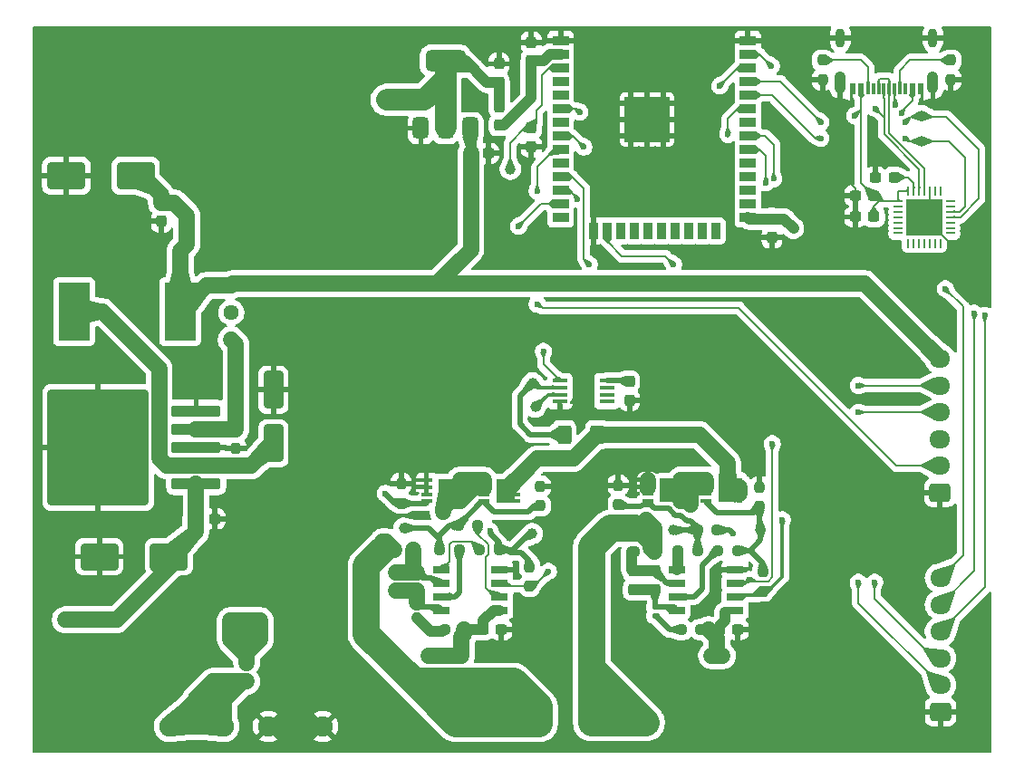
<source format=gbr>
%TF.GenerationSoftware,KiCad,Pcbnew,9.0.6*%
%TF.CreationDate,2025-12-31T13:47:15+11:00*%
%TF.ProjectId,ShutterRetroFit,53687574-7465-4725-9265-74726f466974,rev?*%
%TF.SameCoordinates,Original*%
%TF.FileFunction,Copper,L1,Top*%
%TF.FilePolarity,Positive*%
%FSLAX46Y46*%
G04 Gerber Fmt 4.6, Leading zero omitted, Abs format (unit mm)*
G04 Created by KiCad (PCBNEW 9.0.6) date 2025-12-31 13:47:15*
%MOMM*%
%LPD*%
G01*
G04 APERTURE LIST*
G04 Aperture macros list*
%AMRoundRect*
0 Rectangle with rounded corners*
0 $1 Rounding radius*
0 $2 $3 $4 $5 $6 $7 $8 $9 X,Y pos of 4 corners*
0 Add a 4 corners polygon primitive as box body*
4,1,4,$2,$3,$4,$5,$6,$7,$8,$9,$2,$3,0*
0 Add four circle primitives for the rounded corners*
1,1,$1+$1,$2,$3*
1,1,$1+$1,$4,$5*
1,1,$1+$1,$6,$7*
1,1,$1+$1,$8,$9*
0 Add four rect primitives between the rounded corners*
20,1,$1+$1,$2,$3,$4,$5,0*
20,1,$1+$1,$4,$5,$6,$7,0*
20,1,$1+$1,$6,$7,$8,$9,0*
20,1,$1+$1,$8,$9,$2,$3,0*%
G04 Aperture macros list end*
%TA.AperFunction,SMDPad,CuDef*%
%ADD10RoundRect,0.237500X-0.250000X-0.237500X0.250000X-0.237500X0.250000X0.237500X-0.250000X0.237500X0*%
%TD*%
%TA.AperFunction,ComponentPad*%
%ADD11C,1.905000*%
%TD*%
%TA.AperFunction,SMDPad,CuDef*%
%ADD12R,1.525000X0.700000*%
%TD*%
%TA.AperFunction,SMDPad,CuDef*%
%ADD13RoundRect,0.237500X-0.237500X0.300000X-0.237500X-0.300000X0.237500X-0.300000X0.237500X0.300000X0*%
%TD*%
%TA.AperFunction,SMDPad,CuDef*%
%ADD14R,0.250000X0.075000*%
%TD*%
%TA.AperFunction,SMDPad,CuDef*%
%ADD15R,1.725000X2.235000*%
%TD*%
%TA.AperFunction,SMDPad,CuDef*%
%ADD16R,0.510000X0.405000*%
%TD*%
%TA.AperFunction,SMDPad,CuDef*%
%ADD17R,0.990000X0.405000*%
%TD*%
%TA.AperFunction,SMDPad,CuDef*%
%ADD18C,1.000000*%
%TD*%
%TA.AperFunction,SMDPad,CuDef*%
%ADD19RoundRect,0.237500X-0.237500X0.250000X-0.237500X-0.250000X0.237500X-0.250000X0.237500X0.250000X0*%
%TD*%
%TA.AperFunction,SMDPad,CuDef*%
%ADD20RoundRect,0.237500X0.250000X0.237500X-0.250000X0.237500X-0.250000X-0.237500X0.250000X-0.237500X0*%
%TD*%
%TA.AperFunction,SMDPad,CuDef*%
%ADD21R,1.400000X0.450000*%
%TD*%
%TA.AperFunction,SMDPad,CuDef*%
%ADD22RoundRect,0.062500X-0.287500X0.187500X-0.287500X-0.187500X0.287500X-0.187500X0.287500X0.187500X0*%
%TD*%
%TA.AperFunction,SMDPad,CuDef*%
%ADD23RoundRect,0.250000X-0.400000X-0.625000X0.400000X-0.625000X0.400000X0.625000X-0.400000X0.625000X0*%
%TD*%
%TA.AperFunction,SMDPad,CuDef*%
%ADD24RoundRect,0.237500X-0.300000X-0.237500X0.300000X-0.237500X0.300000X0.237500X-0.300000X0.237500X0*%
%TD*%
%TA.AperFunction,SMDPad,CuDef*%
%ADD25RoundRect,0.250000X1.500000X1.000000X-1.500000X1.000000X-1.500000X-1.000000X1.500000X-1.000000X0*%
%TD*%
%TA.AperFunction,SMDPad,CuDef*%
%ADD26RoundRect,0.237500X0.237500X-0.300000X0.237500X0.300000X-0.237500X0.300000X-0.237500X-0.300000X0*%
%TD*%
%TA.AperFunction,SMDPad,CuDef*%
%ADD27R,1.500000X0.900000*%
%TD*%
%TA.AperFunction,SMDPad,CuDef*%
%ADD28R,0.900000X1.500000*%
%TD*%
%TA.AperFunction,SMDPad,CuDef*%
%ADD29R,1.050000X1.050000*%
%TD*%
%TA.AperFunction,HeatsinkPad*%
%ADD30C,0.600000*%
%TD*%
%TA.AperFunction,HeatsinkPad*%
%ADD31R,4.200000X4.200000*%
%TD*%
%TA.AperFunction,ComponentPad*%
%ADD32C,5.600000*%
%TD*%
%TA.AperFunction,SMDPad,CuDef*%
%ADD33RoundRect,0.237500X0.300000X0.237500X-0.300000X0.237500X-0.300000X-0.237500X0.300000X-0.237500X0*%
%TD*%
%TA.AperFunction,ComponentPad*%
%ADD34RoundRect,0.250000X0.725000X-0.600000X0.725000X0.600000X-0.725000X0.600000X-0.725000X-0.600000X0*%
%TD*%
%TA.AperFunction,ComponentPad*%
%ADD35O,1.950000X1.700000*%
%TD*%
%TA.AperFunction,SMDPad,CuDef*%
%ADD36R,0.600000X1.140000*%
%TD*%
%TA.AperFunction,SMDPad,CuDef*%
%ADD37R,0.300000X1.140000*%
%TD*%
%TA.AperFunction,ComponentPad*%
%ADD38O,1.050000X2.100000*%
%TD*%
%TA.AperFunction,ComponentPad*%
%ADD39O,0.900000X1.800000*%
%TD*%
%TA.AperFunction,SMDPad,CuDef*%
%ADD40RoundRect,0.250000X0.650000X-1.500000X0.650000X1.500000X-0.650000X1.500000X-0.650000X-1.500000X0*%
%TD*%
%TA.AperFunction,SMDPad,CuDef*%
%ADD41R,2.900000X5.400000*%
%TD*%
%TA.AperFunction,SMDPad,CuDef*%
%ADD42RoundRect,0.250000X2.050000X0.300000X-2.050000X0.300000X-2.050000X-0.300000X2.050000X-0.300000X0*%
%TD*%
%TA.AperFunction,SMDPad,CuDef*%
%ADD43RoundRect,0.250002X4.449998X5.149998X-4.449998X5.149998X-4.449998X-5.149998X4.449998X-5.149998X0*%
%TD*%
%TA.AperFunction,SMDPad,CuDef*%
%ADD44RoundRect,0.237500X-0.237500X0.287500X-0.237500X-0.287500X0.237500X-0.287500X0.237500X0.287500X0*%
%TD*%
%TA.AperFunction,SMDPad,CuDef*%
%ADD45RoundRect,0.237500X0.237500X-0.287500X0.237500X0.287500X-0.237500X0.287500X-0.237500X-0.287500X0*%
%TD*%
%TA.AperFunction,ComponentPad*%
%ADD46C,1.440000*%
%TD*%
%TA.AperFunction,SMDPad,CuDef*%
%ADD47RoundRect,0.375000X0.375000X-0.625000X0.375000X0.625000X-0.375000X0.625000X-0.375000X-0.625000X0*%
%TD*%
%TA.AperFunction,SMDPad,CuDef*%
%ADD48RoundRect,0.500000X1.400000X-0.500000X1.400000X0.500000X-1.400000X0.500000X-1.400000X-0.500000X0*%
%TD*%
%TA.AperFunction,SMDPad,CuDef*%
%ADD49RoundRect,0.062500X-0.062500X0.337500X-0.062500X-0.337500X0.062500X-0.337500X0.062500X0.337500X0*%
%TD*%
%TA.AperFunction,SMDPad,CuDef*%
%ADD50RoundRect,0.062500X-0.337500X0.062500X-0.337500X-0.062500X0.337500X-0.062500X0.337500X0.062500X0*%
%TD*%
%TA.AperFunction,HeatsinkPad*%
%ADD51R,3.350000X3.350000*%
%TD*%
%TA.AperFunction,ViaPad*%
%ADD52C,0.600000*%
%TD*%
%TA.AperFunction,ViaPad*%
%ADD53C,0.560000*%
%TD*%
%TA.AperFunction,Conductor*%
%ADD54C,0.500000*%
%TD*%
%TA.AperFunction,Conductor*%
%ADD55C,0.200000*%
%TD*%
%TA.AperFunction,Conductor*%
%ADD56C,1.000000*%
%TD*%
%TA.AperFunction,Conductor*%
%ADD57C,1.500000*%
%TD*%
%TA.AperFunction,Conductor*%
%ADD58C,2.500000*%
%TD*%
%TA.AperFunction,Conductor*%
%ADD59C,0.300000*%
%TD*%
%TA.AperFunction,Conductor*%
%ADD60C,2.000000*%
%TD*%
G04 APERTURE END LIST*
D10*
%TO.P,R14,2*%
%TO.N,/Motor/R_{MID}*%
X147261500Y-118014000D03*
%TO.P,R14,1*%
%TO.N,Net-(IC1-BRIDGE)*%
X145436500Y-118014000D03*
%TD*%
D11*
%TO.P,J8,2,Pin_2*%
%TO.N,/Motor/R_{MID}*%
X146540000Y-134000000D03*
%TO.P,J8,1,Pin_1*%
X141460000Y-134000000D03*
%TD*%
D10*
%TO.P,R8,2*%
%TO.N,/H_{DRIVER_RIGHT_EN}*%
X153161500Y-116014000D03*
%TO.P,R8,1*%
%TO.N,/Motor/R_{LO}*%
X151336500Y-116014000D03*
%TD*%
D12*
%TO.P,IC2,8,VBOOT*%
%TO.N,Net-(D1-K)*%
X127437000Y-123499000D03*
%TO.P,IC2,7,DRV_HI*%
%TO.N,Net-(IC2-DRV_HI)*%
X127437000Y-122229000D03*
%TO.P,IC2,6,BRIDGE*%
%TO.N,Net-(IC2-BRIDGE)*%
X127437000Y-120959000D03*
%TO.P,IC2,5,DRV_LO*%
%TO.N,Net-(IC2-DRV_LO)*%
X127437000Y-119689000D03*
%TO.P,IC2,4,GND*%
%TO.N,GND*%
X132861000Y-119689000D03*
%TO.P,IC2,3,~{SD}*%
%TO.N,/H_{DRIVER_LEFT_EN}*%
X132861000Y-120959000D03*
%TO.P,IC2,2,IN*%
%TO.N,/H_{DRIVER_LEFT_CONTROL}*%
X132861000Y-122229000D03*
%TO.P,IC2,1,VCC*%
%TO.N,+12v_{EXP}*%
X132861000Y-123499000D03*
%TD*%
D13*
%TO.P,C17,2*%
%TO.N,Net-(D2-K)*%
X147349000Y-121576500D03*
%TO.P,C17,1*%
%TO.N,Net-(IC1-BRIDGE)*%
X147349000Y-119851500D03*
%TD*%
%TO.P,C20,2*%
%TO.N,Net-(D2-K)*%
X145349000Y-121576500D03*
%TO.P,C20,1*%
%TO.N,Net-(IC1-BRIDGE)*%
X145349000Y-119851500D03*
%TD*%
D10*
%TO.P,R5,2*%
%TO.N,/H_{DRIVER_LEFT_CONTROL}*%
X130811500Y-115594000D03*
%TO.P,R5,1*%
%TO.N,/Motor/L_{HI}*%
X128986500Y-115594000D03*
%TD*%
D14*
%TO.P,Q8,11,D_7*%
%TO.N,/Motor/R_{MID}*%
X149416000Y-113469000D03*
%TO.P,Q8,10,D_6*%
X149416000Y-111159000D03*
D15*
%TO.P,Q8,9,D_5*%
X148679000Y-112314000D03*
D16*
%TO.P,Q8,8,D_4*%
X149796000Y-111324000D03*
%TO.P,Q8,7,D_3*%
X149796000Y-111984000D03*
%TO.P,Q8,6,D_2*%
X149796000Y-112644000D03*
%TO.P,Q8,5,D_1*%
X149796000Y-113304000D03*
D17*
%TO.P,Q8,4,G*%
%TO.N,/Motor/R_{LO}*%
X146686000Y-113304000D03*
%TO.P,Q8,3,S_3*%
%TO.N,GND*%
X146686000Y-112644000D03*
%TO.P,Q8,2,S_2*%
X146686000Y-111984000D03*
%TO.P,Q8,1,S_1*%
X146686000Y-111324000D03*
%TD*%
D18*
%TO.P,TP7,1,1*%
%TO.N,/Motor/R_{HI}*%
X157249000Y-116014000D03*
%TD*%
D19*
%TO.P,R19,2*%
%TO.N,/Motor/R_{HI}*%
X157149000Y-113826500D03*
%TO.P,R19,1*%
%TO.N,GND*%
X157149000Y-112001500D03*
%TD*%
D20*
%TO.P,R24,2*%
%TO.N,Net-(D1-A)*%
X127736500Y-125344000D03*
%TO.P,R24,1*%
%TO.N,+12v_{EXP}*%
X129561500Y-125344000D03*
%TD*%
D19*
%TO.P,R10,2*%
%TO.N,/Motor/L_{LO}*%
X123649000Y-113506500D03*
%TO.P,R10,1*%
%TO.N,GND*%
X123649000Y-111681500D03*
%TD*%
D21*
%TO.P,IC3,8,VS*%
%TO.N,+5v_{EXP}*%
X142886500Y-102044000D03*
%TO.P,IC3,7,OUT2*%
%TO.N,unconnected-(IC3-OUT2-Pad7)*%
X142886500Y-102694000D03*
%TO.P,IC3,6,IN-2*%
%TO.N,unconnected-(IC3-IN-2-Pad6)*%
X142886500Y-103344000D03*
%TO.P,IC3,5,IN+2*%
%TO.N,unconnected-(IC3-IN+2-Pad5)*%
X142886500Y-103994000D03*
%TO.P,IC3,4,GND*%
%TO.N,GND*%
X138486500Y-103994000D03*
%TO.P,IC3,3,IN+1*%
%TO.N,Net-(IC3-IN+1)*%
X138486500Y-103344000D03*
%TO.P,IC3,2,IN-1*%
%TO.N,Net-(IC3-IN-1)*%
X138486500Y-102694000D03*
%TO.P,IC3,1,OUT1*%
%TO.N,/M_{SENSE}*%
X138486500Y-102044000D03*
%TD*%
D22*
%TO.P,D2,2,A*%
%TO.N,Net-(D2-A)*%
X147429000Y-124014000D03*
%TO.P,D2,1,K*%
%TO.N,Net-(D2-K)*%
X147429000Y-123214000D03*
%TD*%
D20*
%TO.P,R23,2*%
%TO.N,Net-(IC1-DRV_LO)*%
X149536500Y-117914000D03*
%TO.P,R23,1*%
%TO.N,/Motor/R_{LO}*%
X151361500Y-117914000D03*
%TD*%
D14*
%TO.P,Q6,11,D_7*%
%TO.N,/Motor/L_{MID}*%
X128769000Y-113489000D03*
%TO.P,Q6,10,D_6*%
X128769000Y-111179000D03*
D15*
%TO.P,Q6,9,D_5*%
X128032000Y-112334000D03*
D16*
%TO.P,Q6,8,D_4*%
X129149000Y-111344000D03*
%TO.P,Q6,7,D_3*%
X129149000Y-112004000D03*
%TO.P,Q6,6,D_2*%
X129149000Y-112664000D03*
%TO.P,Q6,5,D_1*%
X129149000Y-113324000D03*
D17*
%TO.P,Q6,4,G*%
%TO.N,/Motor/L_{LO}*%
X126039000Y-113324000D03*
%TO.P,Q6,3,S_3*%
%TO.N,GND*%
X126039000Y-112664000D03*
%TO.P,Q6,2,S_2*%
X126039000Y-112004000D03*
%TO.P,Q6,1,S_1*%
X126039000Y-111344000D03*
%TD*%
D19*
%TO.P,R6,2*%
%TO.N,/H_{DRIVER_LEFT_EN}*%
X135636000Y-121256500D03*
%TO.P,R6,1*%
%TO.N,/Motor/L_{LO}*%
X135636000Y-119431500D03*
%TD*%
D13*
%TO.P,C21,2*%
%TO.N,GND*%
X144986500Y-103856500D03*
%TO.P,C21,1*%
%TO.N,+5v_{EXP}*%
X144986500Y-102131500D03*
%TD*%
D10*
%TO.P,R22,2*%
%TO.N,/Motor/R_{HI}*%
X155061500Y-117914000D03*
%TO.P,R22,1*%
%TO.N,Net-(IC1-DRV_HI)*%
X153236500Y-117914000D03*
%TD*%
D18*
%TO.P,TP15,1,1*%
%TO.N,Net-(IC3-IN+1)*%
X136186500Y-104519000D03*
%TD*%
D23*
%TO.P,R26,2,2*%
%TO.N,/Motor/M_{SUPPLY}*%
X141986500Y-107094000D03*
%TO.P,R26,1,1*%
%TO.N,Net-(IC3-IN-1)*%
X138886500Y-107094000D03*
%TD*%
D11*
%TO.P,J7,2,Pin_2*%
%TO.N,/Motor/L_{MID}*%
X136550000Y-134100000D03*
%TO.P,J7,1,Pin_1*%
X131470000Y-134100000D03*
%TD*%
D24*
%TO.P,C18,2*%
%TO.N,GND*%
X155111500Y-125314000D03*
%TO.P,C18,1*%
%TO.N,+12v_{EXP}*%
X153386500Y-125314000D03*
%TD*%
D18*
%TO.P,TP6,1,1*%
%TO.N,/Motor/L_{LO}*%
X135899000Y-116344000D03*
%TD*%
D20*
%TO.P,R21,2*%
%TO.N,Net-(IC2-DRV_LO)*%
X130986500Y-117844000D03*
%TO.P,R21,1*%
%TO.N,/Motor/L_{LO}*%
X132811500Y-117844000D03*
%TD*%
D14*
%TO.P,Q5,11,D_7*%
%TO.N,/Motor/M_{SUPPLY}*%
X134129000Y-113489000D03*
%TO.P,Q5,10,D_6*%
X134129000Y-111179000D03*
D15*
%TO.P,Q5,9,D_5*%
X133392000Y-112334000D03*
D16*
%TO.P,Q5,8,D_4*%
X134509000Y-111344000D03*
%TO.P,Q5,7,D_3*%
X134509000Y-112004000D03*
%TO.P,Q5,6,D_2*%
X134509000Y-112664000D03*
%TO.P,Q5,5,D_1*%
X134509000Y-113324000D03*
D17*
%TO.P,Q5,4,G*%
%TO.N,/Motor/L_{HI}*%
X131399000Y-113324000D03*
%TO.P,Q5,3,S_3*%
%TO.N,/Motor/L_{MID}*%
X131399000Y-112664000D03*
%TO.P,Q5,2,S_2*%
X131399000Y-112004000D03*
%TO.P,Q5,1,S_1*%
X131399000Y-111344000D03*
%TD*%
D18*
%TO.P,TP8,1,1*%
%TO.N,/Motor/R_{LO}*%
X149116500Y-116026000D03*
%TD*%
D22*
%TO.P,D1,2,A*%
%TO.N,Net-(D1-A)*%
X125149000Y-123994000D03*
%TO.P,D1,1,K*%
%TO.N,Net-(D1-K)*%
X125149000Y-123194000D03*
%TD*%
D24*
%TO.P,C15,2*%
%TO.N,GND*%
X133011500Y-125344000D03*
%TO.P,C15,1*%
%TO.N,+12v_{EXP}*%
X131286500Y-125344000D03*
%TD*%
D18*
%TO.P,TP5,1,1*%
%TO.N,/Motor/L_{HI}*%
X123899000Y-115844000D03*
%TD*%
D14*
%TO.P,Q7,11,D_7*%
%TO.N,/Motor/M_{SUPPLY}*%
X154874000Y-113469000D03*
%TO.P,Q7,10,D_6*%
X154874000Y-111159000D03*
D15*
%TO.P,Q7,9,D_5*%
X154137000Y-112314000D03*
D16*
%TO.P,Q7,8,D_4*%
X155254000Y-111324000D03*
%TO.P,Q7,7,D_3*%
X155254000Y-111984000D03*
%TO.P,Q7,6,D_2*%
X155254000Y-112644000D03*
%TO.P,Q7,5,D_1*%
X155254000Y-113304000D03*
D17*
%TO.P,Q7,4,G*%
%TO.N,/Motor/R_{HI}*%
X152144000Y-113304000D03*
%TO.P,Q7,3,S_3*%
%TO.N,/Motor/R_{MID}*%
X152144000Y-112644000D03*
%TO.P,Q7,2,S_2*%
X152144000Y-111984000D03*
%TO.P,Q7,1,S_1*%
X152144000Y-111324000D03*
%TD*%
D20*
%TO.P,R25,2*%
%TO.N,Net-(D2-A)*%
X149836500Y-125314000D03*
%TO.P,R25,1*%
%TO.N,+12v_{EXP}*%
X151661500Y-125314000D03*
%TD*%
%TO.P,R13,2*%
%TO.N,/Motor/L_{MID}*%
X122986500Y-117844000D03*
%TO.P,R13,1*%
%TO.N,Net-(IC2-BRIDGE)*%
X124811500Y-117844000D03*
%TD*%
D13*
%TO.P,C16,2*%
%TO.N,Net-(D1-K)*%
X125149000Y-121706500D03*
%TO.P,C16,1*%
%TO.N,Net-(IC2-BRIDGE)*%
X125149000Y-119981500D03*
%TD*%
D19*
%TO.P,R9,2*%
%TO.N,/Motor/L_{HI}*%
X136649000Y-113756500D03*
%TO.P,R9,1*%
%TO.N,GND*%
X136649000Y-111931500D03*
%TD*%
D12*
%TO.P,IC1,8,VBOOT*%
%TO.N,Net-(D2-K)*%
X149437000Y-123519000D03*
%TO.P,IC1,7,DRV_HI*%
%TO.N,Net-(IC1-DRV_HI)*%
X149437000Y-122249000D03*
%TO.P,IC1,6,BRIDGE*%
%TO.N,Net-(IC1-BRIDGE)*%
X149437000Y-120979000D03*
%TO.P,IC1,5,DRV_LO*%
%TO.N,Net-(IC1-DRV_LO)*%
X149437000Y-119709000D03*
%TO.P,IC1,4,GND*%
%TO.N,GND*%
X154861000Y-119709000D03*
%TO.P,IC1,3,~{SD}*%
%TO.N,/H_{DRIVER_RIGHT_EN}*%
X154861000Y-120979000D03*
%TO.P,IC1,2,IN*%
%TO.N,/H_{DRIVER_RIGHT_CONTROL}*%
X154861000Y-122249000D03*
%TO.P,IC1,1,VCC*%
%TO.N,+12v_{EXP}*%
X154861000Y-123519000D03*
%TD*%
D19*
%TO.P,R11,2*%
%TO.N,/Motor/R_{LO}*%
X143929000Y-113639000D03*
%TO.P,R11,1*%
%TO.N,GND*%
X143929000Y-111814000D03*
%TD*%
D13*
%TO.P,C19,2*%
%TO.N,Net-(D1-K)*%
X123149000Y-121706500D03*
%TO.P,C19,1*%
%TO.N,Net-(IC2-BRIDGE)*%
X123149000Y-119981500D03*
%TD*%
D18*
%TO.P,TP16,1,1*%
%TO.N,Net-(IC3-IN-1)*%
X135936500Y-102269000D03*
%TD*%
D19*
%TO.P,R7,2*%
%TO.N,/H_{DRIVER_RIGHT_CONTROL}*%
X157449000Y-121726500D03*
%TO.P,R7,1*%
%TO.N,/Motor/R_{HI}*%
X157449000Y-119901500D03*
%TD*%
D20*
%TO.P,R20,2*%
%TO.N,/Motor/L_{HI}*%
X127236500Y-117844000D03*
%TO.P,R20,1*%
%TO.N,Net-(IC2-DRV_HI)*%
X129061500Y-117844000D03*
%TD*%
D25*
%TO.P,C12,2*%
%TO.N,GND*%
X92357500Y-82900000D03*
%TO.P,C12,1*%
%TO.N,+5V_{LREG}*%
X98857500Y-82900000D03*
%TD*%
D26*
%TO.P,C14,1*%
%TO.N,Net-(U4-VO)*%
X132800000Y-74162500D03*
%TO.P,C14,2*%
%TO.N,GND*%
X132800000Y-72437500D03*
%TD*%
D27*
%TO.P,U2,1,GND*%
%TO.N,GND*%
X138555000Y-70285000D03*
%TO.P,U2,2,VDD*%
%TO.N,/+3v3*%
X138555000Y-71555000D03*
%TO.P,U2,3,EN*%
%TO.N,/EN*%
X138555000Y-72825000D03*
%TO.P,U2,4,SENSOR_VP*%
%TO.N,unconnected-(U2-SENSOR_VP-Pad4)*%
X138555000Y-74095000D03*
%TO.P,U2,5,SENSOR_VN*%
%TO.N,unconnected-(U2-SENSOR_VN-Pad5)*%
X138555000Y-75365000D03*
%TO.P,U2,6,IO34*%
%TO.N,/M_{SENSE}*%
X138555000Y-76635000D03*
%TO.P,U2,7,IO35*%
%TO.N,unconnected-(U2-IO35-Pad7)*%
X138555000Y-77905000D03*
%TO.P,U2,8,IO32*%
%TO.N,/BTN_{DOWN}*%
X138555000Y-79175000D03*
%TO.P,U2,9,IO33*%
%TO.N,/IO33*%
X138555000Y-80445000D03*
%TO.P,U2,10,IO25*%
%TO.N,unconnected-(U2-IO25-Pad10)*%
X138555000Y-81715000D03*
%TO.P,U2,11,IO26*%
%TO.N,/H_{DRIVER_RIGHT_CONTROL}*%
X138555000Y-82985000D03*
%TO.P,U2,12,IO27*%
%TO.N,/BTN_{UP}*%
X138555000Y-84255000D03*
%TO.P,U2,13,IO14*%
%TO.N,/H_{DRIVER_LEFT_EN}*%
X138555000Y-85525000D03*
%TO.P,U2,14,IO12*%
%TO.N,unconnected-(U2-IO12-Pad14)*%
X138555000Y-86795000D03*
D28*
%TO.P,U2,15,GND*%
%TO.N,GND*%
X141595000Y-88045000D03*
%TO.P,U2,16,IO13*%
%TO.N,/H_{DRIVER_RIGHT_EN}*%
X142865000Y-88045000D03*
%TO.P,U2,17,SHD/SD2*%
%TO.N,unconnected-(U2-SHD{slash}SD2-Pad17)*%
X144135000Y-88045000D03*
%TO.P,U2,18,SWP/SD3*%
%TO.N,unconnected-(U2-SWP{slash}SD3-Pad18)*%
X145405000Y-88045000D03*
%TO.P,U2,19,SCS/CMD*%
%TO.N,unconnected-(U2-SCS{slash}CMD-Pad19)*%
X146675000Y-88045000D03*
%TO.P,U2,20,SCK/CLK*%
%TO.N,unconnected-(U2-SCK{slash}CLK-Pad20)*%
X147945000Y-88045000D03*
%TO.P,U2,21,SDO/SD0*%
%TO.N,unconnected-(U2-SDO{slash}SD0-Pad21)*%
X149215000Y-88045000D03*
%TO.P,U2,22,SDI/SD1*%
%TO.N,unconnected-(U2-SDI{slash}SD1-Pad22)*%
X150485000Y-88045000D03*
%TO.P,U2,23,IO15*%
%TO.N,unconnected-(U2-IO15-Pad23)*%
X151755000Y-88045000D03*
%TO.P,U2,24,IO2*%
%TO.N,unconnected-(U2-IO2-Pad24)*%
X153025000Y-88045000D03*
D27*
%TO.P,U2,25,IO0*%
%TO.N,/IO0*%
X156055000Y-86795000D03*
%TO.P,U2,26,IO4*%
%TO.N,unconnected-(U2-IO4-Pad26)*%
X156055000Y-85525000D03*
%TO.P,U2,27,IO16*%
%TO.N,unconnected-(U2-IO16-Pad27)*%
X156055000Y-84255000D03*
%TO.P,U2,28,IO17*%
%TO.N,unconnected-(U2-IO17-Pad28)*%
X156055000Y-82985000D03*
%TO.P,U2,29,IO5*%
%TO.N,unconnected-(U2-IO5-Pad29)*%
X156055000Y-81715000D03*
%TO.P,U2,30,IO18*%
%TO.N,/D_{STATUS}*%
X156055000Y-80445000D03*
%TO.P,U2,31,IO19*%
%TO.N,/D_{ERROR}*%
X156055000Y-79175000D03*
%TO.P,U2,32,NC*%
%TO.N,unconnected-(U2-NC-Pad32)*%
X156055000Y-77905000D03*
%TO.P,U2,33,IO21*%
%TO.N,/SENS_{SDA}*%
X156055000Y-76635000D03*
%TO.P,U2,34,RXD0/IO3*%
%TO.N,/UART_{TX}*%
X156055000Y-75365000D03*
%TO.P,U2,35,TXD0/IO1*%
%TO.N,/UART_{RX}*%
X156055000Y-74095000D03*
%TO.P,U2,36,IO22*%
%TO.N,/SENS_{SCL}*%
X156055000Y-72825000D03*
%TO.P,U2,37,IO23*%
%TO.N,/D_{POWER}*%
X156055000Y-71555000D03*
%TO.P,U2,38,GND*%
%TO.N,GND*%
X156055000Y-70285000D03*
D29*
%TO.P,U2,39,GND*%
X145100000Y-76100000D03*
D30*
X145100000Y-76862500D03*
D29*
X145100000Y-77625000D03*
D30*
X145100000Y-78387500D03*
D29*
X145100000Y-79150000D03*
D30*
X145862500Y-76100000D03*
X145862500Y-77625000D03*
X145862500Y-79150000D03*
D29*
X146625000Y-76100000D03*
D30*
X146625000Y-76862500D03*
D29*
X146625000Y-77625000D03*
D31*
X146625000Y-77625000D03*
D30*
X146625000Y-78387500D03*
D29*
X146625000Y-79150000D03*
D30*
X147387500Y-76100000D03*
X147387500Y-77625000D03*
X147387500Y-79150000D03*
D29*
X148150000Y-76100000D03*
D30*
X148150000Y-76862500D03*
D29*
X148150000Y-77625000D03*
D30*
X148150000Y-78387500D03*
D29*
X148150000Y-79150000D03*
%TD*%
D32*
%TO.P,H1,1,1*%
%TO.N,GND*%
X93400000Y-73150000D03*
%TD*%
D13*
%TO.P,C5,1*%
%TO.N,/IO0*%
X158300000Y-86937500D03*
%TO.P,C5,2*%
%TO.N,GND*%
X158300000Y-88662500D03*
%TD*%
D33*
%TO.P,C3,1*%
%TO.N,/USB_{VBUS}*%
X167814500Y-86748000D03*
%TO.P,C3,2*%
%TO.N,GND*%
X166089500Y-86748000D03*
%TD*%
D34*
%TO.P,J5,1,Pin_1*%
%TO.N,GND*%
X174050000Y-133000000D03*
D35*
%TO.P,J5,2,Pin_2*%
%TO.N,/BTN_{UP}*%
X174050000Y-130500000D03*
%TO.P,J5,3,Pin_3*%
%TO.N,/BTN_{DOWN}*%
X174050000Y-128000000D03*
%TO.P,J5,4,Pin_4*%
%TO.N,/D_{ERROR}*%
X174050000Y-125500000D03*
%TO.P,J5,5,Pin_5*%
%TO.N,/D_{STATUS}*%
X174050000Y-123000000D03*
%TO.P,J5,6,Pin_6*%
%TO.N,/D_{POWER}*%
X174050000Y-120500000D03*
%TD*%
D18*
%TO.P,TP11,1,1*%
%TO.N,Net-(U4-VO)*%
X122300000Y-75800000D03*
%TD*%
D36*
%TO.P,J1,A1_B12,GND*%
%TO.N,GND*%
X172214000Y-74758000D03*
%TO.P,J1,A4_B9,VBUS*%
%TO.N,/USB_{VBUS}*%
X171414000Y-74758000D03*
D37*
%TO.P,J1,A5,CC1_A*%
%TO.N,Net-(J1-CC1_A)*%
X170264000Y-74758000D03*
%TO.P,J1,A6,D+_A*%
%TO.N,/DATA+*%
X169264000Y-74758000D03*
%TO.P,J1,A7,D-_A*%
%TO.N,/DATA-*%
X168764000Y-74758000D03*
%TO.P,J1,A8,SBU1*%
%TO.N,unconnected-(J1-SBU1-PadA8)*%
X167764000Y-74758000D03*
D36*
%TO.P,J1,B1_A12,GND__1*%
%TO.N,GND*%
X165814000Y-74758000D03*
%TO.P,J1,B4_A9,VBUS__1*%
%TO.N,/USB_{VBUS}*%
X166614000Y-74758000D03*
D37*
%TO.P,J1,B5,CC1_B*%
%TO.N,Net-(J1-CC1_B)*%
X167264000Y-74758000D03*
%TO.P,J1,B6,D+_B*%
%TO.N,/DATA+*%
X168264000Y-74758000D03*
%TO.P,J1,B7,D-_B*%
%TO.N,/DATA-*%
X169764000Y-74758000D03*
%TO.P,J1,B8,SBU2*%
%TO.N,unconnected-(J1-SBU2-PadB8)*%
X170764000Y-74758000D03*
D38*
%TO.P,J1,SH1,SHIELD*%
%TO.N,GND*%
X173334000Y-74188000D03*
%TO.P,J1,SH2,SHIELD__1*%
X164694000Y-74188000D03*
D39*
%TO.P,J1,SH3,SHIELD__2*%
X173334000Y-70008000D03*
%TO.P,J1,SH4,SHIELD__3*%
X164694000Y-70008000D03*
%TD*%
D13*
%TO.P,C6,1*%
%TO.N,/EN*%
X135800000Y-78437500D03*
%TO.P,C6,2*%
%TO.N,GND*%
X135800000Y-80162500D03*
%TD*%
%TO.P,C11,1*%
%TO.N,+5V_{LREG}*%
X101250000Y-85437500D03*
%TO.P,C11,2*%
%TO.N,GND*%
X101250000Y-87162500D03*
%TD*%
D40*
%TO.P,D4,1,K*%
%TO.N,Net-(D4-K)*%
X111725000Y-107900000D03*
%TO.P,D4,2,A*%
%TO.N,GND*%
X111725000Y-102900000D03*
%TD*%
D32*
%TO.P,H3,1,1*%
%TO.N,GND*%
X162814000Y-131572000D03*
%TD*%
D11*
%TO.P,J6,1,Pin_1*%
%TO.N,GND*%
X111252000Y-134366000D03*
%TO.P,J6,2,Pin_2*%
X116332000Y-134366000D03*
%TD*%
D41*
%TO.P,L1,1,1*%
%TO.N,Net-(D4-K)*%
X93100000Y-95600000D03*
%TO.P,L1,2,2*%
%TO.N,+5V_{LREG}*%
X103000000Y-95600000D03*
%TD*%
D18*
%TO.P,TP4,1,1*%
%TO.N,/EN*%
X133858000Y-82296000D03*
%TD*%
%TO.P,TP2,1,1*%
%TO.N,/UART_{TX}*%
X172278000Y-79656000D03*
%TD*%
%TO.P,TP1,1,1*%
%TO.N,/UART_{RX}*%
X172278000Y-77290000D03*
%TD*%
D42*
%TO.P,U3,1,VIN*%
%TO.N,+12V_{MOTOR}*%
X104500000Y-111700000D03*
%TO.P,U3,2,OUT*%
%TO.N,Net-(D4-K)*%
X104500000Y-110000000D03*
%TO.P,U3,3,GND*%
%TO.N,GND*%
X104500000Y-108300000D03*
D43*
X95350000Y-108300000D03*
D42*
%TO.P,U3,4,FB*%
%TO.N,Net-(U3-FB)*%
X104500000Y-106600000D03*
%TO.P,U3,5,~{ON}/OFF*%
%TO.N,GND*%
X104500000Y-104900000D03*
%TD*%
D11*
%TO.P,J3,1,Pin_1*%
%TO.N,+12V*%
X102002000Y-134366000D03*
%TO.P,J3,2,Pin_2*%
X107082000Y-134366000D03*
%TD*%
D25*
%TO.P,C9,1*%
%TO.N,+12V_{MOTOR}*%
X101950000Y-118500000D03*
%TO.P,C9,2*%
%TO.N,GND*%
X95450000Y-118500000D03*
%TD*%
D18*
%TO.P,TP12,1,1*%
%TO.N,+12V_{MOTOR}*%
X92275000Y-124400000D03*
%TD*%
D44*
%TO.P,F2,1*%
%TO.N,Net-(U4-VO)*%
X132800000Y-76425000D03*
%TO.P,F2,2*%
%TO.N,/+3v3*%
X132800000Y-78175000D03*
%TD*%
D33*
%TO.P,C2,1*%
%TO.N,/USB_{VBUS}*%
X167814500Y-84748000D03*
%TO.P,C2,2*%
%TO.N,GND*%
X166089500Y-84748000D03*
%TD*%
D19*
%TO.P,R12,1*%
%TO.N,Net-(U3-FB)*%
X108225000Y-106587500D03*
%TO.P,R12,2*%
%TO.N,GND*%
X108225000Y-108412500D03*
%TD*%
D45*
%TO.P,F1,1*%
%TO.N,+12V*%
X109220000Y-130161000D03*
%TO.P,F1,2*%
%TO.N,+12v_{EXP}*%
X109220000Y-128411000D03*
%TD*%
D19*
%TO.P,R2,1*%
%TO.N,Net-(J1-CC1_B)*%
X163014000Y-72095500D03*
%TO.P,R2,2*%
%TO.N,GND*%
X163014000Y-73920500D03*
%TD*%
D26*
%TO.P,C4,1*%
%TO.N,/+3v3*%
X135800000Y-72162500D03*
%TO.P,C4,2*%
%TO.N,GND*%
X135800000Y-70437500D03*
%TD*%
D24*
%TO.P,C10,1*%
%TO.N,+12V_{MOTOR}*%
X104487500Y-114975000D03*
%TO.P,C10,2*%
%TO.N,GND*%
X106212500Y-114975000D03*
%TD*%
%TO.P,C13,1*%
%TO.N,+5V_{LREG}*%
X130048000Y-80800000D03*
%TO.P,C13,2*%
%TO.N,GND*%
X131773000Y-80800000D03*
%TD*%
D19*
%TO.P,R1,1*%
%TO.N,Net-(J1-CC1_A)*%
X175014000Y-72095500D03*
%TO.P,R1,2*%
%TO.N,GND*%
X175014000Y-73920500D03*
%TD*%
D18*
%TO.P,TP10,1,1*%
%TO.N,+5V_{LREG}*%
X112268000Y-92964000D03*
%TD*%
%TO.P,TP3,1,1*%
%TO.N,/IO0*%
X160300000Y-87800000D03*
%TD*%
D46*
%TO.P,RV1,1,1*%
%TO.N,Net-(U3-FB)*%
X107775000Y-98225000D03*
%TO.P,RV1,2,2*%
%TO.N,unconnected-(RV1-Pad2)*%
X107775000Y-95685000D03*
%TO.P,RV1,3,3*%
%TO.N,+5V_{LREG}*%
X107775000Y-93145000D03*
%TD*%
D47*
%TO.P,U4,1,GND*%
%TO.N,GND*%
X125500000Y-78450000D03*
%TO.P,U4,2,VO*%
%TO.N,Net-(U4-VO)*%
X127800000Y-78450000D03*
D48*
X127800000Y-72150000D03*
D47*
%TO.P,U4,3,VI*%
%TO.N,+5V_{LREG}*%
X130100000Y-78450000D03*
%TD*%
D49*
%TO.P,U1,1,~{DCD}*%
%TO.N,unconnected-(U1-~{DCD}-Pad1)*%
X174032000Y-84318000D03*
%TO.P,U1,2,~{RI}/CLK*%
%TO.N,unconnected-(U1-~{RI}{slash}CLK-Pad2)*%
X173532000Y-84318000D03*
%TO.P,U1,3,GND*%
%TO.N,GND*%
X173032000Y-84318000D03*
%TO.P,U1,4,D+*%
%TO.N,/DATA+*%
X172532000Y-84318000D03*
%TO.P,U1,5,D-*%
%TO.N,/DATA-*%
X172032000Y-84318000D03*
%TO.P,U1,6,VDD*%
%TO.N,Net-(U1-VDD)*%
X171532000Y-84318000D03*
%TO.P,U1,7,VREGIN*%
%TO.N,/USB_{VBUS}*%
X171032000Y-84318000D03*
D50*
%TO.P,U1,8,VBUS*%
X170082000Y-85268000D03*
%TO.P,U1,9,~{RST}*%
%TO.N,unconnected-(U1-~{RST}-Pad9)*%
X170082000Y-85768000D03*
%TO.P,U1,10,NC*%
%TO.N,unconnected-(U1-NC-Pad10)*%
X170082000Y-86268000D03*
%TO.P,U1,11,~{SUSPEND}*%
%TO.N,unconnected-(U1-~{SUSPEND}-Pad11)*%
X170082000Y-86768000D03*
%TO.P,U1,12,SUSPEND*%
%TO.N,unconnected-(U1-SUSPEND-Pad12)*%
X170082000Y-87268000D03*
%TO.P,U1,13,CHREN*%
%TO.N,unconnected-(U1-CHREN-Pad13)*%
X170082000Y-87768000D03*
%TO.P,U1,14,CHR1*%
%TO.N,unconnected-(U1-CHR1-Pad14)*%
X170082000Y-88268000D03*
D49*
%TO.P,U1,15,CHR0*%
%TO.N,unconnected-(U1-CHR0-Pad15)*%
X171032000Y-89218000D03*
%TO.P,U1,16,~{WAKEUP}/GPIO.3*%
%TO.N,unconnected-(U1-~{WAKEUP}{slash}GPIO.3-Pad16)*%
X171532000Y-89218000D03*
%TO.P,U1,17,RS485/GPIO.2*%
%TO.N,unconnected-(U1-RS485{slash}GPIO.2-Pad17)*%
X172032000Y-89218000D03*
%TO.P,U1,18,~{RXT}/GPIO.1*%
%TO.N,unconnected-(U1-~{RXT}{slash}GPIO.1-Pad18)*%
X172532000Y-89218000D03*
%TO.P,U1,19,~{TXT}/GPIO.0*%
%TO.N,unconnected-(U1-~{TXT}{slash}GPIO.0-Pad19)*%
X173032000Y-89218000D03*
%TO.P,U1,20,GPIO.6*%
%TO.N,unconnected-(U1-GPIO.6-Pad20)*%
X173532000Y-89218000D03*
%TO.P,U1,21,GPIO.5*%
%TO.N,unconnected-(U1-GPIO.5-Pad21)*%
X174032000Y-89218000D03*
D50*
%TO.P,U1,22,GPIO.4*%
%TO.N,unconnected-(U1-GPIO.4-Pad22)*%
X174982000Y-88268000D03*
%TO.P,U1,23,~{CTS}*%
%TO.N,unconnected-(U1-~{CTS}-Pad23)*%
X174982000Y-87768000D03*
%TO.P,U1,24,~{RTS}*%
%TO.N,unconnected-(U1-~{RTS}-Pad24)*%
X174982000Y-87268000D03*
%TO.P,U1,25,RXD*%
%TO.N,/UART_{RX}*%
X174982000Y-86768000D03*
%TO.P,U1,26,TXD*%
%TO.N,/UART_{TX}*%
X174982000Y-86268000D03*
%TO.P,U1,27,~{DSR}*%
%TO.N,unconnected-(U1-~{DSR}-Pad27)*%
X174982000Y-85768000D03*
%TO.P,U1,28,~{DTR}*%
%TO.N,unconnected-(U1-~{DTR}-Pad28)*%
X174982000Y-85268000D03*
D51*
%TO.P,U1,29,GND*%
%TO.N,GND*%
X172532000Y-86768000D03*
%TD*%
D32*
%TO.P,H2,1,1*%
%TO.N,GND*%
X93300000Y-132400000D03*
%TD*%
D33*
%TO.P,C1,1*%
%TO.N,Net-(U1-VDD)*%
X169714500Y-83048000D03*
%TO.P,C1,2*%
%TO.N,GND*%
X167989500Y-83048000D03*
%TD*%
D34*
%TO.P,J2,1,Pin_1*%
%TO.N,GND*%
X174000000Y-112500000D03*
D35*
%TO.P,J2,2,Pin_2*%
%TO.N,/IO33*%
X174000000Y-110000000D03*
%TO.P,J2,3,Pin_3*%
%TO.N,unconnected-(J2-Pin_3-Pad3)*%
X174000000Y-107500000D03*
%TO.P,J2,4,Pin_4*%
%TO.N,/SENS_{SCL}*%
X174000000Y-105000000D03*
%TO.P,J2,5,Pin_5*%
%TO.N,/SENS_{SDA}*%
X174000000Y-102500000D03*
%TO.P,J2,6,Pin_6*%
%TO.N,+5V_{LREG}*%
X174000000Y-100000000D03*
%TD*%
D52*
%TO.N,GND*%
X161290000Y-95250000D03*
X162814000Y-91186000D03*
X162052000Y-90424000D03*
X161290000Y-90424000D03*
X161290000Y-91186000D03*
X162814000Y-90424000D03*
X162052000Y-91186000D03*
X162814000Y-95250000D03*
X162052000Y-95250000D03*
X161290000Y-94488000D03*
X162814000Y-94488000D03*
X162052000Y-94488000D03*
X157734000Y-123190000D03*
X153162000Y-120142000D03*
X132588000Y-85852000D03*
X132588000Y-87376000D03*
X132588000Y-86614000D03*
X131826000Y-85852000D03*
X131826000Y-87376000D03*
X131826000Y-86614000D03*
X127762000Y-85852000D03*
X127762000Y-87376000D03*
X127762000Y-86614000D03*
X128524000Y-85852000D03*
X128524000Y-86614000D03*
X128524000Y-87376000D03*
X120650000Y-95250000D03*
X119888000Y-95250000D03*
X119126000Y-95250000D03*
X120650000Y-94488000D03*
X119888000Y-94488000D03*
X119126000Y-94488000D03*
X120650000Y-90932000D03*
X119888000Y-90932000D03*
X119126000Y-90932000D03*
X120650000Y-90170000D03*
X119888000Y-90170000D03*
X119126000Y-90170000D03*
X134366000Y-122428000D03*
X134404972Y-120396000D03*
%TO.N,+12v_{EXP}*%
X128778000Y-127762000D03*
X126238000Y-127762000D03*
X152654000Y-127762000D03*
X127508000Y-127762000D03*
X153670000Y-127762000D03*
X153162000Y-127254000D03*
%TO.N,/H_{DRIVER_RIGHT_EN}*%
X154686000Y-116332000D03*
%TO.N,/M_{SENSE}*%
X136950000Y-99314000D03*
%TO.N,/H_{DRIVER_RIGHT_EN}*%
X158325000Y-107950000D03*
%TO.N,/H_{DRIVER_RIGHT_CONTROL}*%
X159258000Y-115062000D03*
%TO.N,/H_{DRIVER_RIGHT_EN}*%
X156210000Y-120650000D03*
%TO.N,/Motor/L_{LO}*%
X122186500Y-112594000D03*
X131936500Y-116094000D03*
%TO.N,/Motor/L_{MID}*%
X127585000Y-114318108D03*
D53*
%TO.N,/Motor/R_{MID}*%
X150848000Y-113814000D03*
X146749000Y-115714000D03*
D52*
%TO.N,/Motor/L_{MID}*%
X121936500Y-117094000D03*
%TO.N,/H_{DRIVER_LEFT_EN}*%
X137414000Y-119888000D03*
%TO.N,GND*%
X167640000Y-81534000D03*
X165608000Y-82804000D03*
%TO.N,/USB_{VBUS}*%
X170412000Y-77090000D03*
X166012000Y-77290000D03*
%TO.N,+12v_{EXP}*%
X108712000Y-124968000D03*
X108712000Y-125984000D03*
X109728000Y-125984000D03*
X109220000Y-125476000D03*
X109728000Y-124968000D03*
%TO.N,/DATA-*%
X167960000Y-76608000D03*
X169864000Y-76308000D03*
%TO.N,/UART_{RX}*%
X170754000Y-77890000D03*
X162880000Y-77890000D03*
%TO.N,/H_{DRIVER_RIGHT_EN}*%
X149098000Y-91186000D03*
%TO.N,/UART_{TX}*%
X162880000Y-79402000D03*
X170754000Y-79402000D03*
%TO.N,/M_{SENSE}*%
X140350000Y-76950000D03*
%TO.N,/H_{DRIVER_RIGHT_CONTROL}*%
X141224000Y-91186000D03*
%TO.N,/BTN_{UP}*%
X140116000Y-85090000D03*
X166370000Y-120904000D03*
%TO.N,/D_{STATUS}*%
X177199997Y-95758000D03*
X157734000Y-83566000D03*
%TO.N,/D_{POWER}*%
X174498000Y-93472000D03*
X158242000Y-72644000D03*
%TO.N,/D_{ERROR}*%
X158438150Y-83186293D03*
X178200000Y-95950000D03*
%TO.N,/BTN_{DOWN}*%
X167894000Y-120904000D03*
X140716000Y-80216000D03*
%TO.N,/H_{DRIVER_LEFT_EN}*%
X134620000Y-87630000D03*
%TO.N,/SENS_{SCL}*%
X166370000Y-105000000D03*
X153416000Y-74514000D03*
%TO.N,/IO33*%
X136350000Y-84328000D03*
X136350000Y-94893000D03*
%TO.N,/SENS_{SDA}*%
X154178000Y-78994000D03*
X166370000Y-102500000D03*
%TD*%
D54*
%TO.N,/H_{DRIVER_RIGHT_EN}*%
X154368000Y-116014000D02*
X153161500Y-116014000D01*
X154686000Y-116332000D02*
X154368000Y-116014000D01*
%TO.N,GND*%
X153595000Y-119709000D02*
X153162000Y-120142000D01*
X154861000Y-119709000D02*
X153595000Y-119709000D01*
D55*
%TO.N,/EN*%
X135231250Y-78437500D02*
X135800000Y-78437500D01*
X133858000Y-79810750D02*
X135231250Y-78437500D01*
X133858000Y-82296000D02*
X133858000Y-79810750D01*
%TO.N,/IO33*%
X136398000Y-82070000D02*
X138023000Y-80445000D01*
X138023000Y-80445000D02*
X138555000Y-80445000D01*
X136398000Y-84280000D02*
X136398000Y-82070000D01*
X136350000Y-84328000D02*
X136398000Y-84280000D01*
X136858000Y-95250000D02*
X155194000Y-95250000D01*
X136501000Y-94893000D02*
X136858000Y-95250000D01*
X136350000Y-94893000D02*
X136501000Y-94893000D01*
X155194000Y-95250000D02*
X169944000Y-110000000D01*
X169944000Y-110000000D02*
X174000000Y-110000000D01*
D56*
%TO.N,Net-(IC1-DRV_LO)*%
X149536500Y-119609500D02*
X149437000Y-119709000D01*
X149536500Y-117914000D02*
X149536500Y-119609500D01*
%TO.N,+12v_{EXP}*%
X132279000Y-123499000D02*
X132861000Y-123499000D01*
X131286500Y-125344000D02*
X131286500Y-124491500D01*
X131286500Y-124491500D02*
X132279000Y-123499000D01*
D55*
%TO.N,GND*%
X134135531Y-119689000D02*
X132861000Y-119689000D01*
X134404972Y-119958441D02*
X134135531Y-119689000D01*
X134404972Y-120396000D02*
X134404972Y-119958441D01*
D57*
%TO.N,/Motor/R_{MID}*%
X146749000Y-115714000D02*
X146749000Y-117010206D01*
X152144000Y-112050500D02*
X152144000Y-111324000D01*
X150849000Y-111984000D02*
X150915500Y-112050500D01*
X150915500Y-112050500D02*
X152144000Y-112050500D01*
X150649000Y-112184000D02*
X150849000Y-111984000D01*
X150649000Y-113615000D02*
X150649000Y-112184000D01*
%TO.N,GND*%
X146686000Y-111324000D02*
X146686000Y-112050500D01*
X146686000Y-112050500D02*
X146637000Y-112050500D01*
D55*
X132861000Y-125193500D02*
X133011500Y-125344000D01*
D54*
%TO.N,/Motor/R_{LO}*%
X148634608Y-113982500D02*
X147265500Y-113982500D01*
X150309108Y-115115000D02*
X149799108Y-114605000D01*
X151336500Y-115801500D02*
X150717000Y-115182000D01*
X150717000Y-115182000D02*
X150386500Y-115182000D01*
X151336500Y-116014000D02*
X149128500Y-116014000D01*
X149128500Y-116014000D02*
X149116500Y-116026000D01*
X146949000Y-113660500D02*
X146949000Y-113614000D01*
X147265500Y-113977000D02*
X146949000Y-113660500D01*
X149257108Y-114605000D02*
X148634608Y-113982500D01*
X146249000Y-113614000D02*
X146061500Y-113801500D01*
X151361500Y-117914000D02*
X151361500Y-116039000D01*
X149799108Y-114605000D02*
X149257108Y-114605000D01*
X150319500Y-115115000D02*
X150309108Y-115115000D01*
X151361500Y-116039000D02*
X151336500Y-116014000D01*
X149116500Y-116026000D02*
X149537000Y-116026000D01*
X151336500Y-116014000D02*
X151336500Y-115801500D01*
D57*
%TO.N,/Motor/R_{MID}*%
X146975000Y-117236206D02*
X146975000Y-117727500D01*
X145562794Y-115824000D02*
X146749000Y-117010206D01*
D58*
X143256000Y-115824000D02*
X145562794Y-115824000D01*
D57*
X149796000Y-111324000D02*
X152144000Y-111324000D01*
D58*
%TO.N,/Motor/L_{MID}*%
X128766000Y-134100000D02*
X131470000Y-134100000D01*
%TO.N,/Motor/R_{MID}*%
X144020000Y-131480000D02*
X141460000Y-128920000D01*
X143256000Y-115824000D02*
X141460000Y-117620000D01*
X143980000Y-131480000D02*
X144020000Y-131480000D01*
D57*
%TO.N,/Motor/M_{SUPPLY}*%
X154137000Y-109696500D02*
X154137000Y-112314000D01*
D58*
%TO.N,/Motor/L_{MID}*%
X131470000Y-134100000D02*
X136550000Y-134100000D01*
D57*
%TO.N,/Motor/R_{MID}*%
X149796000Y-111324000D02*
X149796000Y-112644000D01*
D58*
%TO.N,/Motor/L_{MID}*%
X120396000Y-119380000D02*
X120396000Y-125730000D01*
%TO.N,/Motor/R_{MID}*%
X141460000Y-134000000D02*
X143980000Y-131480000D01*
D57*
%TO.N,/Motor/M_{SUPPLY}*%
X139736500Y-109344000D02*
X141986500Y-107094000D01*
%TO.N,/Motor/R_{MID}*%
X146975000Y-117727500D02*
X147261500Y-118014000D01*
%TO.N,/Motor/M_{SUPPLY}*%
X133392000Y-112334000D02*
X136382000Y-109344000D01*
%TO.N,/Motor/R_{MID}*%
X147261500Y-115864000D02*
X146500000Y-115102500D01*
X147261500Y-118014000D02*
X147261500Y-115864000D01*
%TO.N,/Motor/M_{SUPPLY}*%
X151534500Y-107094000D02*
X154137000Y-109696500D01*
X155254000Y-111984000D02*
X155254000Y-112644000D01*
X136382000Y-109344000D02*
X139736500Y-109344000D01*
D54*
%TO.N,/Motor/L_{HI}*%
X132325500Y-114344000D02*
X131399000Y-113417500D01*
D58*
%TO.N,/Motor/L_{MID}*%
X127583000Y-132917000D02*
X128766000Y-134100000D01*
D57*
X121936500Y-117094000D02*
X122236500Y-117094000D01*
%TO.N,/Motor/M_{SUPPLY}*%
X141986500Y-107094000D02*
X151534500Y-107094000D01*
D58*
%TO.N,/Motor/R_{MID}*%
X141460000Y-128920000D02*
X141460000Y-134000000D01*
D57*
X149796000Y-112644000D02*
X149796000Y-113304000D01*
D58*
X141460000Y-117620000D02*
X141460000Y-128920000D01*
D57*
X146749000Y-117010206D02*
X146975000Y-117236206D01*
%TO.N,/Motor/L_{MID}*%
X129149000Y-113324000D02*
X130469000Y-112004000D01*
D58*
%TO.N,/Motor/R_{MID}*%
X141460000Y-134000000D02*
X146540000Y-134000000D01*
X146540000Y-134000000D02*
X144020000Y-131480000D01*
D54*
%TO.N,/Motor/L_{HI}*%
X131399000Y-113417500D02*
X131163000Y-113417500D01*
X135561500Y-114344000D02*
X132325500Y-114344000D01*
X128986500Y-115594000D02*
X128149000Y-115594000D01*
X127236500Y-116844000D02*
X126236500Y-115844000D01*
%TO.N,/Motor/L_{LO}*%
X134124000Y-117844000D02*
X133561500Y-117844000D01*
X123649000Y-113506500D02*
X125950000Y-113506500D01*
%TO.N,/Motor/L_{HI}*%
X127236500Y-116844000D02*
X127236500Y-117844000D01*
%TO.N,/Motor/L_{LO}*%
X125950000Y-113506500D02*
X126039000Y-113417500D01*
X132811500Y-117219000D02*
X132811500Y-117844000D01*
X135636000Y-119431500D02*
X135636000Y-118851000D01*
X131936500Y-116344000D02*
X132811500Y-117219000D01*
X134895000Y-118110000D02*
X133827500Y-118110000D01*
%TO.N,/Motor/R_{HI}*%
X155061500Y-117914000D02*
X156249000Y-117914000D01*
X157449000Y-119114000D02*
X156249000Y-117914000D01*
%TO.N,/Motor/R_{LO}*%
X146949000Y-113614000D02*
X146249000Y-113614000D01*
%TO.N,/Motor/L_{HI}*%
X131163000Y-113417500D02*
X128986500Y-115594000D01*
%TO.N,/Motor/R_{HI}*%
X157149000Y-113826500D02*
X156620500Y-114355000D01*
%TO.N,/Motor/L_{LO}*%
X123099000Y-113506500D02*
X122186500Y-112594000D01*
%TO.N,/Motor/R_{HI}*%
X153101500Y-114355000D02*
X152144000Y-113397500D01*
X157149000Y-115914000D02*
X157249000Y-116014000D01*
X156620500Y-114355000D02*
X153101500Y-114355000D01*
%TO.N,/Motor/L_{LO}*%
X123649000Y-113506500D02*
X123099000Y-113506500D01*
%TO.N,/Motor/L_{HI}*%
X136149000Y-113756500D02*
X135561500Y-114344000D01*
%TO.N,/Motor/L_{LO}*%
X135636000Y-118851000D02*
X134895000Y-118110000D01*
%TO.N,/Motor/R_{HI}*%
X156249000Y-117914000D02*
X157249000Y-116914000D01*
%TO.N,/Motor/R_{LO}*%
X150386500Y-115182000D02*
X150319500Y-115115000D01*
%TO.N,/Motor/R_{HI}*%
X157449000Y-119901500D02*
X157449000Y-119114000D01*
%TO.N,/Motor/R_{LO}*%
X147265500Y-113982500D02*
X147265500Y-113977000D01*
%TO.N,/Motor/L_{HI}*%
X128149000Y-115594000D02*
X127236500Y-116506500D01*
X126236500Y-115844000D02*
X123899000Y-115844000D01*
%TO.N,/Motor/L_{LO}*%
X131936500Y-116094000D02*
X131936500Y-116344000D01*
X135899000Y-116344000D02*
X135624000Y-116344000D01*
X135624000Y-116344000D02*
X134124000Y-117844000D01*
%TO.N,/Motor/L_{HI}*%
X136649000Y-113756500D02*
X136149000Y-113756500D01*
%TO.N,/Motor/R_{HI}*%
X157249000Y-116914000D02*
X157249000Y-116014000D01*
%TO.N,/Motor/L_{LO}*%
X133561500Y-117844000D02*
X132811500Y-117844000D01*
%TO.N,/Motor/R_{LO}*%
X146061500Y-113801500D02*
X144149000Y-113801500D01*
%TO.N,/Motor/L_{LO}*%
X133827500Y-118110000D02*
X133561500Y-117844000D01*
%TO.N,/Motor/L_{HI}*%
X127236500Y-116506500D02*
X127236500Y-116844000D01*
%TO.N,/Motor/R_{HI}*%
X157149000Y-113826500D02*
X157149000Y-115914000D01*
D59*
%TO.N,/H_{DRIVER_RIGHT_CONTROL}*%
X159258000Y-120392500D02*
X159258000Y-115062000D01*
X157924000Y-121726500D02*
X159258000Y-120392500D01*
D54*
%TO.N,Net-(IC1-DRV_HI)*%
X151014000Y-122249000D02*
X149437000Y-122249000D01*
D59*
%TO.N,/H_{DRIVER_RIGHT_CONTROL}*%
X157449000Y-121726500D02*
X157924000Y-121726500D01*
X157081500Y-122094000D02*
X155016000Y-122094000D01*
%TO.N,Net-(IC3-IN+1)*%
X136186500Y-104519000D02*
X137361500Y-103344000D01*
D54*
%TO.N,+5v_{EXP}*%
X144986500Y-102131500D02*
X144873000Y-102018000D01*
D59*
%TO.N,Net-(IC3-IN+1)*%
X137361500Y-103344000D02*
X138486500Y-103344000D01*
D55*
%TO.N,/M_{SENSE}*%
X136950000Y-99314000D02*
X136950000Y-100507500D01*
D54*
%TO.N,Net-(IC1-DRV_HI)*%
X151749000Y-121514000D02*
X151014000Y-122249000D01*
D55*
%TO.N,/M_{SENSE}*%
X136950000Y-100507500D02*
X138486500Y-102044000D01*
D59*
%TO.N,/H_{DRIVER_RIGHT_CONTROL}*%
X155016000Y-122094000D02*
X154861000Y-122249000D01*
X157449000Y-121726500D02*
X157081500Y-122094000D01*
D54*
%TO.N,+5v_{EXP}*%
X144873000Y-102018000D02*
X142886500Y-102018000D01*
%TO.N,Net-(IC2-DRV_HI)*%
X128699500Y-122229000D02*
X129061500Y-121867000D01*
%TO.N,Net-(IC1-DRV_HI)*%
X151749000Y-119314000D02*
X151749000Y-121514000D01*
X153149000Y-117914000D02*
X151749000Y-119314000D01*
X153236500Y-117914000D02*
X153149000Y-117914000D01*
D55*
%TO.N,/H_{DRIVER_LEFT_CONTROL}*%
X130811500Y-115594000D02*
X130811500Y-116413366D01*
X131775000Y-118311134D02*
X131572000Y-118514134D01*
D54*
%TO.N,Net-(IC2-DRV_HI)*%
X129061500Y-121867000D02*
X129061500Y-117844000D01*
D55*
%TO.N,/H_{DRIVER_LEFT_CONTROL}*%
X131775000Y-117376866D02*
X131775000Y-118311134D01*
X130811500Y-116413366D02*
X131775000Y-117376866D01*
X131572000Y-118514134D02*
X131572000Y-121384500D01*
X132416500Y-122229000D02*
X132861000Y-122229000D01*
D54*
%TO.N,Net-(IC2-DRV_HI)*%
X127437000Y-122229000D02*
X128699500Y-122229000D01*
D55*
%TO.N,/H_{DRIVER_LEFT_CONTROL}*%
X131572000Y-121384500D02*
X132416500Y-122229000D01*
%TO.N,/H_{DRIVER_RIGHT_EN}*%
X158325000Y-107950000D02*
X158325000Y-120422556D01*
D54*
%TO.N,Net-(D2-K)*%
X147429000Y-123214000D02*
X149132000Y-123214000D01*
D55*
%TO.N,Net-(IC1-DRV_LO)*%
X149437000Y-119626000D02*
X149437000Y-119709000D01*
D54*
%TO.N,Net-(D1-K)*%
X127132000Y-123194000D02*
X127437000Y-123499000D01*
D56*
%TO.N,Net-(IC1-BRIDGE)*%
X145198000Y-119700500D02*
X145198000Y-118014000D01*
D54*
%TO.N,Net-(D1-K)*%
X125149000Y-123194000D02*
X127132000Y-123194000D01*
%TO.N,Net-(D2-K)*%
X147349000Y-123134000D02*
X147429000Y-123214000D01*
D55*
%TO.N,/H_{DRIVER_RIGHT_EN}*%
X156210000Y-120650000D02*
X155881000Y-120979000D01*
D57*
%TO.N,Net-(D1-K)*%
X123149000Y-121706500D02*
X125149000Y-121706500D01*
D54*
%TO.N,Net-(IC1-BRIDGE)*%
X147349000Y-119851500D02*
X148476500Y-120979000D01*
D56*
X145349000Y-119851500D02*
X145198000Y-119700500D01*
D57*
%TO.N,Net-(D1-K)*%
X125149000Y-121706500D02*
X125149000Y-122793000D01*
D54*
%TO.N,Net-(D2-K)*%
X149132000Y-123214000D02*
X149437000Y-123519000D01*
D55*
%TO.N,/H_{DRIVER_RIGHT_EN}*%
X155881000Y-120979000D02*
X154861000Y-120979000D01*
X156350000Y-120790000D02*
X156210000Y-120650000D01*
D56*
%TO.N,Net-(D2-K)*%
X145349000Y-121576500D02*
X147349000Y-121576500D01*
%TO.N,Net-(IC1-BRIDGE)*%
X145349000Y-119851500D02*
X147349000Y-119851500D01*
D54*
X148476500Y-120979000D02*
X149437000Y-120979000D01*
D55*
%TO.N,/H_{DRIVER_RIGHT_EN}*%
X157957556Y-120790000D02*
X156350000Y-120790000D01*
X154861000Y-120979000D02*
X154902000Y-120938000D01*
X158325000Y-120422556D02*
X157957556Y-120790000D01*
D54*
%TO.N,Net-(D2-K)*%
X147349000Y-121576500D02*
X147349000Y-123134000D01*
D56*
%TO.N,+12v_{EXP}*%
X153386500Y-125314000D02*
X153386500Y-124993500D01*
X153924000Y-124456000D02*
X153924000Y-123698000D01*
D57*
X153670000Y-127762000D02*
X152654000Y-127762000D01*
D56*
X131286500Y-125344000D02*
X129561500Y-125344000D01*
D57*
X129286000Y-127762000D02*
X129286000Y-125984000D01*
X129561500Y-125708500D02*
X129561500Y-125344000D01*
X128778000Y-127762000D02*
X126238000Y-127762000D01*
D55*
%TO.N,Net-(IC2-BRIDGE)*%
X122986500Y-119669000D02*
X122986500Y-119819000D01*
D54*
X125667500Y-120500000D02*
X125149000Y-119981500D01*
X126959000Y-120959000D02*
X126500000Y-120500000D01*
X127437000Y-120959000D02*
X126959000Y-120959000D01*
D56*
%TO.N,+12v_{EXP}*%
X152400000Y-125314000D02*
X153386500Y-125314000D01*
D57*
X129286000Y-127762000D02*
X128778000Y-127762000D01*
X153162000Y-126076000D02*
X152400000Y-125314000D01*
D56*
X151661500Y-125314000D02*
X152400000Y-125314000D01*
D57*
X129286000Y-125984000D02*
X129561500Y-125708500D01*
X153162000Y-127254000D02*
X153162000Y-126076000D01*
X126238000Y-127762000D02*
X127508000Y-127762000D01*
D56*
X153386500Y-124993500D02*
X153924000Y-124456000D01*
D54*
%TO.N,Net-(IC2-BRIDGE)*%
X126500000Y-120500000D02*
X125667500Y-120500000D01*
D57*
X124811500Y-119644000D02*
X125149000Y-119981500D01*
X124811500Y-117844000D02*
X124811500Y-119644000D01*
X123149000Y-119981500D02*
X125149000Y-119981500D01*
D54*
%TO.N,Net-(D2-A)*%
X147429000Y-124014000D02*
X148729000Y-125314000D01*
D55*
%TO.N,Net-(IC2-DRV_LO)*%
X130986500Y-117844000D02*
X130210500Y-117068000D01*
X130210500Y-117068000D02*
X128392444Y-117068000D01*
D54*
%TO.N,Net-(IC3-IN-1)*%
X135736500Y-107094000D02*
X134736500Y-106094000D01*
D56*
%TO.N,Net-(D1-A)*%
X127500000Y-125500000D02*
X126405000Y-125500000D01*
D55*
%TO.N,/H_{DRIVER_LEFT_EN}*%
X135149000Y-121256500D02*
X133158500Y-121256500D01*
D59*
%TO.N,Net-(IC3-IN-1)*%
X136361500Y-102694000D02*
X135936500Y-102269000D01*
D56*
%TO.N,Net-(D1-A)*%
X127656000Y-125344000D02*
X127500000Y-125500000D01*
X127736500Y-125344000D02*
X127656000Y-125344000D01*
D55*
%TO.N,Net-(IC2-DRV_LO)*%
X128125000Y-119001000D02*
X127437000Y-119689000D01*
D59*
%TO.N,Net-(IC3-IN-1)*%
X138486500Y-102694000D02*
X136361500Y-102694000D01*
D54*
X138886500Y-107094000D02*
X135736500Y-107094000D01*
%TO.N,Net-(D2-A)*%
X148729000Y-125314000D02*
X149836500Y-125314000D01*
D56*
%TO.N,Net-(D1-A)*%
X126405000Y-125500000D02*
X125149000Y-124244000D01*
D55*
%TO.N,/H_{DRIVER_LEFT_EN}*%
X133158500Y-121256500D02*
X132861000Y-120959000D01*
X135636000Y-121256500D02*
X136045500Y-121256500D01*
%TO.N,Net-(IC2-DRV_LO)*%
X128125000Y-117335444D02*
X128125000Y-119001000D01*
X128392444Y-117068000D02*
X128125000Y-117335444D01*
D54*
%TO.N,Net-(IC3-IN-1)*%
X134736500Y-103469000D02*
X135936500Y-102269000D01*
D55*
%TO.N,/H_{DRIVER_LEFT_EN}*%
X136045500Y-121256500D02*
X137414000Y-119888000D01*
D58*
%TO.N,/Motor/L_{MID}*%
X136550000Y-134100000D02*
X135100000Y-134100000D01*
X124833000Y-130167000D02*
X127583000Y-132917000D01*
D57*
X127585000Y-114318108D02*
X127585000Y-113945500D01*
D58*
X136550000Y-134100000D02*
X136550000Y-132550000D01*
D57*
X129149000Y-113324000D02*
X129149000Y-111344000D01*
D58*
X135100000Y-134100000D02*
X133250000Y-132250000D01*
D57*
X122986500Y-117844000D02*
X121932000Y-117844000D01*
X128206500Y-113324000D02*
X129149000Y-113324000D01*
X129149000Y-111344000D02*
X131399000Y-111344000D01*
X127585000Y-113945500D02*
X128206500Y-113324000D01*
X130469000Y-112004000D02*
X131399000Y-112004000D01*
D58*
X128250000Y-132250000D02*
X127583000Y-132917000D01*
X133250000Y-132250000D02*
X128250000Y-132250000D01*
X120396000Y-125730000D02*
X124833000Y-130167000D01*
D57*
X131399000Y-111344000D02*
X131399000Y-112070500D01*
D54*
%TO.N,Net-(IC3-IN-1)*%
X134736500Y-106094000D02*
X134736500Y-103469000D01*
D57*
%TO.N,/Motor/L_{MID}*%
X122236500Y-117094000D02*
X122986500Y-117844000D01*
D58*
X134167000Y-130167000D02*
X124833000Y-130167000D01*
X121932000Y-117844000D02*
X120396000Y-119380000D01*
X136550000Y-132550000D02*
X134167000Y-130167000D01*
D55*
%TO.N,/D_{POWER}*%
X158242000Y-72644000D02*
X157153000Y-71555000D01*
X157153000Y-71555000D02*
X156055000Y-71555000D01*
%TO.N,GND*%
X167989500Y-81883500D02*
X167640000Y-81534000D01*
X166089500Y-84047500D02*
X166089500Y-84748000D01*
X165608000Y-83566000D02*
X166089500Y-84047500D01*
X172532000Y-86768000D02*
X175004000Y-89240000D01*
X165608000Y-82804000D02*
X165608000Y-83566000D01*
X175004000Y-89240000D02*
X176062000Y-89240000D01*
X167989500Y-83048000D02*
X167989500Y-81883500D01*
X172532000Y-86768000D02*
X173032000Y-86268000D01*
D57*
X111252000Y-134366000D02*
X116332000Y-134366000D01*
D55*
X173032000Y-86268000D02*
X173032000Y-84318000D01*
D57*
%TO.N,+12V*%
X104436000Y-131932000D02*
X104436000Y-131784000D01*
X108853000Y-130161000D02*
X107082000Y-131932000D01*
X103378000Y-134366000D02*
X104394000Y-133350000D01*
X107082000Y-133350000D02*
X107082000Y-134366000D01*
X104436000Y-131784000D02*
X104775000Y-131445000D01*
X104394000Y-133350000D02*
X107082000Y-133350000D01*
X107082000Y-131932000D02*
X104436000Y-131932000D01*
X109220000Y-130161000D02*
X108853000Y-130161000D01*
X104436000Y-131932000D02*
X102002000Y-134366000D01*
X107082000Y-131932000D02*
X107082000Y-133350000D01*
X102002000Y-134366000D02*
X107082000Y-134366000D01*
X102002000Y-134366000D02*
X103378000Y-134366000D01*
X106059000Y-130161000D02*
X108853000Y-130161000D01*
X104775000Y-131445000D02*
X106595000Y-131445000D01*
X104436000Y-131784000D02*
X106059000Y-130161000D01*
X106595000Y-131445000D02*
X107082000Y-131932000D01*
D55*
%TO.N,/USB_{VBUS}*%
X167814500Y-84748000D02*
X166614000Y-83547500D01*
X168334500Y-85268000D02*
X167814500Y-85788000D01*
X170082000Y-85268000D02*
X170082000Y-84318000D01*
X166614000Y-83547500D02*
X166614000Y-75290000D01*
X170082000Y-84318000D02*
X171032000Y-84318000D01*
X168334500Y-85268000D02*
X167814500Y-84748000D01*
X170082000Y-85268000D02*
X168334500Y-85268000D01*
X166614000Y-75290000D02*
X166614000Y-74758000D01*
X167814500Y-85788000D02*
X167814500Y-86748000D01*
X170412000Y-76890000D02*
X171414000Y-75888000D01*
X166614000Y-74758000D02*
X166800000Y-74572000D01*
X166614000Y-76688000D02*
X166614000Y-75290000D01*
X170412000Y-77090000D02*
X170412000Y-76890000D01*
X166012000Y-77290000D02*
X166614000Y-76688000D01*
X171414000Y-75888000D02*
X171414000Y-74758000D01*
D57*
%TO.N,+12v_{EXP}*%
X107696000Y-124460000D02*
X110490000Y-124460000D01*
X109220000Y-128411000D02*
X109220000Y-125476000D01*
X109728000Y-124968000D02*
X108712000Y-125984000D01*
X109220000Y-127762000D02*
X107696000Y-126238000D01*
X110490000Y-126238000D02*
X109220000Y-127508000D01*
X108712000Y-124968000D02*
X109728000Y-125984000D01*
X107696000Y-126238000D02*
X107696000Y-124460000D01*
X110490000Y-124460000D02*
X110490000Y-126238000D01*
X109220000Y-127508000D02*
X109220000Y-128411000D01*
X109220000Y-128411000D02*
X109220000Y-127762000D01*
D55*
%TO.N,/DATA+*%
X169264000Y-74758000D02*
X169264000Y-73958000D01*
X169264000Y-73958000D02*
X169114000Y-73808000D01*
X172532000Y-83717999D02*
X172532000Y-84318000D01*
X172532000Y-82187000D02*
X169239000Y-78894000D01*
X168392000Y-73808000D02*
X168264000Y-73936000D01*
X169114000Y-73808000D02*
X168392000Y-73808000D01*
X169239000Y-75638001D02*
X169239000Y-78894000D01*
X172532000Y-83717999D02*
X172532000Y-82187000D01*
X169264000Y-74758000D02*
X169264000Y-75613001D01*
X168264000Y-73936000D02*
X168264000Y-74758000D01*
%TO.N,/DATA-*%
X168568000Y-77216000D02*
X168568000Y-77249000D01*
X172032000Y-83717999D02*
X172057000Y-83692999D01*
X172057000Y-83692999D02*
X172057000Y-82279100D01*
X168764000Y-75584000D02*
X168764000Y-74758000D01*
X172032000Y-84318000D02*
X172032000Y-83717999D01*
X168764000Y-75613001D02*
X168764000Y-75584000D01*
X168568000Y-77249000D02*
X168789000Y-77470000D01*
X169764000Y-74758000D02*
X169764000Y-76208000D01*
X168789000Y-79011100D02*
X168789000Y-75638001D01*
X167960000Y-76608000D02*
X168568000Y-77216000D01*
X172057000Y-82279100D02*
X168789000Y-79011100D01*
%TO.N,/UART_{RX}*%
X174564000Y-77370000D02*
X172278000Y-77370000D01*
X162880000Y-77890000D02*
X162372000Y-77382000D01*
X172278000Y-77370000D02*
X171274000Y-77370000D01*
X177612000Y-80418000D02*
X174564000Y-77370000D01*
X162372000Y-77370000D02*
X159097000Y-74095000D01*
X177612000Y-85049100D02*
X177612000Y-80418000D01*
X162372000Y-77382000D02*
X162372000Y-77370000D01*
X159097000Y-74095000D02*
X156055000Y-74095000D01*
X174982000Y-86768000D02*
X175893100Y-86768000D01*
X171274000Y-77370000D02*
X170754000Y-77890000D01*
X175893100Y-86768000D02*
X177612000Y-85049100D01*
%TO.N,Net-(J1-CC1_B)*%
X163014000Y-72095500D02*
X166617500Y-72095500D01*
X166617500Y-72095500D02*
X167264000Y-72742000D01*
X167264000Y-72742000D02*
X167264000Y-74758000D01*
%TO.N,Net-(J1-CC1_A)*%
X170264000Y-73038000D02*
X170264000Y-74758000D01*
X171206500Y-72095500D02*
X170264000Y-73038000D01*
X175014000Y-72095500D02*
X171206500Y-72095500D01*
%TO.N,/H_{DRIVER_RIGHT_EN}*%
X148336000Y-90424000D02*
X144294000Y-90424000D01*
X142865000Y-88995000D02*
X142865000Y-88045000D01*
X144294000Y-90424000D02*
X142865000Y-88995000D01*
X149098000Y-91186000D02*
X148336000Y-90424000D01*
%TO.N,/UART_{TX}*%
X175826000Y-86268000D02*
X176342000Y-85752000D01*
X174818000Y-79656000D02*
X172278000Y-79656000D01*
X156055000Y-75365000D02*
X158335000Y-75365000D01*
X162372000Y-79402000D02*
X162880000Y-79402000D01*
X176342000Y-85752000D02*
X176342000Y-81180000D01*
X174982000Y-86268000D02*
X175826000Y-86268000D01*
X176342000Y-81180000D02*
X174818000Y-79656000D01*
X158335000Y-75365000D02*
X162372000Y-79402000D01*
X171008000Y-79656000D02*
X170754000Y-79402000D01*
X172278000Y-79656000D02*
X171008000Y-79656000D01*
D56*
%TO.N,/IO0*%
X158300000Y-86937500D02*
X159437500Y-86937500D01*
X156197500Y-86937500D02*
X156055000Y-86795000D01*
X158300000Y-86937500D02*
X156197500Y-86937500D01*
X159437500Y-86937500D02*
X160300000Y-87800000D01*
D55*
%TO.N,/EN*%
X136300000Y-77937500D02*
X136300000Y-76800000D01*
X136800000Y-73465000D02*
X137440000Y-72825000D01*
X136800000Y-76300000D02*
X136800000Y-73465000D01*
X137440000Y-72825000D02*
X138555000Y-72825000D01*
X135800000Y-78437500D02*
X136300000Y-77937500D01*
X136300000Y-76800000D02*
X136800000Y-76300000D01*
D57*
%TO.N,Net-(D4-K)*%
X95750000Y-95600000D02*
X93100000Y-95600000D01*
X101750000Y-110000000D02*
X101050000Y-109300000D01*
X104500000Y-110000000D02*
X101750000Y-110000000D01*
X101050000Y-109300000D02*
X101050000Y-100900000D01*
X109625000Y-110000000D02*
X104500000Y-110000000D01*
X101050000Y-100900000D02*
X95750000Y-95600000D01*
X111725000Y-107900000D02*
X109625000Y-110000000D01*
%TO.N,Net-(U3-FB)*%
X108225000Y-106587500D02*
X108225000Y-98675000D01*
X104500000Y-106600000D02*
X108137500Y-106600000D01*
X108225000Y-98675000D02*
X107775000Y-98225000D01*
D55*
%TO.N,/M_{SENSE}*%
X138555000Y-76635000D02*
X140035000Y-76635000D01*
X140035000Y-76635000D02*
X140350000Y-76950000D01*
D56*
%TO.N,Net-(U4-VO)*%
X132800000Y-74162500D02*
X132800000Y-76425000D01*
X129650000Y-72150000D02*
X131662500Y-74162500D01*
X127800000Y-72150000D02*
X129650000Y-72150000D01*
D60*
X127800000Y-78450000D02*
X127800000Y-75800000D01*
D56*
X131662500Y-74162500D02*
X132800000Y-74162500D01*
D60*
X125800000Y-75800000D02*
X127800000Y-73800000D01*
X127800000Y-73800000D02*
X127800000Y-72150000D01*
X122300000Y-75800000D02*
X125800000Y-75800000D01*
X127800000Y-75800000D02*
X127800000Y-72150000D01*
D57*
%TO.N,+12V_{MOTOR}*%
X104500000Y-111700000D02*
X104500000Y-114962500D01*
X101950000Y-118500000D02*
X102050000Y-118600000D01*
X97075000Y-124400000D02*
X92275000Y-124400000D01*
X104487500Y-114975000D02*
X104450000Y-115012500D01*
X104500000Y-114962500D02*
X104487500Y-114975000D01*
X102050000Y-119425000D02*
X97075000Y-124400000D01*
X102050000Y-118600000D02*
X102050000Y-119425000D01*
X104450000Y-116200000D02*
X102150000Y-118500000D01*
X102150000Y-118500000D02*
X101950000Y-118500000D01*
X104450000Y-115012500D02*
X104450000Y-116200000D01*
D55*
%TO.N,/H_{DRIVER_RIGHT_CONTROL}*%
X138555000Y-82985000D02*
X139627000Y-82985000D01*
X140716000Y-90678000D02*
X141224000Y-91186000D01*
X140716000Y-89408000D02*
X140716000Y-90678000D01*
X140716000Y-84074000D02*
X140716000Y-86868000D01*
X139627000Y-82985000D02*
X140716000Y-84074000D01*
X140716000Y-86868000D02*
X140716000Y-89408000D01*
%TO.N,/BTN_{UP}*%
X174050000Y-130500000D02*
X166370000Y-122820000D01*
X166370000Y-122820000D02*
X166370000Y-120904000D01*
X140116000Y-84998000D02*
X139373000Y-84255000D01*
X140116000Y-85090000D02*
X140116000Y-84998000D01*
X139373000Y-84255000D02*
X138555000Y-84255000D01*
%TO.N,/D_{STATUS}*%
X177199997Y-95758000D02*
X177199997Y-119850003D01*
X157734000Y-83566000D02*
X157734000Y-81026000D01*
X177199997Y-119850003D02*
X174050000Y-123000000D01*
X157153000Y-80445000D02*
X156055000Y-80445000D01*
X157734000Y-81026000D02*
X157153000Y-80445000D01*
%TO.N,/D_{POWER}*%
X174498000Y-93472000D02*
X176151000Y-95125000D01*
X156587000Y-71555000D02*
X156055000Y-71555000D01*
X176151000Y-118399000D02*
X174050000Y-120500000D01*
X176151000Y-95125000D02*
X176151000Y-118399000D01*
%TO.N,/D_{ERROR}*%
X158438150Y-83115850D02*
X158496000Y-83058000D01*
X158438150Y-83186293D02*
X158438150Y-83115850D01*
X157661000Y-79175000D02*
X156055000Y-79175000D01*
X158496000Y-83058000D02*
X158496000Y-80010000D01*
X178200000Y-121350000D02*
X174050000Y-125500000D01*
X178200000Y-95950000D02*
X178200000Y-121350000D01*
X158496000Y-80010000D02*
X157661000Y-79175000D01*
%TO.N,/BTN_{DOWN}*%
X173466000Y-128000000D02*
X174050000Y-128000000D01*
X139675000Y-79175000D02*
X138555000Y-79175000D01*
X167894000Y-120904000D02*
X167894000Y-122428000D01*
X140716000Y-80216000D02*
X139675000Y-79175000D01*
X167894000Y-122428000D02*
X173466000Y-128000000D01*
%TO.N,/H_{DRIVER_LEFT_EN}*%
X138555000Y-85525000D02*
X136725000Y-85525000D01*
X136725000Y-85525000D02*
X134620000Y-87630000D01*
%TO.N,Net-(U1-VDD)*%
X170977000Y-83048000D02*
X171532000Y-83603000D01*
X171532000Y-83603000D02*
X171532000Y-84318000D01*
X169714500Y-83048000D02*
X170977000Y-83048000D01*
%TO.N,/SENS_{SCL}*%
X155105000Y-72825000D02*
X153416000Y-74514000D01*
X156055000Y-72825000D02*
X155105000Y-72825000D01*
X166370000Y-105000000D02*
X174000000Y-105000000D01*
%TO.N,/SENS_{SDA}*%
X156055000Y-76635000D02*
X155105000Y-76635000D01*
X155105000Y-76635000D02*
X154178000Y-77562000D01*
X166370000Y-102500000D02*
X174000000Y-102500000D01*
X154178000Y-78994000D02*
X154178000Y-79248000D01*
X154178000Y-77562000D02*
X154178000Y-78994000D01*
D56*
%TO.N,/+3v3*%
X132800000Y-78175000D02*
X133275000Y-78175000D01*
X137545000Y-71555000D02*
X138555000Y-71555000D01*
X135800000Y-72162500D02*
X136937500Y-72162500D01*
X135800000Y-75650000D02*
X135800000Y-72162500D01*
X133275000Y-78175000D02*
X135800000Y-75650000D01*
X136937500Y-72162500D02*
X137545000Y-71555000D01*
D57*
%TO.N,+5V_{LREG}*%
X127000000Y-92964000D02*
X112268000Y-92964000D01*
X103625000Y-89300000D02*
X103000000Y-89925000D01*
D56*
X130162500Y-80800000D02*
X130162500Y-78512500D01*
D57*
X103000000Y-95600000D02*
X105455000Y-93145000D01*
X98857500Y-82900000D02*
X99450000Y-82900000D01*
X105455000Y-93145000D02*
X107775000Y-93145000D01*
X130162500Y-89801500D02*
X127000000Y-92964000D01*
X99450000Y-82900000D02*
X101250000Y-84700000D01*
X102462500Y-85437500D02*
X103625000Y-86600000D01*
X166964000Y-92964000D02*
X174000000Y-100000000D01*
X103000000Y-89925000D02*
X103000000Y-95600000D01*
X112268000Y-92964000D02*
X107956000Y-92964000D01*
X101250000Y-84700000D02*
X101250000Y-85437500D01*
X127000000Y-92964000D02*
X166964000Y-92964000D01*
X130162500Y-80800000D02*
X130162500Y-89801500D01*
D56*
X130162500Y-78512500D02*
X130100000Y-78450000D01*
D57*
X101250000Y-85437500D02*
X102462500Y-85437500D01*
X107956000Y-92964000D02*
X107775000Y-93145000D01*
X103625000Y-86600000D02*
X103625000Y-89300000D01*
%TD*%
%TA.AperFunction,Conductor*%
%TO.N,GND*%
G36*
X153597432Y-118892220D02*
G01*
X153604483Y-118891716D01*
X153629340Y-118905288D01*
X153655547Y-118916022D01*
X153659601Y-118921812D01*
X153665806Y-118925200D01*
X153679378Y-118950054D01*
X153695624Y-118973255D01*
X153695904Y-118980319D01*
X153699292Y-118986523D01*
X153697271Y-119014771D01*
X153698395Y-119043070D01*
X153694691Y-119050850D01*
X153694308Y-119056214D01*
X153677394Y-119087191D01*
X153655148Y-119116907D01*
X153655145Y-119116913D01*
X153604903Y-119251620D01*
X153604901Y-119251627D01*
X153598500Y-119311155D01*
X153598500Y-119459000D01*
X156123500Y-119459000D01*
X156123500Y-119311172D01*
X156123499Y-119311155D01*
X156117098Y-119251627D01*
X156117096Y-119251620D01*
X156073507Y-119134751D01*
X156068523Y-119065060D01*
X156102008Y-119003737D01*
X156163331Y-118970252D01*
X156233023Y-118975236D01*
X156277370Y-119003737D01*
X156500255Y-119226622D01*
X156506503Y-119238065D01*
X156516420Y-119246538D01*
X156522927Y-119268144D01*
X156533740Y-119287945D01*
X156533271Y-119302484D01*
X156536571Y-119313439D01*
X156532162Y-119336922D01*
X156531792Y-119348408D01*
X156530089Y-119354357D01*
X156525621Y-119365604D01*
X156516111Y-119403221D01*
X156515578Y-119405086D01*
X156515423Y-119405330D01*
X156514066Y-119409984D01*
X156483826Y-119501243D01*
X156473500Y-119602315D01*
X156473500Y-119735136D01*
X156453815Y-119802175D01*
X156401011Y-119847930D01*
X156331853Y-119857874D01*
X156325309Y-119856753D01*
X156288846Y-119849500D01*
X156288842Y-119849500D01*
X156131158Y-119849500D01*
X156131155Y-119849500D01*
X155976510Y-119880261D01*
X155976498Y-119880264D01*
X155830828Y-119940602D01*
X155825447Y-119943479D01*
X155824294Y-119941323D01*
X155767869Y-119958981D01*
X155765677Y-119959000D01*
X153598500Y-119959000D01*
X153598500Y-120106844D01*
X153604901Y-120166372D01*
X153604903Y-120166380D01*
X153654722Y-120299952D01*
X153659706Y-120369644D01*
X153654722Y-120386617D01*
X153604409Y-120521514D01*
X153604408Y-120521516D01*
X153598001Y-120581116D01*
X153598001Y-120581123D01*
X153598000Y-120581135D01*
X153598000Y-121376870D01*
X153598001Y-121376876D01*
X153604409Y-121436484D01*
X153654455Y-121570668D01*
X153659439Y-121640360D01*
X153654455Y-121657332D01*
X153604409Y-121791514D01*
X153604408Y-121791516D01*
X153598001Y-121851116D01*
X153598000Y-121851135D01*
X153598000Y-122646870D01*
X153598001Y-122646886D01*
X153598703Y-122653411D01*
X153586294Y-122722170D01*
X153538681Y-122773305D01*
X153522866Y-122781221D01*
X153450089Y-122811366D01*
X153450079Y-122811371D01*
X153286218Y-122920860D01*
X153286214Y-122920863D01*
X153146863Y-123060214D01*
X153146860Y-123060218D01*
X153037371Y-123224079D01*
X153037364Y-123224092D01*
X152961950Y-123406160D01*
X152961947Y-123406170D01*
X152923500Y-123599456D01*
X152923500Y-123990216D01*
X152914855Y-124019656D01*
X152908332Y-124049643D01*
X152904577Y-124054658D01*
X152903815Y-124057255D01*
X152887181Y-124077897D01*
X152880876Y-124084202D01*
X152819553Y-124117687D01*
X152754877Y-124114452D01*
X152692828Y-124094291D01*
X152498422Y-124063500D01*
X152498417Y-124063500D01*
X152301583Y-124063500D01*
X152301578Y-124063500D01*
X152107173Y-124094290D01*
X151919969Y-124155117D01*
X151744591Y-124244478D01*
X151682186Y-124289818D01*
X151668656Y-124295247D01*
X151659916Y-124302700D01*
X151638915Y-124307180D01*
X151625974Y-124312374D01*
X151617676Y-124313500D01*
X151562959Y-124313500D01*
X151445519Y-124336859D01*
X151441728Y-124337374D01*
X151439668Y-124337061D01*
X151425057Y-124338500D01*
X151362332Y-124338500D01*
X151362312Y-124338501D01*
X151261247Y-124348825D01*
X151097484Y-124403092D01*
X151097481Y-124403093D01*
X150950648Y-124493661D01*
X150836681Y-124607629D01*
X150831817Y-124610284D01*
X150828750Y-124614900D01*
X150801483Y-124626848D01*
X150775358Y-124641114D01*
X150769830Y-124640718D01*
X150764755Y-124642943D01*
X150735358Y-124638253D01*
X150705666Y-124636130D01*
X150699783Y-124632578D01*
X150695758Y-124631936D01*
X150678220Y-124619558D01*
X150666364Y-124612399D01*
X150663773Y-124610083D01*
X150547350Y-124493660D01*
X150502734Y-124466140D01*
X150494544Y-124458820D01*
X150481674Y-124438099D01*
X150465359Y-124419961D01*
X150463566Y-124408945D01*
X150457679Y-124399467D01*
X150458054Y-124375077D01*
X150454136Y-124350998D01*
X150458583Y-124340762D01*
X150458755Y-124329606D01*
X150472257Y-124309290D01*
X150481979Y-124286916D01*
X150495912Y-124273700D01*
X150497430Y-124271417D01*
X150499083Y-124270692D01*
X150502864Y-124267106D01*
X150557046Y-124226546D01*
X150643296Y-124111331D01*
X150693591Y-123976483D01*
X150700000Y-123916873D01*
X150699999Y-123123499D01*
X150719683Y-123056461D01*
X150772487Y-123010706D01*
X150823999Y-122999500D01*
X151087920Y-122999500D01*
X151202614Y-122976685D01*
X151232913Y-122970658D01*
X151369495Y-122914084D01*
X151429692Y-122873862D01*
X151492416Y-122831952D01*
X152331952Y-121992416D01*
X152387302Y-121909577D01*
X152414084Y-121869495D01*
X152470658Y-121732913D01*
X152487214Y-121649682D01*
X152499500Y-121587920D01*
X152499500Y-119676229D01*
X152519185Y-119609190D01*
X152535815Y-119588552D01*
X152901349Y-119223017D01*
X152933078Y-119200041D01*
X153522184Y-118902219D01*
X153529132Y-118900937D01*
X153534791Y-118896701D01*
X153563038Y-118894680D01*
X153590890Y-118889541D01*
X153597432Y-118892220D01*
G37*
%TD.AperFunction*%
%TA.AperFunction,Conductor*%
G36*
X134599808Y-118880185D02*
G01*
X134620446Y-118896814D01*
X134625852Y-118902220D01*
X134630211Y-118906578D01*
X134663699Y-118967900D01*
X134666262Y-119002469D01*
X134658583Y-119118264D01*
X134657110Y-119140469D01*
X134659466Y-119232998D01*
X134659651Y-119234575D01*
X134660500Y-119249053D01*
X134660500Y-119730669D01*
X134660501Y-119730687D01*
X134670825Y-119831752D01*
X134691098Y-119892929D01*
X134725092Y-119995516D01*
X134811070Y-120134909D01*
X134815661Y-120142351D01*
X134929629Y-120256319D01*
X134931878Y-120260438D01*
X134935822Y-120262984D01*
X134948466Y-120290816D01*
X134963114Y-120317642D01*
X134962779Y-120322322D01*
X134964721Y-120326597D01*
X134960310Y-120356847D01*
X134958130Y-120387334D01*
X134955129Y-120392379D01*
X134954640Y-120395736D01*
X134944273Y-120410634D01*
X134935499Y-120425389D01*
X134932674Y-120428635D01*
X134815660Y-120545650D01*
X134778600Y-120605732D01*
X134771940Y-120613389D01*
X134750714Y-120626970D01*
X134731980Y-120643821D01*
X134720191Y-120646499D01*
X134713087Y-120651046D01*
X134700299Y-120651020D01*
X134678389Y-120656000D01*
X134245583Y-120656000D01*
X134178544Y-120636315D01*
X134132789Y-120583511D01*
X134122293Y-120545254D01*
X134118480Y-120509789D01*
X134117591Y-120501517D01*
X134067296Y-120366669D01*
X134067293Y-120366665D01*
X134067276Y-120366619D01*
X134062292Y-120296927D01*
X134067276Y-120279951D01*
X134117097Y-120146376D01*
X134117098Y-120146372D01*
X134123499Y-120086844D01*
X134123500Y-120086827D01*
X134123500Y-119939000D01*
X132985000Y-119939000D01*
X132917961Y-119919315D01*
X132872206Y-119866511D01*
X132861000Y-119815000D01*
X132861000Y-119563000D01*
X132880685Y-119495961D01*
X132933489Y-119450206D01*
X132985000Y-119439000D01*
X134123500Y-119439000D01*
X134123500Y-119291172D01*
X134123499Y-119291155D01*
X134117098Y-119231627D01*
X134117096Y-119231620D01*
X134066854Y-119096913D01*
X134066850Y-119096906D01*
X134038332Y-119058811D01*
X134013914Y-118993347D01*
X134028765Y-118925074D01*
X134078170Y-118875668D01*
X134137598Y-118860500D01*
X134532769Y-118860500D01*
X134599808Y-118880185D01*
G37*
%TD.AperFunction*%
%TA.AperFunction,Conductor*%
G36*
X163805035Y-68955185D02*
G01*
X163850790Y-69007989D01*
X163860734Y-69077147D01*
X163852557Y-69106953D01*
X163780508Y-69280894D01*
X163780506Y-69280902D01*
X163744000Y-69464428D01*
X163744000Y-69758000D01*
X164394000Y-69758000D01*
X164394000Y-70258000D01*
X163744000Y-70258000D01*
X163744000Y-70551571D01*
X163780506Y-70735097D01*
X163780508Y-70735105D01*
X163852119Y-70907991D01*
X163852124Y-70908000D01*
X163956086Y-71063589D01*
X163956089Y-71063593D01*
X164092000Y-71199504D01*
X164125485Y-71260827D01*
X164120501Y-71330519D01*
X164078629Y-71386452D01*
X164013165Y-71410869D01*
X163944892Y-71396017D01*
X163940969Y-71393782D01*
X163925599Y-71384648D01*
X163819359Y-71321510D01*
X163609944Y-71197056D01*
X163577117Y-71179057D01*
X163571636Y-71175867D01*
X163565516Y-71172092D01*
X163565510Y-71172090D01*
X163401753Y-71117826D01*
X163401751Y-71117825D01*
X163300678Y-71107500D01*
X162727330Y-71107500D01*
X162727312Y-71107501D01*
X162626247Y-71117825D01*
X162462484Y-71172092D01*
X162462481Y-71172093D01*
X162315648Y-71262661D01*
X162193661Y-71384648D01*
X162103093Y-71531481D01*
X162103091Y-71531486D01*
X162097458Y-71548486D01*
X162048826Y-71695247D01*
X162048826Y-71695248D01*
X162048825Y-71695248D01*
X162038500Y-71796315D01*
X162038500Y-72394669D01*
X162038501Y-72394687D01*
X162048825Y-72495752D01*
X162103092Y-72659515D01*
X162103093Y-72659518D01*
X162133014Y-72708028D01*
X162193575Y-72806213D01*
X162193661Y-72806351D01*
X162307982Y-72920672D01*
X162341467Y-72981995D01*
X162336483Y-73051687D01*
X162307983Y-73096034D01*
X162194052Y-73209965D01*
X162103551Y-73356688D01*
X162103546Y-73356699D01*
X162049319Y-73520347D01*
X162039000Y-73621345D01*
X162039000Y-73670500D01*
X162890000Y-73670500D01*
X162957039Y-73690185D01*
X163002794Y-73742989D01*
X163014000Y-73794500D01*
X163014000Y-73920500D01*
X163140000Y-73920500D01*
X163207039Y-73940185D01*
X163252794Y-73992989D01*
X163264000Y-74044500D01*
X163264000Y-74907999D01*
X163300640Y-74907999D01*
X163300654Y-74907998D01*
X163401652Y-74897680D01*
X163534854Y-74853542D01*
X163604682Y-74851140D01*
X163664724Y-74886872D01*
X163695475Y-74947057D01*
X163708387Y-75011974D01*
X163708390Y-75011983D01*
X163785652Y-75198513D01*
X163785659Y-75198526D01*
X163897829Y-75366399D01*
X163897832Y-75366403D01*
X164040596Y-75509167D01*
X164040600Y-75509170D01*
X164208473Y-75621340D01*
X164208486Y-75621347D01*
X164395016Y-75698609D01*
X164395025Y-75698612D01*
X164444000Y-75708353D01*
X164444000Y-74904988D01*
X164453940Y-74922205D01*
X164509795Y-74978060D01*
X164578204Y-75017556D01*
X164654504Y-75038000D01*
X164733496Y-75038000D01*
X164809796Y-75017556D01*
X164878205Y-74978060D01*
X164934060Y-74922205D01*
X164944000Y-74904988D01*
X164944000Y-75708352D01*
X164992974Y-75698611D01*
X164992987Y-75698608D01*
X165044756Y-75677164D01*
X165114225Y-75669694D01*
X165166522Y-75692458D01*
X165271910Y-75771352D01*
X165271913Y-75771354D01*
X165406620Y-75821596D01*
X165406627Y-75821598D01*
X165466155Y-75827999D01*
X165466172Y-75828000D01*
X165564000Y-75828000D01*
X165564000Y-74882000D01*
X165583685Y-74814961D01*
X165636489Y-74769206D01*
X165688000Y-74758000D01*
X165689500Y-74758000D01*
X165756539Y-74777685D01*
X165802294Y-74830489D01*
X165813500Y-74882000D01*
X165813500Y-75275639D01*
X165812674Y-75279418D01*
X165813500Y-75295151D01*
X165813500Y-75375868D01*
X165813501Y-75375877D01*
X165819908Y-75435482D01*
X165824813Y-75448631D01*
X165829228Y-75460468D01*
X165835291Y-75484326D01*
X165848276Y-75511540D01*
X165850187Y-75516662D01*
X165850187Y-75516663D01*
X165870203Y-75570330D01*
X165879736Y-75583064D01*
X165892379Y-75603971D01*
X165897252Y-75614182D01*
X165960033Y-75708353D01*
X165992674Y-75757314D01*
X166013482Y-75824013D01*
X166013500Y-75826097D01*
X166013500Y-76324918D01*
X165993815Y-76391957D01*
X165942043Y-76437236D01*
X165660668Y-76568864D01*
X165660621Y-76568887D01*
X165656836Y-76570658D01*
X165632821Y-76580606D01*
X165621243Y-76588341D01*
X165614279Y-76591923D01*
X165614204Y-76591961D01*
X165609707Y-76594275D01*
X165608191Y-76595128D01*
X165527799Y-76650446D01*
X165524423Y-76653034D01*
X165501714Y-76668208D01*
X165390209Y-76779712D01*
X165302609Y-76910814D01*
X165302602Y-76910827D01*
X165242264Y-77056498D01*
X165242261Y-77056510D01*
X165211500Y-77211153D01*
X165211500Y-77368846D01*
X165242261Y-77523489D01*
X165242264Y-77523501D01*
X165302602Y-77669172D01*
X165302609Y-77669185D01*
X165390210Y-77800288D01*
X165390213Y-77800292D01*
X165501707Y-77911786D01*
X165501711Y-77911789D01*
X165632814Y-77999390D01*
X165632827Y-77999397D01*
X165674256Y-78016557D01*
X165778503Y-78059737D01*
X165860671Y-78076081D01*
X165913691Y-78086628D01*
X165975602Y-78119013D01*
X166010176Y-78179728D01*
X166013500Y-78208245D01*
X166013500Y-83468439D01*
X166013499Y-83468443D01*
X166013499Y-83626557D01*
X166015229Y-83633015D01*
X166015377Y-83647759D01*
X166007829Y-83674449D01*
X166003554Y-83701855D01*
X165998454Y-83707600D01*
X165996364Y-83714992D01*
X165975586Y-83733363D01*
X165957172Y-83754109D01*
X165949695Y-83756255D01*
X165944021Y-83761273D01*
X165918577Y-83765191D01*
X165891384Y-83773000D01*
X165740361Y-83773000D01*
X165740344Y-83773001D01*
X165639347Y-83783319D01*
X165475699Y-83837546D01*
X165475688Y-83837551D01*
X165328965Y-83928052D01*
X165328961Y-83928055D01*
X165207055Y-84049961D01*
X165207052Y-84049965D01*
X165116551Y-84196688D01*
X165116546Y-84196699D01*
X165062319Y-84360347D01*
X165052000Y-84461345D01*
X165052000Y-84498000D01*
X165965500Y-84498000D01*
X166032539Y-84517685D01*
X166078294Y-84570489D01*
X166089500Y-84622000D01*
X166089500Y-84748000D01*
X166215500Y-84748000D01*
X166282539Y-84767685D01*
X166328294Y-84820489D01*
X166339500Y-84872000D01*
X166339500Y-87722999D01*
X166438640Y-87722999D01*
X166438654Y-87722998D01*
X166539652Y-87712680D01*
X166703300Y-87658453D01*
X166703311Y-87658448D01*
X166850035Y-87567947D01*
X166863960Y-87554021D01*
X166925282Y-87520533D01*
X166994973Y-87525514D01*
X167039327Y-87554017D01*
X167053650Y-87568340D01*
X167200484Y-87658908D01*
X167364247Y-87713174D01*
X167465323Y-87723500D01*
X168163676Y-87723499D01*
X168163684Y-87723498D01*
X168163687Y-87723498D01*
X168219030Y-87717844D01*
X168264753Y-87713174D01*
X168428516Y-87658908D01*
X168575350Y-87568340D01*
X168697340Y-87446350D01*
X168787908Y-87299516D01*
X168842174Y-87135753D01*
X168852500Y-87034677D01*
X168852499Y-86461324D01*
X168842174Y-86360247D01*
X168787908Y-86196484D01*
X168702240Y-86057594D01*
X168683801Y-85990205D01*
X168704723Y-85923541D01*
X168758365Y-85878771D01*
X168807780Y-85868500D01*
X169072899Y-85868500D01*
X169102095Y-85877073D01*
X169131858Y-85883414D01*
X169135295Y-85886821D01*
X169139938Y-85888185D01*
X169159859Y-85911175D01*
X169181475Y-85932606D01*
X169183335Y-85938268D01*
X169185693Y-85940989D01*
X169193951Y-85965622D01*
X169195130Y-85970932D01*
X169195991Y-85977472D01*
X169197265Y-85980548D01*
X169199613Y-85991122D01*
X169197965Y-86015638D01*
X169200581Y-86040073D01*
X169197517Y-86050522D01*
X169198095Y-86050677D01*
X169195990Y-86058529D01*
X169181500Y-86168598D01*
X169181500Y-86367403D01*
X169195989Y-86477468D01*
X169198094Y-86485322D01*
X169194814Y-86486200D01*
X169200581Y-86540073D01*
X169197517Y-86550522D01*
X169198095Y-86550677D01*
X169195990Y-86558529D01*
X169181500Y-86668598D01*
X169181500Y-86867403D01*
X169195989Y-86977468D01*
X169198094Y-86985322D01*
X169194814Y-86986200D01*
X169200581Y-87040073D01*
X169197517Y-87050522D01*
X169198095Y-87050677D01*
X169195990Y-87058529D01*
X169181500Y-87168598D01*
X169181500Y-87367403D01*
X169195989Y-87477468D01*
X169198094Y-87485322D01*
X169194814Y-87486200D01*
X169200581Y-87540073D01*
X169197517Y-87550522D01*
X169198095Y-87550677D01*
X169195990Y-87558529D01*
X169181500Y-87668598D01*
X169181500Y-87867403D01*
X169195989Y-87977468D01*
X169198094Y-87985322D01*
X169194814Y-87986200D01*
X169200581Y-88040073D01*
X169197517Y-88050522D01*
X169198095Y-88050677D01*
X169195990Y-88058529D01*
X169181500Y-88168598D01*
X169181500Y-88367403D01*
X169195988Y-88477463D01*
X169195991Y-88477472D01*
X169237273Y-88577136D01*
X169252721Y-88614429D01*
X169342964Y-88732036D01*
X169460571Y-88822279D01*
X169597528Y-88879009D01*
X169707599Y-88893500D01*
X170282500Y-88893499D01*
X170349539Y-88913183D01*
X170395294Y-88965987D01*
X170406500Y-89017499D01*
X170406500Y-89592403D01*
X170420988Y-89702463D01*
X170420991Y-89702472D01*
X170471122Y-89823499D01*
X170477721Y-89839429D01*
X170567964Y-89957036D01*
X170685571Y-90047279D01*
X170822528Y-90104009D01*
X170932599Y-90118500D01*
X171131400Y-90118499D01*
X171131401Y-90118499D01*
X171148087Y-90116302D01*
X171241472Y-90104009D01*
X171241475Y-90104007D01*
X171249326Y-90101905D01*
X171250210Y-90105207D01*
X171303925Y-90099392D01*
X171314514Y-90102501D01*
X171314674Y-90101905D01*
X171322524Y-90104008D01*
X171322526Y-90104008D01*
X171322528Y-90104009D01*
X171432599Y-90118500D01*
X171631400Y-90118499D01*
X171631401Y-90118499D01*
X171648087Y-90116302D01*
X171741472Y-90104009D01*
X171741475Y-90104007D01*
X171749326Y-90101905D01*
X171750210Y-90105207D01*
X171803925Y-90099392D01*
X171814514Y-90102501D01*
X171814674Y-90101905D01*
X171822524Y-90104008D01*
X171822526Y-90104008D01*
X171822528Y-90104009D01*
X171932599Y-90118500D01*
X172131400Y-90118499D01*
X172131401Y-90118499D01*
X172148087Y-90116302D01*
X172241472Y-90104009D01*
X172241475Y-90104007D01*
X172249326Y-90101905D01*
X172250210Y-90105207D01*
X172303925Y-90099392D01*
X172314514Y-90102501D01*
X172314674Y-90101905D01*
X172322524Y-90104008D01*
X172322526Y-90104008D01*
X172322528Y-90104009D01*
X172432599Y-90118500D01*
X172631400Y-90118499D01*
X172631401Y-90118499D01*
X172648087Y-90116302D01*
X172741472Y-90104009D01*
X172741475Y-90104007D01*
X172749326Y-90101905D01*
X172750210Y-90105207D01*
X172803925Y-90099392D01*
X172814514Y-90102501D01*
X172814674Y-90101905D01*
X172822524Y-90104008D01*
X172822526Y-90104008D01*
X172822528Y-90104009D01*
X172932599Y-90118500D01*
X173131400Y-90118499D01*
X173131401Y-90118499D01*
X173148087Y-90116302D01*
X173241472Y-90104009D01*
X173241475Y-90104007D01*
X173249326Y-90101905D01*
X173250210Y-90105207D01*
X173303925Y-90099392D01*
X173314514Y-90102501D01*
X173314674Y-90101905D01*
X173322524Y-90104008D01*
X173322526Y-90104008D01*
X173322528Y-90104009D01*
X173432599Y-90118500D01*
X173631400Y-90118499D01*
X173631401Y-90118499D01*
X173648087Y-90116302D01*
X173741472Y-90104009D01*
X173741475Y-90104007D01*
X173749326Y-90101905D01*
X173750210Y-90105207D01*
X173803925Y-90099392D01*
X173814514Y-90102501D01*
X173814674Y-90101905D01*
X173822524Y-90104008D01*
X173822526Y-90104008D01*
X173822528Y-90104009D01*
X173932599Y-90118500D01*
X174131400Y-90118499D01*
X174131403Y-90118499D01*
X174241463Y-90104011D01*
X174241467Y-90104009D01*
X174241472Y-90104009D01*
X174378429Y-90047279D01*
X174496036Y-89957036D01*
X174586279Y-89839429D01*
X174643009Y-89702472D01*
X174657500Y-89592401D01*
X174657499Y-89017498D01*
X174677183Y-88950460D01*
X174729987Y-88904705D01*
X174781499Y-88893499D01*
X175356403Y-88893499D01*
X175466463Y-88879011D01*
X175466467Y-88879009D01*
X175466472Y-88879009D01*
X175603429Y-88822279D01*
X175721036Y-88732036D01*
X175811279Y-88614429D01*
X175868009Y-88477472D01*
X175882500Y-88367401D01*
X175882499Y-88168600D01*
X175868009Y-88058528D01*
X175868008Y-88058525D01*
X175865905Y-88050674D01*
X175869207Y-88049789D01*
X175863392Y-87996075D01*
X175866501Y-87985485D01*
X175865905Y-87985326D01*
X175868008Y-87977475D01*
X175868008Y-87977474D01*
X175868009Y-87977472D01*
X175882500Y-87867401D01*
X175882499Y-87668600D01*
X175868009Y-87558528D01*
X175868008Y-87558525D01*
X175865905Y-87550674D01*
X175869207Y-87549789D01*
X175863392Y-87496075D01*
X175864262Y-87491687D01*
X175866621Y-87480821D01*
X175868009Y-87477472D01*
X175869025Y-87469750D01*
X175870114Y-87464738D01*
X175884475Y-87438412D01*
X175896610Y-87410977D01*
X175901036Y-87408056D01*
X175903576Y-87403402D01*
X175929894Y-87389018D01*
X175954932Y-87372501D01*
X175963546Y-87370627D01*
X175964887Y-87369895D01*
X175966414Y-87370003D01*
X175967113Y-87369851D01*
X175972151Y-87368501D01*
X175972157Y-87368501D01*
X176124885Y-87327577D01*
X176175004Y-87298639D01*
X176261816Y-87248520D01*
X176373620Y-87136716D01*
X176373620Y-87136714D01*
X176383828Y-87126507D01*
X176383829Y-87126504D01*
X178092520Y-85417816D01*
X178171577Y-85280884D01*
X178212501Y-85128157D01*
X178212501Y-84970042D01*
X178212501Y-84962447D01*
X178212500Y-84962429D01*
X178212500Y-80507059D01*
X178212501Y-80507046D01*
X178212501Y-80338945D01*
X178212501Y-80338943D01*
X178171577Y-80186215D01*
X178153057Y-80154138D01*
X178139071Y-80129913D01*
X178139071Y-80129912D01*
X178092524Y-80049290D01*
X178092521Y-80049286D01*
X178092520Y-80049284D01*
X177980716Y-79937480D01*
X177980715Y-79937479D01*
X177976385Y-79933149D01*
X177976374Y-79933139D01*
X175051590Y-77008355D01*
X175051588Y-77008352D01*
X174932717Y-76889481D01*
X174932716Y-76889480D01*
X174836529Y-76833947D01*
X174836528Y-76833946D01*
X174795783Y-76810422D01*
X174739881Y-76795443D01*
X174643057Y-76769499D01*
X174484943Y-76769499D01*
X174477347Y-76769499D01*
X174477331Y-76769500D01*
X173440461Y-76769500D01*
X173380260Y-76753906D01*
X172810617Y-76437564D01*
X172810614Y-76437562D01*
X172810606Y-76437558D01*
X172784481Y-76424147D01*
X172772221Y-76416937D01*
X172752572Y-76403808D01*
X172751914Y-76403368D01*
X172751907Y-76403364D01*
X172569839Y-76327950D01*
X172569829Y-76327947D01*
X172376543Y-76289500D01*
X172376541Y-76289500D01*
X172179459Y-76289500D01*
X172179454Y-76289500D01*
X172104583Y-76304393D01*
X172034992Y-76298166D01*
X171979814Y-76255303D01*
X171956570Y-76189413D01*
X171971178Y-76127591D01*
X171970466Y-76127296D01*
X171972288Y-76122897D01*
X171972638Y-76121416D01*
X171972928Y-76120908D01*
X171973577Y-76119785D01*
X172014501Y-75967057D01*
X172014501Y-75826095D01*
X172019616Y-75808673D01*
X172019715Y-75790515D01*
X172033652Y-75760873D01*
X172034186Y-75759056D01*
X172034551Y-75758491D01*
X172034936Y-75757898D01*
X172130748Y-75614181D01*
X172146873Y-75585781D01*
X172148908Y-75582653D01*
X172149578Y-75582078D01*
X172153593Y-75575943D01*
X172157796Y-75570331D01*
X172158442Y-75568597D01*
X172165552Y-75553373D01*
X172165480Y-75553339D01*
X172165485Y-75553327D01*
X172165415Y-75553291D01*
X172166436Y-75551332D01*
X172166438Y-75551329D01*
X172167875Y-75548315D01*
X172181903Y-75505936D01*
X172183403Y-75501673D01*
X172208091Y-75435483D01*
X172214500Y-75375873D01*
X172214499Y-75294141D01*
X172214985Y-75284761D01*
X172214499Y-75279453D01*
X172214499Y-74882000D01*
X172234184Y-74814961D01*
X172286988Y-74769206D01*
X172338499Y-74758000D01*
X172340000Y-74758000D01*
X172407039Y-74777685D01*
X172452794Y-74830489D01*
X172464000Y-74882000D01*
X172464000Y-75828000D01*
X172561828Y-75828000D01*
X172561844Y-75827999D01*
X172621372Y-75821598D01*
X172621379Y-75821596D01*
X172756086Y-75771354D01*
X172756093Y-75771350D01*
X172861478Y-75692459D01*
X172926942Y-75668041D01*
X172983241Y-75677164D01*
X173035013Y-75698608D01*
X173035025Y-75698611D01*
X173084000Y-75708353D01*
X173084000Y-74904988D01*
X173093940Y-74922205D01*
X173149795Y-74978060D01*
X173218204Y-75017556D01*
X173294504Y-75038000D01*
X173373496Y-75038000D01*
X173449796Y-75017556D01*
X173518205Y-74978060D01*
X173574060Y-74922205D01*
X173584000Y-74904988D01*
X173584000Y-75708352D01*
X173632974Y-75698612D01*
X173632983Y-75698609D01*
X173819513Y-75621347D01*
X173819526Y-75621340D01*
X173987399Y-75509170D01*
X173987403Y-75509167D01*
X174130167Y-75366403D01*
X174130170Y-75366399D01*
X174242340Y-75198526D01*
X174242347Y-75198513D01*
X174319609Y-75011983D01*
X174319609Y-75011982D01*
X174332523Y-74947058D01*
X174364908Y-74885147D01*
X174425623Y-74850572D01*
X174493145Y-74853542D01*
X174626347Y-74897680D01*
X174727352Y-74907999D01*
X174764000Y-74907999D01*
X175264000Y-74907999D01*
X175300640Y-74907999D01*
X175300654Y-74907998D01*
X175401652Y-74897680D01*
X175565300Y-74843453D01*
X175565311Y-74843448D01*
X175712034Y-74752947D01*
X175712038Y-74752944D01*
X175833944Y-74631038D01*
X175833947Y-74631034D01*
X175924448Y-74484311D01*
X175924453Y-74484300D01*
X175978680Y-74320652D01*
X175988999Y-74219654D01*
X175989000Y-74219641D01*
X175989000Y-74170500D01*
X175264000Y-74170500D01*
X175264000Y-74907999D01*
X174764000Y-74907999D01*
X174764000Y-74044500D01*
X174783685Y-73977461D01*
X174836489Y-73931706D01*
X174888000Y-73920500D01*
X175014000Y-73920500D01*
X175014000Y-73794500D01*
X175033685Y-73727461D01*
X175086489Y-73681706D01*
X175138000Y-73670500D01*
X175988999Y-73670500D01*
X175988999Y-73621360D01*
X175988998Y-73621345D01*
X175978680Y-73520347D01*
X175924453Y-73356699D01*
X175924448Y-73356688D01*
X175833947Y-73209965D01*
X175833944Y-73209961D01*
X175720017Y-73096034D01*
X175686532Y-73034711D01*
X175691516Y-72965019D01*
X175720013Y-72920676D01*
X175834340Y-72806350D01*
X175924908Y-72659516D01*
X175979174Y-72495753D01*
X175989500Y-72394677D01*
X175989499Y-71796324D01*
X175983117Y-71733852D01*
X175979174Y-71695247D01*
X175973116Y-71676965D01*
X175924908Y-71531484D01*
X175834340Y-71384650D01*
X175712350Y-71262660D01*
X175604131Y-71195910D01*
X175565518Y-71172093D01*
X175565513Y-71172091D01*
X175564069Y-71171612D01*
X175401753Y-71117826D01*
X175401751Y-71117825D01*
X175300678Y-71107500D01*
X174727330Y-71107500D01*
X174727312Y-71107501D01*
X174626247Y-71117825D01*
X174626237Y-71117828D01*
X174564807Y-71138183D01*
X174564808Y-71138184D01*
X174557557Y-71140586D01*
X174550925Y-71141911D01*
X174540475Y-71146247D01*
X174536154Y-71147679D01*
X174536152Y-71147679D01*
X174462486Y-71172090D01*
X174462482Y-71172092D01*
X174438555Y-71186850D01*
X174421011Y-71195830D01*
X174418050Y-71197059D01*
X174418035Y-71197066D01*
X174087032Y-71393779D01*
X174019345Y-71411106D01*
X173953036Y-71389089D01*
X173909156Y-71334716D01*
X173901638Y-71265252D01*
X173932868Y-71202751D01*
X173936002Y-71199500D01*
X174071914Y-71063588D01*
X174175875Y-70908000D01*
X174175880Y-70907991D01*
X174247491Y-70735105D01*
X174247493Y-70735097D01*
X174283999Y-70551571D01*
X174284000Y-70551569D01*
X174284000Y-70258000D01*
X173634000Y-70258000D01*
X173634000Y-69758000D01*
X174284000Y-69758000D01*
X174284000Y-69464430D01*
X174283999Y-69464428D01*
X174247493Y-69280902D01*
X174247491Y-69280894D01*
X174175443Y-69106953D01*
X174167974Y-69037483D01*
X174199249Y-68975004D01*
X174259338Y-68939352D01*
X174290004Y-68935500D01*
X178675500Y-68935500D01*
X178742539Y-68955185D01*
X178788294Y-69007989D01*
X178799500Y-69059500D01*
X178799500Y-95155831D01*
X178779815Y-95222870D01*
X178727011Y-95268625D01*
X178657853Y-95278569D01*
X178606610Y-95258934D01*
X178579183Y-95240608D01*
X178579172Y-95240602D01*
X178433501Y-95180264D01*
X178433489Y-95180261D01*
X178278845Y-95149500D01*
X178278842Y-95149500D01*
X178121158Y-95149500D01*
X178121155Y-95149500D01*
X177966510Y-95180261D01*
X177966507Y-95180262D01*
X177966506Y-95180262D01*
X177966503Y-95180263D01*
X177893026Y-95210698D01*
X177823556Y-95218166D01*
X177761077Y-95186890D01*
X177757893Y-95183817D01*
X177710289Y-95136213D01*
X177710285Y-95136210D01*
X177579182Y-95048609D01*
X177579169Y-95048602D01*
X177433498Y-94988264D01*
X177433486Y-94988261D01*
X177278842Y-94957500D01*
X177278839Y-94957500D01*
X177121155Y-94957500D01*
X177121152Y-94957500D01*
X176966507Y-94988261D01*
X176966500Y-94988263D01*
X176889697Y-95020075D01*
X176820228Y-95027543D01*
X176757749Y-94996267D01*
X176730268Y-94958775D01*
X176725403Y-94948548D01*
X176710577Y-94893215D01*
X176647810Y-94784500D01*
X176631520Y-94756284D01*
X176519716Y-94644480D01*
X176519715Y-94644479D01*
X176515385Y-94640149D01*
X176515374Y-94640139D01*
X175430761Y-93555526D01*
X175406124Y-93520388D01*
X175346605Y-93393158D01*
X175217351Y-93116861D01*
X175207394Y-93092821D01*
X175199675Y-93081269D01*
X175193821Y-93069882D01*
X175192972Y-93068372D01*
X175141308Y-92993258D01*
X175141307Y-92993257D01*
X175137569Y-92987822D01*
X175134970Y-92984431D01*
X175119786Y-92961707D01*
X175008292Y-92850213D01*
X175008288Y-92850210D01*
X174877185Y-92762609D01*
X174877172Y-92762602D01*
X174731501Y-92702264D01*
X174731489Y-92702261D01*
X174576845Y-92671500D01*
X174576842Y-92671500D01*
X174419158Y-92671500D01*
X174419155Y-92671500D01*
X174264510Y-92702261D01*
X174264498Y-92702264D01*
X174118827Y-92762602D01*
X174118814Y-92762609D01*
X173987711Y-92850210D01*
X173987707Y-92850213D01*
X173876213Y-92961707D01*
X173876210Y-92961711D01*
X173788609Y-93092814D01*
X173788602Y-93092827D01*
X173728264Y-93238498D01*
X173728261Y-93238510D01*
X173697500Y-93393153D01*
X173697500Y-93550846D01*
X173728261Y-93705489D01*
X173728264Y-93705501D01*
X173788602Y-93851172D01*
X173788609Y-93851185D01*
X173876210Y-93982288D01*
X173876213Y-93982292D01*
X173987710Y-94093789D01*
X174007855Y-94107249D01*
X174118821Y-94181394D01*
X174140288Y-94190285D01*
X174145363Y-94192521D01*
X174546388Y-94380123D01*
X174581525Y-94404760D01*
X175514181Y-95337416D01*
X175547666Y-95398739D01*
X175550500Y-95425097D01*
X175550500Y-99306472D01*
X175530815Y-99373511D01*
X175478011Y-99419266D01*
X175408853Y-99429210D01*
X175345297Y-99400185D01*
X175316015Y-99362767D01*
X175309217Y-99349426D01*
X175280051Y-99292184D01*
X175245288Y-99244336D01*
X175155109Y-99120213D01*
X175004786Y-98969890D01*
X174832819Y-98844951D01*
X174832818Y-98844950D01*
X174832816Y-98844949D01*
X174733002Y-98794091D01*
X174674923Y-98764498D01*
X174649479Y-98747259D01*
X174417903Y-98544261D01*
X173618752Y-97843731D01*
X173589617Y-97820045D01*
X173589616Y-97820044D01*
X173588692Y-97819293D01*
X173579233Y-97810759D01*
X167778648Y-92010174D01*
X167778646Y-92010172D01*
X167619405Y-91894476D01*
X167444030Y-91805117D01*
X167256826Y-91744290D01*
X167062422Y-91713500D01*
X167062417Y-91713500D01*
X149931537Y-91713500D01*
X149864498Y-91693815D01*
X149818743Y-91641011D01*
X149808799Y-91571853D01*
X149816976Y-91542048D01*
X149867735Y-91419501D01*
X149867737Y-91419497D01*
X149898500Y-91264842D01*
X149898500Y-91107158D01*
X149898500Y-91107155D01*
X149898499Y-91107153D01*
X149885822Y-91043422D01*
X149867737Y-90952503D01*
X149847862Y-90904520D01*
X149807397Y-90806827D01*
X149807390Y-90806814D01*
X149719789Y-90675711D01*
X149719786Y-90675707D01*
X149608292Y-90564213D01*
X149608284Y-90564207D01*
X149477181Y-90476607D01*
X149477182Y-90476607D01*
X149455744Y-90467727D01*
X149450657Y-90465485D01*
X149049609Y-90277873D01*
X149014471Y-90253236D01*
X148823590Y-90062355D01*
X148823588Y-90062352D01*
X148704717Y-89943481D01*
X148704709Y-89943475D01*
X148609523Y-89888520D01*
X148609521Y-89888519D01*
X148567790Y-89864425D01*
X148567789Y-89864424D01*
X148555263Y-89861067D01*
X148415057Y-89823499D01*
X148256943Y-89823499D01*
X148249347Y-89823499D01*
X148249331Y-89823500D01*
X144594097Y-89823500D01*
X144527058Y-89803815D01*
X144506416Y-89787181D01*
X144226415Y-89507180D01*
X144192930Y-89445857D01*
X144197914Y-89376165D01*
X144239786Y-89320232D01*
X144305250Y-89295815D01*
X144314096Y-89295499D01*
X144632871Y-89295499D01*
X144632872Y-89295499D01*
X144692483Y-89289091D01*
X144726667Y-89276340D01*
X144796358Y-89271357D01*
X144813327Y-89276338D01*
X144847517Y-89289091D01*
X144907127Y-89295500D01*
X145902872Y-89295499D01*
X145962483Y-89289091D01*
X145996667Y-89276340D01*
X146066358Y-89271357D01*
X146083327Y-89276338D01*
X146117517Y-89289091D01*
X146177127Y-89295500D01*
X147172872Y-89295499D01*
X147232483Y-89289091D01*
X147266667Y-89276340D01*
X147336358Y-89271357D01*
X147353327Y-89276338D01*
X147387517Y-89289091D01*
X147447127Y-89295500D01*
X148442872Y-89295499D01*
X148502483Y-89289091D01*
X148536667Y-89276340D01*
X148606358Y-89271357D01*
X148623327Y-89276338D01*
X148657517Y-89289091D01*
X148717127Y-89295500D01*
X149712872Y-89295499D01*
X149772483Y-89289091D01*
X149806667Y-89276340D01*
X149876358Y-89271357D01*
X149893327Y-89276338D01*
X149927517Y-89289091D01*
X149987127Y-89295500D01*
X150982872Y-89295499D01*
X151042483Y-89289091D01*
X151076667Y-89276340D01*
X151146358Y-89271357D01*
X151163327Y-89276338D01*
X151197517Y-89289091D01*
X151257127Y-89295500D01*
X152252872Y-89295499D01*
X152312483Y-89289091D01*
X152346667Y-89276340D01*
X152416358Y-89271357D01*
X152433327Y-89276338D01*
X152467517Y-89289091D01*
X152527127Y-89295500D01*
X153522872Y-89295499D01*
X153582483Y-89289091D01*
X153717331Y-89238796D01*
X153832546Y-89152546D01*
X153918796Y-89037331D01*
X153928373Y-89011654D01*
X157325001Y-89011654D01*
X157335319Y-89112652D01*
X157389546Y-89276300D01*
X157389551Y-89276311D01*
X157480052Y-89423034D01*
X157480055Y-89423038D01*
X157601961Y-89544944D01*
X157601965Y-89544947D01*
X157748688Y-89635448D01*
X157748699Y-89635453D01*
X157912347Y-89689680D01*
X158013352Y-89699999D01*
X158050000Y-89699999D01*
X158550000Y-89699999D01*
X158586640Y-89699999D01*
X158586654Y-89699998D01*
X158687652Y-89689680D01*
X158851300Y-89635453D01*
X158851311Y-89635448D01*
X158998034Y-89544947D01*
X158998038Y-89544944D01*
X159119944Y-89423038D01*
X159119947Y-89423034D01*
X159210448Y-89276311D01*
X159210453Y-89276300D01*
X159264680Y-89112652D01*
X159274999Y-89011654D01*
X159275000Y-89011641D01*
X159275000Y-88912500D01*
X158550000Y-88912500D01*
X158550000Y-89699999D01*
X158050000Y-89699999D01*
X158050000Y-88912500D01*
X157325001Y-88912500D01*
X157325001Y-89011654D01*
X153928373Y-89011654D01*
X153969091Y-88902483D01*
X153975500Y-88842873D01*
X153975499Y-87247128D01*
X153969091Y-87187517D01*
X153967102Y-87182185D01*
X153918797Y-87052671D01*
X153918793Y-87052664D01*
X153832547Y-86937455D01*
X153832544Y-86937452D01*
X153717335Y-86851206D01*
X153717328Y-86851202D01*
X153582482Y-86800908D01*
X153582483Y-86800908D01*
X153522883Y-86794501D01*
X153522881Y-86794500D01*
X153522873Y-86794500D01*
X153522864Y-86794500D01*
X152527129Y-86794500D01*
X152527123Y-86794501D01*
X152467518Y-86800908D01*
X152433331Y-86813659D01*
X152363639Y-86818642D01*
X152346669Y-86813659D01*
X152329140Y-86807121D01*
X152312483Y-86800909D01*
X152312482Y-86800908D01*
X152252883Y-86794501D01*
X152252881Y-86794500D01*
X152252873Y-86794500D01*
X152252864Y-86794500D01*
X151257129Y-86794500D01*
X151257123Y-86794501D01*
X151197518Y-86800908D01*
X151163331Y-86813659D01*
X151093639Y-86818642D01*
X151076669Y-86813659D01*
X151059140Y-86807121D01*
X151042483Y-86800909D01*
X151042482Y-86800908D01*
X150982883Y-86794501D01*
X150982881Y-86794500D01*
X150982873Y-86794500D01*
X150982864Y-86794500D01*
X149987129Y-86794500D01*
X149987123Y-86794501D01*
X149927518Y-86800908D01*
X149893331Y-86813659D01*
X149823639Y-86818642D01*
X149806669Y-86813659D01*
X149789140Y-86807121D01*
X149772483Y-86800909D01*
X149772482Y-86800908D01*
X149712883Y-86794501D01*
X149712881Y-86794500D01*
X149712873Y-86794500D01*
X149712864Y-86794500D01*
X148717129Y-86794500D01*
X148717123Y-86794501D01*
X148657518Y-86800908D01*
X148623331Y-86813659D01*
X148553639Y-86818642D01*
X148536669Y-86813659D01*
X148519140Y-86807121D01*
X148502483Y-86800909D01*
X148502482Y-86800908D01*
X148442883Y-86794501D01*
X148442881Y-86794500D01*
X148442873Y-86794500D01*
X148442864Y-86794500D01*
X147447129Y-86794500D01*
X147447123Y-86794501D01*
X147387518Y-86800908D01*
X147353331Y-86813659D01*
X147283639Y-86818642D01*
X147266669Y-86813659D01*
X147249140Y-86807121D01*
X147232483Y-86800909D01*
X147232482Y-86800908D01*
X147172883Y-86794501D01*
X147172881Y-86794500D01*
X147172873Y-86794500D01*
X147172864Y-86794500D01*
X146177129Y-86794500D01*
X146177123Y-86794501D01*
X146117518Y-86800908D01*
X146083331Y-86813659D01*
X146013639Y-86818642D01*
X145996669Y-86813659D01*
X145979140Y-86807121D01*
X145962483Y-86800909D01*
X145962482Y-86800908D01*
X145902883Y-86794501D01*
X145902881Y-86794500D01*
X145902873Y-86794500D01*
X145902864Y-86794500D01*
X144907129Y-86794500D01*
X144907123Y-86794501D01*
X144847518Y-86800908D01*
X144813331Y-86813659D01*
X144743639Y-86818642D01*
X144726669Y-86813659D01*
X144709140Y-86807121D01*
X144692483Y-86800909D01*
X144692482Y-86800908D01*
X144632883Y-86794501D01*
X144632881Y-86794500D01*
X144632873Y-86794500D01*
X144632864Y-86794500D01*
X143637129Y-86794500D01*
X143637123Y-86794501D01*
X143577518Y-86800908D01*
X143543331Y-86813659D01*
X143473639Y-86818642D01*
X143456669Y-86813659D01*
X143439140Y-86807121D01*
X143422483Y-86800909D01*
X143422482Y-86800908D01*
X143362883Y-86794501D01*
X143362881Y-86794500D01*
X143362873Y-86794500D01*
X143362864Y-86794500D01*
X142367129Y-86794500D01*
X142367123Y-86794501D01*
X142307520Y-86800908D01*
X142307517Y-86800908D01*
X142307517Y-86800909D01*
X142272620Y-86813925D01*
X142272617Y-86813926D01*
X142202925Y-86818909D01*
X142185952Y-86813925D01*
X142152379Y-86801403D01*
X142152372Y-86801401D01*
X142092844Y-86795000D01*
X141845000Y-86795000D01*
X141845000Y-89295000D01*
X142092828Y-89295000D01*
X142092844Y-89294999D01*
X142152372Y-89288598D01*
X142152378Y-89288597D01*
X142185951Y-89276075D01*
X142212300Y-89274190D01*
X142238119Y-89268571D01*
X142251173Y-89271409D01*
X142255642Y-89271090D01*
X142272606Y-89276069D01*
X142278174Y-89278146D01*
X142322858Y-89306978D01*
X142604043Y-89590281D01*
X142604053Y-89590290D01*
X142604057Y-89590294D01*
X142645629Y-89627777D01*
X142649138Y-89630361D01*
X142663299Y-89642534D01*
X143809139Y-90788374D01*
X143809149Y-90788385D01*
X143813479Y-90792715D01*
X143813480Y-90792716D01*
X143925284Y-90904520D01*
X144008394Y-90952503D01*
X144062215Y-90983577D01*
X144214943Y-91024500D01*
X144373057Y-91024500D01*
X148035902Y-91024500D01*
X148065347Y-91033146D01*
X148095330Y-91039669D01*
X148100343Y-91043422D01*
X148102941Y-91044185D01*
X148123584Y-91060820D01*
X148165237Y-91102474D01*
X148189873Y-91137611D01*
X148376690Y-91536957D01*
X148387266Y-91606021D01*
X148358825Y-91669841D01*
X148300396Y-91708152D01*
X148264372Y-91713500D01*
X142057537Y-91713500D01*
X141990498Y-91693815D01*
X141944743Y-91641011D01*
X141934799Y-91571853D01*
X141942976Y-91542048D01*
X141993735Y-91419501D01*
X141993737Y-91419497D01*
X142024500Y-91264842D01*
X142024500Y-91107158D01*
X142024500Y-91107155D01*
X142024499Y-91107153D01*
X142011822Y-91043422D01*
X141993737Y-90952503D01*
X141973862Y-90904520D01*
X141933397Y-90806827D01*
X141933390Y-90806814D01*
X141845789Y-90675711D01*
X141845786Y-90675707D01*
X141734292Y-90564213D01*
X141734284Y-90564207D01*
X141603181Y-90476607D01*
X141603182Y-90476607D01*
X141581744Y-90467727D01*
X141576657Y-90465485D01*
X141387957Y-90377210D01*
X141335575Y-90330973D01*
X141316500Y-90264892D01*
X141316500Y-89374862D01*
X141336185Y-89307823D01*
X141345000Y-89296884D01*
X141345000Y-86788499D01*
X141319334Y-86741496D01*
X141316500Y-86715138D01*
X141316500Y-84163060D01*
X141316501Y-84163047D01*
X141316501Y-83994944D01*
X141311749Y-83977208D01*
X141275577Y-83842216D01*
X141275573Y-83842209D01*
X141196524Y-83705290D01*
X141196518Y-83705282D01*
X140135113Y-82643878D01*
X140135112Y-82643877D01*
X140132269Y-82641034D01*
X140107041Y-82612314D01*
X140083011Y-82591775D01*
X139995716Y-82504480D01*
X139959876Y-82483787D01*
X139941316Y-82470665D01*
X139841258Y-82385143D01*
X139803088Y-82326623D01*
X139798537Y-82277627D01*
X139799089Y-82272486D01*
X139799091Y-82272483D01*
X139805500Y-82212873D01*
X139805499Y-81217128D01*
X139799091Y-81157517D01*
X139786340Y-81123332D01*
X139781357Y-81053642D01*
X139786340Y-81036669D01*
X139799091Y-81002483D01*
X139805500Y-80942873D01*
X139805499Y-80705363D01*
X139814767Y-80673799D01*
X139822957Y-80641923D01*
X139824565Y-80640430D01*
X139825183Y-80638326D01*
X139850047Y-80616780D01*
X139874169Y-80594394D01*
X139876328Y-80594007D01*
X139877987Y-80592571D01*
X139910564Y-80587886D01*
X139942948Y-80582097D01*
X139944972Y-80582939D01*
X139947146Y-80582627D01*
X139977081Y-80596298D01*
X140007457Y-80608936D01*
X140009435Y-80611074D01*
X140010701Y-80611652D01*
X140031467Y-80634806D01*
X140072691Y-80694741D01*
X140073358Y-80695345D01*
X140077896Y-80701902D01*
X140078005Y-80702233D01*
X140079029Y-80703569D01*
X140094208Y-80726286D01*
X140094215Y-80726294D01*
X140205707Y-80837786D01*
X140205711Y-80837789D01*
X140336814Y-80925390D01*
X140336827Y-80925397D01*
X140482498Y-80985735D01*
X140482503Y-80985737D01*
X140637153Y-81016499D01*
X140637156Y-81016500D01*
X140637158Y-81016500D01*
X140794844Y-81016500D01*
X140794845Y-81016499D01*
X140949497Y-80985737D01*
X141095179Y-80925394D01*
X141226289Y-80837789D01*
X141337789Y-80726289D01*
X141425394Y-80595179D01*
X141425880Y-80594007D01*
X141447159Y-80542634D01*
X141485737Y-80449497D01*
X141516500Y-80294842D01*
X141516500Y-80137158D01*
X141516500Y-80137155D01*
X141516499Y-80137153D01*
X141499021Y-80049286D01*
X141485737Y-79982503D01*
X141471280Y-79947600D01*
X141425397Y-79836827D01*
X141425390Y-79836814D01*
X141349237Y-79722844D01*
X144075000Y-79722844D01*
X144081401Y-79782372D01*
X144081403Y-79782379D01*
X144131645Y-79917086D01*
X144131649Y-79917093D01*
X144217809Y-80032187D01*
X144217812Y-80032190D01*
X144332906Y-80118350D01*
X144332913Y-80118354D01*
X144467620Y-80168596D01*
X144467627Y-80168598D01*
X144527155Y-80174999D01*
X144527172Y-80175000D01*
X144850000Y-80175000D01*
X145350000Y-80175000D01*
X145672828Y-80175000D01*
X145672844Y-80174999D01*
X145732377Y-80168597D01*
X145732379Y-80168597D01*
X145819165Y-80136227D01*
X145888857Y-80131241D01*
X145905835Y-80136227D01*
X145992621Y-80168597D01*
X146052155Y-80174999D01*
X146052172Y-80175000D01*
X146375000Y-80175000D01*
X146875000Y-80175000D01*
X147197828Y-80175000D01*
X147197844Y-80174999D01*
X147257377Y-80168597D01*
X147257379Y-80168597D01*
X147344165Y-80136227D01*
X147413857Y-80131241D01*
X147430835Y-80136227D01*
X147517621Y-80168597D01*
X147577155Y-80174999D01*
X147577172Y-80175000D01*
X147900000Y-80175000D01*
X148400000Y-80175000D01*
X148722828Y-80175000D01*
X148722844Y-80174999D01*
X148782372Y-80168598D01*
X148782379Y-80168596D01*
X148917086Y-80118354D01*
X148917093Y-80118350D01*
X149032187Y-80032190D01*
X149032190Y-80032187D01*
X149118350Y-79917093D01*
X149118354Y-79917086D01*
X149168596Y-79782379D01*
X149168598Y-79782372D01*
X149174999Y-79722844D01*
X149175000Y-79722827D01*
X149175000Y-79400000D01*
X148400000Y-79400000D01*
X148400000Y-80175000D01*
X147900000Y-80175000D01*
X147900000Y-79400000D01*
X146875000Y-79400000D01*
X146875000Y-80175000D01*
X146375000Y-80175000D01*
X146375000Y-79400000D01*
X145350000Y-79400000D01*
X145350000Y-80175000D01*
X144850000Y-80175000D01*
X144850000Y-79400000D01*
X144075000Y-79400000D01*
X144075000Y-79722844D01*
X141349237Y-79722844D01*
X141337789Y-79705711D01*
X141337786Y-79705707D01*
X141226292Y-79594213D01*
X141226284Y-79594207D01*
X141095181Y-79506607D01*
X141095182Y-79506607D01*
X141073744Y-79497727D01*
X141068657Y-79495485D01*
X140994846Y-79460956D01*
X140667608Y-79307872D01*
X140632470Y-79283235D01*
X140162590Y-78813355D01*
X140162588Y-78813352D01*
X140122629Y-78773393D01*
X140109243Y-78759021D01*
X140104172Y-78754936D01*
X140043716Y-78694480D01*
X140000504Y-78669531D01*
X139984717Y-78658711D01*
X139982559Y-78656973D01*
X139927665Y-78612753D01*
X139847211Y-78547944D01*
X139807352Y-78490559D01*
X139801710Y-78438122D01*
X139805500Y-78402873D01*
X139805500Y-78197844D01*
X144075000Y-78197844D01*
X144081401Y-78257372D01*
X144081403Y-78257383D01*
X144113772Y-78344168D01*
X144118756Y-78413859D01*
X144113772Y-78430832D01*
X144081403Y-78517616D01*
X144081401Y-78517627D01*
X144075000Y-78577155D01*
X144075000Y-78900000D01*
X144850000Y-78900000D01*
X145350000Y-78900000D01*
X146375000Y-78900000D01*
X146875000Y-78900000D01*
X147900000Y-78900000D01*
X148400000Y-78900000D01*
X149175000Y-78900000D01*
X149175000Y-78577172D01*
X149174999Y-78577155D01*
X149168597Y-78517622D01*
X149168597Y-78517620D01*
X149136227Y-78430835D01*
X149131241Y-78361143D01*
X149136227Y-78344165D01*
X149168597Y-78257379D01*
X149168597Y-78257377D01*
X149174999Y-78197844D01*
X149175000Y-78197827D01*
X149175000Y-77875000D01*
X148400000Y-77875000D01*
X148400000Y-78900000D01*
X147900000Y-78900000D01*
X147900000Y-77875000D01*
X146875000Y-77875000D01*
X146875000Y-78900000D01*
X146375000Y-78900000D01*
X146375000Y-77875000D01*
X145350000Y-77875000D01*
X145350000Y-78900000D01*
X144850000Y-78900000D01*
X144850000Y-77875000D01*
X144075000Y-77875000D01*
X144075000Y-78197844D01*
X139805500Y-78197844D01*
X139805499Y-77776493D01*
X139825183Y-77709455D01*
X139877987Y-77663700D01*
X139947146Y-77653756D01*
X139976948Y-77661931D01*
X140116503Y-77719737D01*
X140271153Y-77750499D01*
X140271156Y-77750500D01*
X140271158Y-77750500D01*
X140428844Y-77750500D01*
X140428845Y-77750499D01*
X140583497Y-77719737D01*
X140729179Y-77659394D01*
X140860289Y-77571789D01*
X140971789Y-77460289D01*
X141059394Y-77329179D01*
X141064276Y-77317394D01*
X141082398Y-77273642D01*
X141119737Y-77183497D01*
X141150500Y-77028842D01*
X141150500Y-76871158D01*
X141150500Y-76871155D01*
X141150499Y-76871153D01*
X141132310Y-76779711D01*
X141119737Y-76716503D01*
X141101653Y-76672844D01*
X144075000Y-76672844D01*
X144081401Y-76732372D01*
X144081403Y-76732383D01*
X144113772Y-76819168D01*
X144118756Y-76888859D01*
X144113772Y-76905832D01*
X144081403Y-76992616D01*
X144081401Y-76992627D01*
X144075000Y-77052155D01*
X144075000Y-77375000D01*
X144850000Y-77375000D01*
X145350000Y-77375000D01*
X146375000Y-77375000D01*
X146875000Y-77375000D01*
X147900000Y-77375000D01*
X148400000Y-77375000D01*
X149175000Y-77375000D01*
X149175000Y-77052172D01*
X149174999Y-77052155D01*
X149168597Y-76992622D01*
X149168597Y-76992620D01*
X149136227Y-76905835D01*
X149131241Y-76836143D01*
X149136227Y-76819165D01*
X149168597Y-76732379D01*
X149168597Y-76732377D01*
X149174999Y-76672844D01*
X149175000Y-76672827D01*
X149175000Y-76350000D01*
X148400000Y-76350000D01*
X148400000Y-77375000D01*
X147900000Y-77375000D01*
X147900000Y-76350000D01*
X146875000Y-76350000D01*
X146875000Y-77375000D01*
X146375000Y-77375000D01*
X146375000Y-76350000D01*
X145350000Y-76350000D01*
X145350000Y-77375000D01*
X144850000Y-77375000D01*
X144850000Y-76350000D01*
X144075000Y-76350000D01*
X144075000Y-76672844D01*
X141101653Y-76672844D01*
X141096928Y-76661437D01*
X141059397Y-76570827D01*
X141059390Y-76570814D01*
X140971789Y-76439711D01*
X140971786Y-76439707D01*
X140860292Y-76328213D01*
X140860288Y-76328210D01*
X140729185Y-76240609D01*
X140729172Y-76240602D01*
X140583501Y-76180264D01*
X140583491Y-76180261D01*
X140549541Y-76173508D01*
X140543216Y-76172077D01*
X140535913Y-76170222D01*
X140511389Y-76160710D01*
X140366574Y-76127225D01*
X140365236Y-76126886D01*
X140363253Y-76125713D01*
X140333755Y-76114088D01*
X140314073Y-76102725D01*
X140314071Y-76102723D01*
X140314071Y-76102724D01*
X140266785Y-76075423D01*
X140254529Y-76072139D01*
X140114057Y-76034499D01*
X139977414Y-76034499D01*
X139955102Y-76027947D01*
X139931944Y-76025861D01*
X139914903Y-76016143D01*
X139910375Y-76014814D01*
X139901285Y-76008378D01*
X139853002Y-75970824D01*
X139812169Y-75914128D01*
X139806668Y-75866253D01*
X139805564Y-75866194D01*
X139805500Y-75866194D01*
X139805500Y-75866190D01*
X139805322Y-75866181D01*
X139805499Y-75862881D01*
X139805500Y-75862873D01*
X139805499Y-75527155D01*
X144075000Y-75527155D01*
X144075000Y-75850000D01*
X144850000Y-75850000D01*
X145350000Y-75850000D01*
X146375000Y-75850000D01*
X146875000Y-75850000D01*
X147900000Y-75850000D01*
X148400000Y-75850000D01*
X149175000Y-75850000D01*
X149175000Y-75527172D01*
X149174999Y-75527155D01*
X149168598Y-75467627D01*
X149168596Y-75467620D01*
X149118354Y-75332913D01*
X149118350Y-75332906D01*
X149032190Y-75217812D01*
X149032187Y-75217809D01*
X148917093Y-75131649D01*
X148917086Y-75131645D01*
X148782379Y-75081403D01*
X148782372Y-75081401D01*
X148722844Y-75075000D01*
X148400000Y-75075000D01*
X148400000Y-75850000D01*
X147900000Y-75850000D01*
X147900000Y-75075000D01*
X147577155Y-75075000D01*
X147517627Y-75081401D01*
X147517616Y-75081403D01*
X147430832Y-75113772D01*
X147361141Y-75118756D01*
X147344168Y-75113772D01*
X147257383Y-75081403D01*
X147257372Y-75081401D01*
X147197844Y-75075000D01*
X146875000Y-75075000D01*
X146875000Y-75850000D01*
X146375000Y-75850000D01*
X146375000Y-75075000D01*
X146052155Y-75075000D01*
X145992627Y-75081401D01*
X145992616Y-75081403D01*
X145905832Y-75113772D01*
X145836141Y-75118756D01*
X145819168Y-75113772D01*
X145732383Y-75081403D01*
X145732372Y-75081401D01*
X145672844Y-75075000D01*
X145350000Y-75075000D01*
X145350000Y-75850000D01*
X144850000Y-75850000D01*
X144850000Y-75075000D01*
X144527155Y-75075000D01*
X144467627Y-75081401D01*
X144467620Y-75081403D01*
X144332913Y-75131645D01*
X144332906Y-75131649D01*
X144217812Y-75217809D01*
X144217809Y-75217812D01*
X144131649Y-75332906D01*
X144131645Y-75332913D01*
X144081403Y-75467620D01*
X144081401Y-75467627D01*
X144075000Y-75527155D01*
X139805499Y-75527155D01*
X139805499Y-75332913D01*
X139805499Y-74867129D01*
X139805498Y-74867123D01*
X139805497Y-74867116D01*
X139799091Y-74807517D01*
X139786340Y-74773332D01*
X139781357Y-74703642D01*
X139786340Y-74686669D01*
X139799091Y-74652483D01*
X139805500Y-74592873D01*
X139805500Y-74435153D01*
X152615500Y-74435153D01*
X152615500Y-74592846D01*
X152646261Y-74747489D01*
X152646264Y-74747501D01*
X152706602Y-74893172D01*
X152706609Y-74893185D01*
X152794210Y-75024288D01*
X152794213Y-75024292D01*
X152905707Y-75135786D01*
X152905711Y-75135789D01*
X153036814Y-75223390D01*
X153036827Y-75223397D01*
X153172076Y-75279418D01*
X153182503Y-75283737D01*
X153337153Y-75314499D01*
X153337156Y-75314500D01*
X153337158Y-75314500D01*
X153494844Y-75314500D01*
X153494845Y-75314499D01*
X153649497Y-75283737D01*
X153795179Y-75223394D01*
X153926289Y-75135789D01*
X154037789Y-75024289D01*
X154125394Y-74893179D01*
X154134299Y-74871678D01*
X154136510Y-74866659D01*
X154324125Y-74465608D01*
X154348757Y-74430476D01*
X154592820Y-74186414D01*
X154654142Y-74152930D01*
X154723834Y-74157914D01*
X154779767Y-74199786D01*
X154804184Y-74265250D01*
X154804500Y-74274096D01*
X154804500Y-74592869D01*
X154804501Y-74592876D01*
X154810908Y-74652481D01*
X154823659Y-74686669D01*
X154828642Y-74756361D01*
X154823659Y-74773331D01*
X154810908Y-74807518D01*
X154805933Y-74853796D01*
X154804501Y-74867123D01*
X154804500Y-74867135D01*
X154804500Y-75862870D01*
X154804501Y-75862876D01*
X154810908Y-75922483D01*
X154823658Y-75956667D01*
X154825542Y-75983022D01*
X154831160Y-76008846D01*
X154828322Y-76021889D01*
X154828642Y-76026359D01*
X154823657Y-76043333D01*
X154821848Y-76048183D01*
X154793019Y-76092858D01*
X154509712Y-76374048D01*
X154472221Y-76415628D01*
X154469635Y-76419141D01*
X154457465Y-76433298D01*
X153809286Y-77081478D01*
X153697481Y-77193282D01*
X153697477Y-77193287D01*
X153662340Y-77254148D01*
X153654501Y-77267726D01*
X153639366Y-77293941D01*
X153620077Y-77327351D01*
X153618423Y-77330215D01*
X153577499Y-77482943D01*
X153577499Y-77482945D01*
X153577499Y-77651046D01*
X153577500Y-77651059D01*
X153577500Y-78275372D01*
X153570074Y-78317640D01*
X153419634Y-78732550D01*
X153419615Y-78732604D01*
X153418196Y-78736520D01*
X153408263Y-78760503D01*
X153405565Y-78774062D01*
X153403154Y-78781572D01*
X153403140Y-78781614D01*
X153401688Y-78786138D01*
X153401222Y-78787798D01*
X153383367Y-78884266D01*
X153382822Y-78888398D01*
X153377500Y-78915156D01*
X153377500Y-79072846D01*
X153408261Y-79227489D01*
X153408264Y-79227501D01*
X153468602Y-79373172D01*
X153468609Y-79373185D01*
X153556210Y-79504288D01*
X153556213Y-79504292D01*
X153667707Y-79615786D01*
X153667715Y-79615792D01*
X153744477Y-79667083D01*
X153763268Y-79682504D01*
X153809284Y-79728520D01*
X153809286Y-79728521D01*
X153809290Y-79728524D01*
X153900493Y-79781179D01*
X153946216Y-79807577D01*
X154098943Y-79848500D01*
X154098945Y-79848500D01*
X154257055Y-79848500D01*
X154257057Y-79848500D01*
X154409784Y-79807577D01*
X154546716Y-79728520D01*
X154592739Y-79682496D01*
X154611510Y-79667089D01*
X154621878Y-79660162D01*
X154688551Y-79639285D01*
X154755931Y-79657768D01*
X154802623Y-79709746D01*
X154808095Y-79725254D01*
X154808199Y-79725216D01*
X154823659Y-79766669D01*
X154828642Y-79836361D01*
X154823659Y-79853331D01*
X154810908Y-79887518D01*
X154804501Y-79947116D01*
X154804500Y-79947135D01*
X154804500Y-80942870D01*
X154804501Y-80942876D01*
X154810908Y-81002481D01*
X154823659Y-81036669D01*
X154828642Y-81106361D01*
X154823659Y-81123331D01*
X154810908Y-81157518D01*
X154804501Y-81217116D01*
X154804501Y-81217123D01*
X154804500Y-81217135D01*
X154804500Y-82212870D01*
X154804501Y-82212876D01*
X154810908Y-82272481D01*
X154823659Y-82306669D01*
X154828642Y-82376361D01*
X154823659Y-82393331D01*
X154810908Y-82427518D01*
X154804501Y-82487116D01*
X154804500Y-82487135D01*
X154804500Y-83482870D01*
X154804501Y-83482876D01*
X154810908Y-83542481D01*
X154823659Y-83576669D01*
X154828642Y-83646361D01*
X154823659Y-83663331D01*
X154810908Y-83697518D01*
X154804501Y-83757116D01*
X154804500Y-83757135D01*
X154804500Y-84752870D01*
X154804501Y-84752876D01*
X154810908Y-84812481D01*
X154823659Y-84846669D01*
X154828642Y-84916361D01*
X154823659Y-84933331D01*
X154810908Y-84967518D01*
X154804941Y-85023025D01*
X154804501Y-85027123D01*
X154804500Y-85027135D01*
X154804500Y-86022870D01*
X154804501Y-86022876D01*
X154810908Y-86082481D01*
X154823659Y-86116669D01*
X154828642Y-86186361D01*
X154823659Y-86203331D01*
X154810908Y-86237518D01*
X154804501Y-86297116D01*
X154804501Y-86297123D01*
X154804500Y-86297135D01*
X154804500Y-87292870D01*
X154804501Y-87292876D01*
X154810908Y-87352483D01*
X154861202Y-87487328D01*
X154861206Y-87487335D01*
X154947452Y-87602544D01*
X154947455Y-87602547D01*
X155062664Y-87688793D01*
X155062671Y-87688797D01*
X155092942Y-87700087D01*
X155197517Y-87739091D01*
X155257127Y-87745500D01*
X155568288Y-87745499D01*
X155582669Y-87749159D01*
X155594489Y-87748299D01*
X155617331Y-87757982D01*
X155627574Y-87760590D01*
X155632512Y-87763278D01*
X155723586Y-87824132D01*
X155804159Y-87857506D01*
X155905664Y-87899551D01*
X156098954Y-87937999D01*
X156098957Y-87938000D01*
X156098959Y-87938000D01*
X157254509Y-87938000D01*
X157321548Y-87957685D01*
X157367303Y-88010489D01*
X157377247Y-88079647D01*
X157372215Y-88101004D01*
X157335319Y-88212348D01*
X157325000Y-88313345D01*
X157325000Y-88412500D01*
X159274997Y-88412500D01*
X159298607Y-88388890D01*
X159306554Y-88384550D01*
X159311979Y-88377304D01*
X159336735Y-88368070D01*
X159359930Y-88355405D01*
X159368960Y-88356050D01*
X159377443Y-88352887D01*
X159403263Y-88358503D01*
X159429622Y-88360389D01*
X159438675Y-88366207D01*
X159445716Y-88367739D01*
X159473970Y-88388890D01*
X159519735Y-88434655D01*
X159519764Y-88434686D01*
X159662214Y-88577136D01*
X159662218Y-88577139D01*
X159826082Y-88686630D01*
X159826084Y-88686630D01*
X159826086Y-88686632D01*
X159935702Y-88732036D01*
X160008164Y-88762051D01*
X160104812Y-88781275D01*
X160153927Y-88791045D01*
X160201458Y-88800500D01*
X160201459Y-88800500D01*
X160398542Y-88800500D01*
X160413956Y-88797433D01*
X160495188Y-88781275D01*
X160591836Y-88762051D01*
X160664298Y-88732036D01*
X160773914Y-88686632D01*
X160937782Y-88577139D01*
X161077139Y-88437782D01*
X161186632Y-88273914D01*
X161186635Y-88273907D01*
X161250844Y-88118893D01*
X161262049Y-88091840D01*
X161262051Y-88091836D01*
X161300500Y-87898540D01*
X161300500Y-87701460D01*
X161299881Y-87698350D01*
X161262051Y-87508165D01*
X161253421Y-87487331D01*
X161230826Y-87432781D01*
X161212699Y-87389018D01*
X161186635Y-87326093D01*
X161186634Y-87326092D01*
X161186632Y-87326086D01*
X161168293Y-87298639D01*
X161077139Y-87162217D01*
X160949576Y-87034654D01*
X165052001Y-87034654D01*
X165062319Y-87135652D01*
X165116546Y-87299300D01*
X165116551Y-87299311D01*
X165207052Y-87446034D01*
X165207055Y-87446038D01*
X165328961Y-87567944D01*
X165328965Y-87567947D01*
X165475688Y-87658448D01*
X165475699Y-87658453D01*
X165639347Y-87712680D01*
X165740351Y-87722999D01*
X165839500Y-87722998D01*
X165839500Y-86998000D01*
X165052001Y-86998000D01*
X165052001Y-87034654D01*
X160949576Y-87034654D01*
X160949247Y-87034325D01*
X160941954Y-87027033D01*
X160937782Y-87022861D01*
X160937778Y-87022858D01*
X160376265Y-86461345D01*
X165052000Y-86461345D01*
X165052000Y-86498000D01*
X165839500Y-86498000D01*
X165839500Y-84998000D01*
X165052001Y-84998000D01*
X165052001Y-85034654D01*
X165062319Y-85135652D01*
X165116546Y-85299300D01*
X165116551Y-85299311D01*
X165207052Y-85446034D01*
X165207055Y-85446038D01*
X165328961Y-85567944D01*
X165328965Y-85567947D01*
X165449771Y-85642462D01*
X165496496Y-85694410D01*
X165507717Y-85763372D01*
X165479874Y-85827454D01*
X165449771Y-85853538D01*
X165328965Y-85928052D01*
X165328961Y-85928055D01*
X165207055Y-86049961D01*
X165207052Y-86049965D01*
X165116551Y-86196688D01*
X165116546Y-86196699D01*
X165062319Y-86360347D01*
X165052000Y-86461345D01*
X160376265Y-86461345D01*
X160218979Y-86304059D01*
X160218959Y-86304037D01*
X160075285Y-86160363D01*
X160075281Y-86160360D01*
X159911420Y-86050871D01*
X159911407Y-86050864D01*
X159767299Y-85991173D01*
X159767293Y-85991171D01*
X159758318Y-85987454D01*
X159729336Y-85975449D01*
X159574223Y-85944595D01*
X159542416Y-85938268D01*
X159536042Y-85937000D01*
X159536041Y-85937000D01*
X158789768Y-85937000D01*
X158750764Y-85930706D01*
X158687753Y-85909826D01*
X158687751Y-85909825D01*
X158586678Y-85899500D01*
X158013330Y-85899500D01*
X158013312Y-85899501D01*
X157912247Y-85909825D01*
X157876284Y-85921743D01*
X157849234Y-85930706D01*
X157810232Y-85937000D01*
X157429500Y-85937000D01*
X157362461Y-85917315D01*
X157316706Y-85864511D01*
X157305500Y-85813000D01*
X157305499Y-85027129D01*
X157305498Y-85027123D01*
X157305497Y-85027116D01*
X157299091Y-84967517D01*
X157286340Y-84933332D01*
X157281357Y-84863642D01*
X157286340Y-84846669D01*
X157299091Y-84812483D01*
X157305500Y-84752873D01*
X157305499Y-84440540D01*
X157325183Y-84373503D01*
X157377987Y-84327748D01*
X157447146Y-84317804D01*
X157476948Y-84325980D01*
X157500503Y-84335737D01*
X157624225Y-84360347D01*
X157655153Y-84366499D01*
X157655156Y-84366500D01*
X157655158Y-84366500D01*
X157812844Y-84366500D01*
X157812845Y-84366499D01*
X157967497Y-84335737D01*
X158105398Y-84278617D01*
X158113172Y-84275397D01*
X158113172Y-84275396D01*
X158113179Y-84275394D01*
X158244289Y-84187789D01*
X158355789Y-84076289D01*
X158378764Y-84041903D01*
X158432375Y-83997098D01*
X158481867Y-83986793D01*
X158516994Y-83986793D01*
X158516995Y-83986792D01*
X158671647Y-83956030D01*
X158817329Y-83895687D01*
X158948439Y-83808082D01*
X159059939Y-83696582D01*
X159147544Y-83565472D01*
X159207887Y-83419790D01*
X159238650Y-83265135D01*
X159238650Y-83107451D01*
X159224623Y-83036937D01*
X159222948Y-83025958D01*
X159219226Y-82991133D01*
X159100333Y-82524132D01*
X159096500Y-82493539D01*
X159096500Y-79930943D01*
X159091840Y-79913553D01*
X159091501Y-79912289D01*
X159084303Y-79885423D01*
X159055577Y-79778216D01*
X159051245Y-79770713D01*
X158976524Y-79641290D01*
X158976521Y-79641286D01*
X158976520Y-79641284D01*
X158864716Y-79529480D01*
X158864715Y-79529479D01*
X158860385Y-79525149D01*
X158860374Y-79525139D01*
X158148590Y-78813355D01*
X158148588Y-78813352D01*
X158029717Y-78694481D01*
X158029716Y-78694480D01*
X157934466Y-78639488D01*
X157934465Y-78639487D01*
X157903953Y-78621871D01*
X157892785Y-78615423D01*
X157892784Y-78615422D01*
X157892783Y-78615422D01*
X157832965Y-78599394D01*
X157740057Y-78574499D01*
X157581943Y-78574499D01*
X157574347Y-78574499D01*
X157574331Y-78574500D01*
X157477415Y-78574500D01*
X157410376Y-78554815D01*
X157401285Y-78548379D01*
X157353001Y-78510824D01*
X157312169Y-78454127D01*
X157306668Y-78406253D01*
X157305564Y-78406194D01*
X157305500Y-78406194D01*
X157305499Y-78406190D01*
X157305322Y-78406181D01*
X157305497Y-78402900D01*
X157305500Y-78402873D01*
X157305499Y-77407128D01*
X157299091Y-77347517D01*
X157286340Y-77313332D01*
X157281357Y-77243642D01*
X157286340Y-77226669D01*
X157299091Y-77192483D01*
X157305500Y-77132873D01*
X157305499Y-76137128D01*
X157305498Y-76137127D01*
X157305321Y-76133805D01*
X157307182Y-76133705D01*
X157307714Y-76130662D01*
X157305304Y-76120486D01*
X157313631Y-76096836D01*
X157317952Y-76072139D01*
X157325653Y-76062698D01*
X157328511Y-76054583D01*
X157352996Y-76029177D01*
X157401286Y-75991618D01*
X157466290Y-75966000D01*
X157477413Y-75965500D01*
X158034903Y-75965500D01*
X158101942Y-75985185D01*
X158122584Y-76001819D01*
X161887139Y-79766374D01*
X161887149Y-79766385D01*
X161891479Y-79770715D01*
X161891480Y-79770716D01*
X162003284Y-79882520D01*
X162076992Y-79925075D01*
X162140215Y-79961577D01*
X162275417Y-79997804D01*
X162281070Y-79999927D01*
X162282991Y-80001371D01*
X162293523Y-80005401D01*
X162462556Y-80091061D01*
X162475631Y-80097687D01*
X162484118Y-80101749D01*
X162499468Y-80110490D01*
X162500821Y-80111394D01*
X162646503Y-80171737D01*
X162733873Y-80189116D01*
X162801153Y-80202499D01*
X162801156Y-80202500D01*
X162801158Y-80202500D01*
X162958844Y-80202500D01*
X162958845Y-80202499D01*
X163113497Y-80171737D01*
X163259179Y-80111394D01*
X163390289Y-80023789D01*
X163501789Y-79912289D01*
X163589394Y-79781179D01*
X163649737Y-79635497D01*
X163680500Y-79480842D01*
X163680500Y-79323158D01*
X163680500Y-79323155D01*
X163680499Y-79323153D01*
X163675623Y-79298642D01*
X163649737Y-79168503D01*
X163647081Y-79162090D01*
X163589397Y-79022827D01*
X163589390Y-79022814D01*
X163501789Y-78891711D01*
X163501786Y-78891707D01*
X163390291Y-78780212D01*
X163352462Y-78754936D01*
X163343731Y-78749102D01*
X163298926Y-78695491D01*
X163290219Y-78626166D01*
X163320373Y-78563138D01*
X163343729Y-78542898D01*
X163390289Y-78511789D01*
X163501789Y-78400289D01*
X163589394Y-78269179D01*
X163649737Y-78123497D01*
X163680500Y-77968842D01*
X163680500Y-77811158D01*
X163680500Y-77811155D01*
X163680499Y-77811153D01*
X163673605Y-77776494D01*
X163649737Y-77656503D01*
X163627961Y-77603930D01*
X163589397Y-77510827D01*
X163589390Y-77510814D01*
X163501789Y-77379711D01*
X163501786Y-77379707D01*
X163390292Y-77268213D01*
X163390284Y-77268207D01*
X163259181Y-77180607D01*
X163259182Y-77180607D01*
X163237744Y-77171727D01*
X163232657Y-77169485D01*
X162854158Y-76992421D01*
X162850047Y-76989539D01*
X162847275Y-76988936D01*
X162819022Y-76967786D01*
X162740716Y-76889480D01*
X162740713Y-76889478D01*
X160070889Y-74219654D01*
X162039001Y-74219654D01*
X162049319Y-74320652D01*
X162103546Y-74484300D01*
X162103551Y-74484311D01*
X162194052Y-74631034D01*
X162194055Y-74631038D01*
X162315961Y-74752944D01*
X162315965Y-74752947D01*
X162462688Y-74843448D01*
X162462699Y-74843453D01*
X162626347Y-74897680D01*
X162727352Y-74907999D01*
X162764000Y-74907999D01*
X162764000Y-74170500D01*
X162039001Y-74170500D01*
X162039001Y-74219654D01*
X160070889Y-74219654D01*
X159584590Y-73733355D01*
X159584588Y-73733352D01*
X159465717Y-73614481D01*
X159465709Y-73614475D01*
X159343740Y-73544057D01*
X159343737Y-73544056D01*
X159332413Y-73537518D01*
X159328785Y-73535423D01*
X159176057Y-73494499D01*
X159017943Y-73494499D01*
X159010347Y-73494499D01*
X159010331Y-73494500D01*
X158818772Y-73494500D01*
X158751733Y-73474815D01*
X158705978Y-73422011D01*
X158696034Y-73352853D01*
X158725059Y-73289297D01*
X158749884Y-73267396D01*
X158752290Y-73265788D01*
X158863786Y-73154292D01*
X158863789Y-73154289D01*
X158951394Y-73023179D01*
X158951395Y-73023174D01*
X158951400Y-73023167D01*
X159001918Y-72901203D01*
X159011737Y-72877497D01*
X159042500Y-72722842D01*
X159042500Y-72565158D01*
X159042500Y-72565155D01*
X159042499Y-72565153D01*
X159028694Y-72495751D01*
X159011737Y-72410503D01*
X159005181Y-72394676D01*
X158951397Y-72264827D01*
X158951390Y-72264814D01*
X158863789Y-72133711D01*
X158863786Y-72133707D01*
X158752292Y-72022213D01*
X158752284Y-72022207D01*
X158621181Y-71934607D01*
X158621182Y-71934607D01*
X158599744Y-71925727D01*
X158594658Y-71923485D01*
X158556178Y-71905484D01*
X158556177Y-71905484D01*
X158193609Y-71735873D01*
X158158471Y-71711236D01*
X157640590Y-71193355D01*
X157640588Y-71193352D01*
X157631917Y-71184681D01*
X157627761Y-71180319D01*
X157608263Y-71158816D01*
X157599913Y-71151904D01*
X157591300Y-71144064D01*
X157521718Y-71074482D01*
X157521716Y-71074480D01*
X157506421Y-71065649D01*
X157480046Y-71050421D01*
X157462980Y-71038556D01*
X157371240Y-70962618D01*
X157344008Y-70940076D01*
X157304918Y-70882167D01*
X157299788Y-70831298D01*
X157304999Y-70782837D01*
X157305000Y-70782827D01*
X157305000Y-70535000D01*
X154805000Y-70535000D01*
X154805000Y-70782844D01*
X154811401Y-70842372D01*
X154811403Y-70842379D01*
X154823925Y-70875952D01*
X154828909Y-70945643D01*
X154823925Y-70962617D01*
X154810909Y-70997514D01*
X154810908Y-70997516D01*
X154805781Y-71045208D01*
X154804501Y-71057123D01*
X154804500Y-71057135D01*
X154804500Y-72052870D01*
X154804501Y-72052876D01*
X154810908Y-72112483D01*
X154823658Y-72146667D01*
X154825542Y-72173022D01*
X154831160Y-72198846D01*
X154828322Y-72211889D01*
X154828642Y-72216359D01*
X154823657Y-72233333D01*
X154821848Y-72238183D01*
X154793019Y-72282858D01*
X154509713Y-72564047D01*
X154472220Y-72605630D01*
X154469637Y-72609139D01*
X154457467Y-72623296D01*
X153499528Y-73581235D01*
X153464390Y-73605872D01*
X153064668Y-73792864D01*
X153064621Y-73792887D01*
X153060836Y-73794658D01*
X153036821Y-73804606D01*
X153025243Y-73812341D01*
X153018279Y-73815923D01*
X153018204Y-73815961D01*
X153013707Y-73818275D01*
X153012191Y-73819128D01*
X152931799Y-73874446D01*
X152928423Y-73877034D01*
X152905714Y-73892208D01*
X152794209Y-74003712D01*
X152706609Y-74134814D01*
X152706602Y-74134827D01*
X152646264Y-74280498D01*
X152646261Y-74280510D01*
X152615500Y-74435153D01*
X139805500Y-74435153D01*
X139805499Y-74063959D01*
X139805499Y-73597129D01*
X139805498Y-73597123D01*
X139805446Y-73596642D01*
X139799091Y-73537517D01*
X139786340Y-73503332D01*
X139781357Y-73433642D01*
X139786338Y-73416672D01*
X139799091Y-73382483D01*
X139805500Y-73322873D01*
X139805499Y-72327128D01*
X139799091Y-72267517D01*
X139786340Y-72233332D01*
X139781357Y-72163642D01*
X139786341Y-72146667D01*
X139799091Y-72112483D01*
X139805500Y-72052873D01*
X139805499Y-71057128D01*
X139799091Y-70997517D01*
X139786073Y-70962616D01*
X139781090Y-70892926D01*
X139786075Y-70875949D01*
X139798597Y-70842375D01*
X139798598Y-70842372D01*
X139804999Y-70782844D01*
X139805000Y-70782827D01*
X139805000Y-70535000D01*
X137305000Y-70535000D01*
X137285721Y-70554278D01*
X137285315Y-70555662D01*
X137277996Y-70562003D01*
X137268681Y-70571319D01*
X137268530Y-70571168D01*
X137258809Y-70585172D01*
X137234856Y-70599384D01*
X137232511Y-70601417D01*
X137228457Y-70603182D01*
X137209809Y-70610907D01*
X137209804Y-70610909D01*
X137071089Y-70668365D01*
X136966739Y-70738090D01*
X136900062Y-70758967D01*
X136832682Y-70740482D01*
X136810168Y-70722668D01*
X136775000Y-70687500D01*
X134825001Y-70687500D01*
X134825001Y-70786654D01*
X134835319Y-70887652D01*
X134889546Y-71051300D01*
X134889551Y-71051311D01*
X134980052Y-71198034D01*
X134980055Y-71198038D01*
X134993982Y-71211965D01*
X135027467Y-71273288D01*
X135022483Y-71342980D01*
X134993984Y-71387325D01*
X134979661Y-71401648D01*
X134889093Y-71548481D01*
X134889091Y-71548486D01*
X134886088Y-71557548D01*
X134834826Y-71712247D01*
X134834826Y-71712248D01*
X134834825Y-71712248D01*
X134824500Y-71813315D01*
X134824500Y-71926064D01*
X134822117Y-71950256D01*
X134799500Y-72063956D01*
X134799500Y-75184218D01*
X134779815Y-75251257D01*
X134763181Y-75271899D01*
X134012181Y-76022899D01*
X133950858Y-76056384D01*
X133881166Y-76051400D01*
X133825233Y-76009528D01*
X133800816Y-75944064D01*
X133800500Y-75935218D01*
X133800500Y-74063956D01*
X133777882Y-73950252D01*
X133775499Y-73926060D01*
X133775499Y-73813330D01*
X133775498Y-73813313D01*
X133765174Y-73712247D01*
X133710908Y-73548484D01*
X133620340Y-73401650D01*
X133606017Y-73387327D01*
X133572532Y-73326004D01*
X133577516Y-73256312D01*
X133606021Y-73211960D01*
X133619947Y-73198035D01*
X133710448Y-73051311D01*
X133710453Y-73051300D01*
X133764680Y-72887652D01*
X133774999Y-72786654D01*
X133775000Y-72786641D01*
X133775000Y-72687500D01*
X131825001Y-72687500D01*
X131801391Y-72711110D01*
X131740067Y-72744594D01*
X131670375Y-72739609D01*
X131626029Y-72711109D01*
X131103071Y-72188151D01*
X131098188Y-72182980D01*
X131084577Y-72167710D01*
X131084575Y-72167709D01*
X131076545Y-72158700D01*
X131062057Y-72146498D01*
X131054256Y-72139336D01*
X131003265Y-72088345D01*
X131825000Y-72088345D01*
X131825000Y-72187500D01*
X132550000Y-72187500D01*
X133050000Y-72187500D01*
X133774999Y-72187500D01*
X133774999Y-72088360D01*
X133774998Y-72088345D01*
X133764680Y-71987347D01*
X133710453Y-71823699D01*
X133710448Y-71823688D01*
X133619947Y-71676965D01*
X133619944Y-71676961D01*
X133498038Y-71555055D01*
X133498034Y-71555052D01*
X133351311Y-71464551D01*
X133351300Y-71464546D01*
X133187652Y-71410319D01*
X133086654Y-71400000D01*
X133050000Y-71400000D01*
X133050000Y-72187500D01*
X132550000Y-72187500D01*
X132550000Y-71400000D01*
X132513361Y-71400000D01*
X132513343Y-71400001D01*
X132412347Y-71410319D01*
X132248699Y-71464546D01*
X132248688Y-71464551D01*
X132101965Y-71555052D01*
X132101961Y-71555055D01*
X131980055Y-71676961D01*
X131980052Y-71676965D01*
X131889551Y-71823688D01*
X131889546Y-71823699D01*
X131835319Y-71987347D01*
X131825000Y-72088345D01*
X131003265Y-72088345D01*
X130431479Y-71516559D01*
X130431459Y-71516537D01*
X130287785Y-71372863D01*
X130287777Y-71372857D01*
X130154715Y-71283948D01*
X130113697Y-71238258D01*
X130039698Y-71096593D01*
X130007518Y-71057127D01*
X129911109Y-70938890D01*
X129792738Y-70842372D01*
X129753407Y-70810302D01*
X129573049Y-70716091D01*
X129573048Y-70716090D01*
X129573045Y-70716089D01*
X129455829Y-70682550D01*
X129377418Y-70660114D01*
X129377415Y-70660113D01*
X129377413Y-70660113D01*
X129304631Y-70653642D01*
X129258037Y-70649500D01*
X127918094Y-70649500D01*
X127918092Y-70649500D01*
X127681908Y-70649500D01*
X127681904Y-70649500D01*
X126341971Y-70649500D01*
X126341965Y-70649500D01*
X126341964Y-70649501D01*
X126330316Y-70650536D01*
X126222584Y-70660113D01*
X126026954Y-70716089D01*
X125944869Y-70758967D01*
X125846593Y-70810302D01*
X125846591Y-70810303D01*
X125846590Y-70810304D01*
X125688890Y-70938890D01*
X125578331Y-71074482D01*
X125560302Y-71096593D01*
X125516826Y-71179824D01*
X125466089Y-71276954D01*
X125427772Y-71410869D01*
X125412414Y-71464546D01*
X125410114Y-71472583D01*
X125410113Y-71472586D01*
X125399500Y-71591966D01*
X125399500Y-72708028D01*
X125399501Y-72708034D01*
X125410113Y-72827415D01*
X125466089Y-73023045D01*
X125466090Y-73023048D01*
X125466091Y-73023049D01*
X125560302Y-73203407D01*
X125578625Y-73225878D01*
X125688890Y-73361109D01*
X125791162Y-73444500D01*
X125804625Y-73455478D01*
X125818267Y-73466601D01*
X125857784Y-73524222D01*
X125859876Y-73594060D01*
X125827587Y-73650384D01*
X125214792Y-74263181D01*
X125153469Y-74296666D01*
X125127111Y-74299500D01*
X122181903Y-74299500D01*
X121948631Y-74336446D01*
X121724003Y-74409433D01*
X121513566Y-74516657D01*
X121408666Y-74592872D01*
X121322490Y-74655483D01*
X121322488Y-74655485D01*
X121322487Y-74655485D01*
X121155485Y-74822487D01*
X121155485Y-74822488D01*
X121155483Y-74822490D01*
X121109960Y-74885147D01*
X121016657Y-75013566D01*
X120909433Y-75224003D01*
X120836446Y-75448631D01*
X120799500Y-75681902D01*
X120799500Y-75918097D01*
X120836446Y-76151368D01*
X120909433Y-76375996D01*
X120984612Y-76523541D01*
X121016657Y-76586433D01*
X121155483Y-76777510D01*
X121322490Y-76944517D01*
X121513567Y-77083343D01*
X121610757Y-77132864D01*
X121724003Y-77190566D01*
X121724005Y-77190566D01*
X121724008Y-77190568D01*
X121835106Y-77226666D01*
X121948631Y-77263553D01*
X122181903Y-77300500D01*
X124208515Y-77300500D01*
X124275554Y-77320185D01*
X124321309Y-77372989D01*
X124331253Y-77442147D01*
X124319603Y-77479594D01*
X124298831Y-77521476D01*
X124252897Y-77706175D01*
X124250000Y-77748903D01*
X124250000Y-78200000D01*
X125376000Y-78200000D01*
X125443039Y-78219685D01*
X125488794Y-78272489D01*
X125500000Y-78324000D01*
X125500000Y-78450000D01*
X125626000Y-78450000D01*
X125693039Y-78469685D01*
X125738794Y-78522489D01*
X125750000Y-78574000D01*
X125750000Y-79950000D01*
X125951097Y-79950000D01*
X125993824Y-79947102D01*
X126178523Y-79901168D01*
X126349022Y-79816609D01*
X126349025Y-79816607D01*
X126497366Y-79697367D01*
X126497367Y-79697366D01*
X126553033Y-79628115D01*
X126610376Y-79588196D01*
X126680198Y-79585616D01*
X126740331Y-79621194D01*
X126746305Y-79628089D01*
X126799287Y-79694001D01*
X126802280Y-79697724D01*
X126950704Y-79817030D01*
X126950707Y-79817032D01*
X127121302Y-79901639D01*
X127121303Y-79901639D01*
X127121307Y-79901641D01*
X127306111Y-79947600D01*
X127348877Y-79950500D01*
X127671906Y-79950499D01*
X127671918Y-79950500D01*
X127681908Y-79950500D01*
X127928082Y-79950500D01*
X127928094Y-79950499D01*
X128251123Y-79950499D01*
X128251123Y-79950498D01*
X128293889Y-79947600D01*
X128478693Y-79901641D01*
X128649296Y-79817030D01*
X128797722Y-79697722D01*
X128797730Y-79697711D01*
X128799137Y-79696306D01*
X128800218Y-79695715D01*
X128802962Y-79693510D01*
X128803356Y-79694001D01*
X128860457Y-79662816D01*
X128930149Y-79667795D01*
X128986086Y-79709662D01*
X129005940Y-79749519D01*
X129096744Y-80063382D01*
X129096466Y-80133251D01*
X129088115Y-80154134D01*
X129077484Y-80175000D01*
X129003617Y-80319970D01*
X128942790Y-80507173D01*
X128912000Y-80701577D01*
X128912000Y-89232164D01*
X128892315Y-89299203D01*
X128875681Y-89319845D01*
X126518345Y-91677181D01*
X126457022Y-91710666D01*
X126430664Y-91713500D01*
X107857578Y-91713500D01*
X107663173Y-91744290D01*
X107475969Y-91805117D01*
X107327073Y-91880985D01*
X107270778Y-91894500D01*
X105356578Y-91894500D01*
X105162172Y-91925291D01*
X105101348Y-91945053D01*
X105101348Y-91945054D01*
X105058103Y-91959105D01*
X104974970Y-91986117D01*
X104799594Y-92075476D01*
X104640355Y-92191171D01*
X104558013Y-92273513D01*
X104496689Y-92306997D01*
X104426998Y-92302013D01*
X104371064Y-92260141D01*
X104350034Y-92215905D01*
X104254202Y-91832576D01*
X104250500Y-91802502D01*
X104250500Y-90494336D01*
X104270185Y-90427297D01*
X104286819Y-90406655D01*
X104428582Y-90264892D01*
X104578828Y-90114646D01*
X104694523Y-89955406D01*
X104700600Y-89943481D01*
X104783884Y-89780025D01*
X104844709Y-89592826D01*
X104844777Y-89592401D01*
X104844790Y-89592323D01*
X104869189Y-89438260D01*
X104875499Y-89398422D01*
X104875500Y-89398422D01*
X104875500Y-86501583D01*
X104865782Y-86440227D01*
X104865782Y-86440226D01*
X104844710Y-86307180D01*
X104844709Y-86307173D01*
X104813292Y-86210483D01*
X104783884Y-86119975D01*
X104783882Y-86119972D01*
X104783882Y-86119970D01*
X104720754Y-85996075D01*
X104694524Y-85944595D01*
X104578828Y-85785354D01*
X104439646Y-85646172D01*
X103277146Y-84483672D01*
X103117905Y-84367976D01*
X103102736Y-84360247D01*
X102942530Y-84278617D01*
X102755326Y-84217790D01*
X102560922Y-84187000D01*
X102560917Y-84187000D01*
X102468070Y-84187000D01*
X102401031Y-84167315D01*
X102357585Y-84119294D01*
X102319525Y-84044596D01*
X102283450Y-83994944D01*
X102203828Y-83885354D01*
X102064646Y-83746172D01*
X101144318Y-82825844D01*
X101110833Y-82764521D01*
X101107999Y-82738163D01*
X101107999Y-81849991D01*
X101107998Y-81849981D01*
X101097499Y-81747203D01*
X101097498Y-81747200D01*
X101085321Y-81710453D01*
X101042314Y-81580666D01*
X100950212Y-81431344D01*
X100826156Y-81307288D01*
X100679981Y-81217127D01*
X100676836Y-81215187D01*
X100676831Y-81215185D01*
X100675362Y-81214698D01*
X100510297Y-81160001D01*
X100510295Y-81160000D01*
X100407510Y-81149500D01*
X97307498Y-81149500D01*
X97307481Y-81149501D01*
X97204703Y-81160000D01*
X97204700Y-81160001D01*
X97038168Y-81215185D01*
X97038163Y-81215187D01*
X96888842Y-81307289D01*
X96764789Y-81431342D01*
X96672687Y-81580663D01*
X96672685Y-81580668D01*
X96644849Y-81664670D01*
X96617501Y-81747203D01*
X96617501Y-81747204D01*
X96617500Y-81747204D01*
X96607000Y-81849983D01*
X96607000Y-83950001D01*
X96607001Y-83950018D01*
X96617500Y-84052796D01*
X96617501Y-84052799D01*
X96672685Y-84219331D01*
X96672687Y-84219336D01*
X96691078Y-84249153D01*
X96764788Y-84368656D01*
X96888844Y-84492712D01*
X97038166Y-84584814D01*
X97204703Y-84639999D01*
X97307491Y-84650500D01*
X98720586Y-84650499D01*
X98762202Y-84657691D01*
X98789734Y-84667500D01*
X99787613Y-85023025D01*
X99797501Y-85029277D01*
X99805424Y-85031001D01*
X99833678Y-85052152D01*
X99963181Y-85181655D01*
X99996666Y-85242978D01*
X99999500Y-85269336D01*
X99999500Y-85535922D01*
X100030290Y-85730326D01*
X100091117Y-85917529D01*
X100175165Y-86082481D01*
X100180476Y-86092905D01*
X100296172Y-86252146D01*
X100337784Y-86293758D01*
X100366804Y-86322778D01*
X100400288Y-86384102D01*
X100395303Y-86453793D01*
X100384661Y-86475556D01*
X100339548Y-86548694D01*
X100339546Y-86548699D01*
X100285319Y-86712347D01*
X100275000Y-86813345D01*
X100275000Y-86912500D01*
X101126000Y-86912500D01*
X101193039Y-86932185D01*
X101238794Y-86984989D01*
X101250000Y-87036500D01*
X101250000Y-87162500D01*
X101376000Y-87162500D01*
X101443039Y-87182185D01*
X101488794Y-87234989D01*
X101500000Y-87286500D01*
X101500000Y-88199999D01*
X101536640Y-88199999D01*
X101536654Y-88199998D01*
X101637652Y-88189680D01*
X101801300Y-88135453D01*
X101801311Y-88135448D01*
X101948034Y-88044947D01*
X101948038Y-88044944D01*
X102069944Y-87923038D01*
X102069947Y-87923034D01*
X102144962Y-87801418D01*
X102196910Y-87754693D01*
X102265872Y-87743472D01*
X102329954Y-87771315D01*
X102368810Y-87829384D01*
X102374500Y-87866515D01*
X102374500Y-88730664D01*
X102354815Y-88797703D01*
X102338181Y-88818345D01*
X102046174Y-89110351D01*
X102046174Y-89110352D01*
X102046172Y-89110354D01*
X102015519Y-89152544D01*
X101930476Y-89269594D01*
X101841115Y-89444973D01*
X101841113Y-89444979D01*
X101820419Y-89508673D01*
X101820419Y-89508674D01*
X101780290Y-89632177D01*
X101749500Y-89826577D01*
X101749500Y-91802499D01*
X101745798Y-91832574D01*
X101627547Y-92305575D01*
X101592190Y-92365838D01*
X101529866Y-92397420D01*
X101507264Y-92399500D01*
X101502137Y-92399500D01*
X101502123Y-92399501D01*
X101442516Y-92405908D01*
X101307671Y-92456202D01*
X101307664Y-92456206D01*
X101192455Y-92542452D01*
X101192452Y-92542455D01*
X101106206Y-92657664D01*
X101106202Y-92657671D01*
X101055908Y-92792517D01*
X101049706Y-92850210D01*
X101049501Y-92852123D01*
X101049500Y-92852135D01*
X101049500Y-98347870D01*
X101049501Y-98347876D01*
X101055908Y-98407483D01*
X101106202Y-98542328D01*
X101106206Y-98542335D01*
X101192452Y-98657544D01*
X101192455Y-98657547D01*
X101307664Y-98743793D01*
X101307671Y-98743797D01*
X101442517Y-98794091D01*
X101442516Y-98794091D01*
X101449444Y-98794835D01*
X101502127Y-98800500D01*
X104497872Y-98800499D01*
X104557483Y-98794091D01*
X104692331Y-98743796D01*
X104807546Y-98657546D01*
X104893796Y-98542331D01*
X104944091Y-98407483D01*
X104950500Y-98347873D01*
X104950499Y-95786627D01*
X104970184Y-95719589D01*
X104976619Y-95710499D01*
X105013767Y-95662738D01*
X105962164Y-94443371D01*
X106018861Y-94402539D01*
X106060044Y-94395500D01*
X107100907Y-94395500D01*
X107167946Y-94415185D01*
X107213701Y-94467989D01*
X107223645Y-94537147D01*
X107194620Y-94600703D01*
X107157203Y-94629984D01*
X107135320Y-94641133D01*
X107026591Y-94720129D01*
X106979898Y-94754055D01*
X106979896Y-94754057D01*
X106979895Y-94754057D01*
X106844057Y-94889895D01*
X106844057Y-94889896D01*
X106844055Y-94889898D01*
X106795560Y-94956645D01*
X106731135Y-95045318D01*
X106643916Y-95216493D01*
X106584553Y-95399197D01*
X106580451Y-95425097D01*
X106554500Y-95588945D01*
X106554500Y-95781055D01*
X106565499Y-95850499D01*
X106584553Y-95970802D01*
X106643916Y-96153506D01*
X106643918Y-96153509D01*
X106731135Y-96324681D01*
X106844055Y-96480102D01*
X106979898Y-96615945D01*
X107135319Y-96728865D01*
X107306491Y-96816082D01*
X107322538Y-96821296D01*
X107380214Y-96860733D01*
X107407414Y-96925091D01*
X107395500Y-96993938D01*
X107348257Y-97045414D01*
X107322542Y-97057158D01*
X107294973Y-97066115D01*
X107119594Y-97155476D01*
X107028741Y-97221485D01*
X106960354Y-97271172D01*
X106960352Y-97271174D01*
X106960351Y-97271174D01*
X106821174Y-97410351D01*
X106821174Y-97410352D01*
X106821172Y-97410354D01*
X106771485Y-97478741D01*
X106705476Y-97569594D01*
X106616117Y-97744969D01*
X106555290Y-97932173D01*
X106524500Y-98126577D01*
X106524500Y-98323422D01*
X106555290Y-98517826D01*
X106616117Y-98705030D01*
X106664762Y-98800500D01*
X106705476Y-98880405D01*
X106821172Y-99039646D01*
X106821174Y-99039648D01*
X106938181Y-99156655D01*
X106971666Y-99217978D01*
X106974500Y-99244336D01*
X106974500Y-103778841D01*
X106954815Y-103845880D01*
X106902011Y-103891635D01*
X106832853Y-103901579D01*
X106811496Y-103896547D01*
X106702697Y-103860494D01*
X106702690Y-103860493D01*
X106599986Y-103850000D01*
X104750000Y-103850000D01*
X104750000Y-104776000D01*
X104730315Y-104843039D01*
X104677511Y-104888794D01*
X104626000Y-104900000D01*
X104374000Y-104900000D01*
X104306961Y-104880315D01*
X104261206Y-104827511D01*
X104250000Y-104776000D01*
X104250000Y-103850000D01*
X102424500Y-103850000D01*
X102357461Y-103830315D01*
X102311706Y-103777511D01*
X102300500Y-103726000D01*
X102300500Y-100801577D01*
X102269709Y-100607173D01*
X102228396Y-100480027D01*
X102228396Y-100480025D01*
X102208886Y-100419978D01*
X102119523Y-100244594D01*
X102003828Y-100085354D01*
X96564646Y-94646172D01*
X96405405Y-94530476D01*
X96395963Y-94525665D01*
X96230030Y-94441117D01*
X96042826Y-94380290D01*
X95848422Y-94349500D01*
X95848417Y-94349500D01*
X95647500Y-94349500D01*
X95617425Y-94345798D01*
X95144424Y-94227547D01*
X95084161Y-94192190D01*
X95052579Y-94129866D01*
X95050499Y-94107249D01*
X95050499Y-92852129D01*
X95050498Y-92852123D01*
X95050497Y-92852116D01*
X95044091Y-92792517D01*
X95032933Y-92762602D01*
X94993797Y-92657671D01*
X94993793Y-92657664D01*
X94907547Y-92542455D01*
X94907544Y-92542452D01*
X94792335Y-92456206D01*
X94792328Y-92456202D01*
X94657482Y-92405908D01*
X94657483Y-92405908D01*
X94597883Y-92399501D01*
X94597881Y-92399500D01*
X94597873Y-92399500D01*
X94597864Y-92399500D01*
X91602129Y-92399500D01*
X91602123Y-92399501D01*
X91542516Y-92405908D01*
X91407671Y-92456202D01*
X91407664Y-92456206D01*
X91292455Y-92542452D01*
X91292452Y-92542455D01*
X91206206Y-92657664D01*
X91206202Y-92657671D01*
X91155908Y-92792517D01*
X91149706Y-92850210D01*
X91149501Y-92852123D01*
X91149500Y-92852135D01*
X91149500Y-98347870D01*
X91149501Y-98347876D01*
X91155908Y-98407483D01*
X91206202Y-98542328D01*
X91206206Y-98542335D01*
X91292452Y-98657544D01*
X91292455Y-98657547D01*
X91407664Y-98743793D01*
X91407671Y-98743797D01*
X91542517Y-98794091D01*
X91542516Y-98794091D01*
X91549444Y-98794835D01*
X91602127Y-98800500D01*
X94597872Y-98800499D01*
X94657483Y-98794091D01*
X94792331Y-98743796D01*
X94907546Y-98657546D01*
X94993796Y-98542331D01*
X95044091Y-98407483D01*
X95050500Y-98347873D01*
X95050499Y-97092747D01*
X95058626Y-97065068D01*
X95063889Y-97036699D01*
X95068350Y-97031954D01*
X95070184Y-97025709D01*
X95091984Y-97006818D01*
X95111751Y-96985796D01*
X95120252Y-96982323D01*
X95122987Y-96979954D01*
X95144417Y-96972452D01*
X95243957Y-96947567D01*
X95313766Y-96950405D01*
X95361710Y-96980184D01*
X99763181Y-101381655D01*
X99796666Y-101442978D01*
X99799500Y-101469336D01*
X99799500Y-102276000D01*
X99779815Y-102343039D01*
X99727011Y-102388794D01*
X99675500Y-102400000D01*
X95600000Y-102400000D01*
X95600000Y-114199999D01*
X99849970Y-114199999D01*
X99849984Y-114199998D01*
X99952695Y-114189505D01*
X100119117Y-114134358D01*
X100119122Y-114134356D01*
X100268344Y-114042315D01*
X100392315Y-113918344D01*
X100484356Y-113769122D01*
X100484358Y-113769117D01*
X100539505Y-113602695D01*
X100539506Y-113602688D01*
X100549999Y-113499984D01*
X100549999Y-110867835D01*
X100569684Y-110800796D01*
X100622487Y-110755041D01*
X100691646Y-110745097D01*
X100755202Y-110774122D01*
X100761680Y-110780154D01*
X100796171Y-110814645D01*
X100796172Y-110814646D01*
X100935354Y-110953828D01*
X101094595Y-111069524D01*
X101269975Y-111158884D01*
X101393319Y-111198961D01*
X101457173Y-111219709D01*
X101598177Y-111242041D01*
X101601405Y-111242731D01*
X101629340Y-111257849D01*
X101658032Y-111271451D01*
X101659841Y-111274357D01*
X101662853Y-111275987D01*
X101678177Y-111303803D01*
X101694964Y-111330762D01*
X101695601Y-111335431D01*
X101696567Y-111337184D01*
X101696325Y-111340740D01*
X101699500Y-111363995D01*
X101699500Y-112050001D01*
X101699501Y-112050019D01*
X101710000Y-112152796D01*
X101710001Y-112152799D01*
X101765185Y-112319331D01*
X101765187Y-112319336D01*
X101790576Y-112360498D01*
X101857288Y-112468656D01*
X101981344Y-112592712D01*
X102130666Y-112684814D01*
X102297203Y-112739999D01*
X102399991Y-112750500D01*
X103125500Y-112750499D01*
X103192539Y-112770183D01*
X103238294Y-112822987D01*
X103249500Y-112874499D01*
X103249500Y-114640914D01*
X103249131Y-114643238D01*
X103249450Y-114644448D01*
X103243433Y-114679226D01*
X103240736Y-114687528D01*
X103240734Y-114687534D01*
X103230291Y-114719671D01*
X103230290Y-114719679D01*
X103199500Y-114914077D01*
X103199500Y-115596755D01*
X103179815Y-115663794D01*
X103147441Y-115697752D01*
X101703205Y-116726497D01*
X101637182Y-116749359D01*
X101631264Y-116749500D01*
X100399998Y-116749500D01*
X100399981Y-116749501D01*
X100297203Y-116760000D01*
X100297200Y-116760001D01*
X100130668Y-116815185D01*
X100130663Y-116815187D01*
X99981342Y-116907289D01*
X99857289Y-117031342D01*
X99765187Y-117180663D01*
X99765185Y-117180668D01*
X99747633Y-117233638D01*
X99710001Y-117347203D01*
X99710001Y-117347204D01*
X99710000Y-117347204D01*
X99699500Y-117449983D01*
X99699500Y-119550001D01*
X99699501Y-119550018D01*
X99710000Y-119652796D01*
X99710001Y-119652799D01*
X99765185Y-119819331D01*
X99767293Y-119823851D01*
X99777783Y-119892929D01*
X99749261Y-119956712D01*
X99742590Y-119963934D01*
X96593345Y-123113181D01*
X96532022Y-123146666D01*
X96505664Y-123149500D01*
X92176578Y-123149500D01*
X91982173Y-123180290D01*
X91794970Y-123241117D01*
X91619594Y-123330476D01*
X91528741Y-123396485D01*
X91460354Y-123446172D01*
X91460352Y-123446174D01*
X91460351Y-123446174D01*
X91321174Y-123585351D01*
X91321174Y-123585352D01*
X91321172Y-123585354D01*
X91284362Y-123636019D01*
X91205476Y-123744594D01*
X91116117Y-123919970D01*
X91055290Y-124107173D01*
X91024500Y-124301577D01*
X91024500Y-124498422D01*
X91055290Y-124692826D01*
X91116117Y-124880029D01*
X91179752Y-125004919D01*
X91205476Y-125055405D01*
X91321172Y-125214646D01*
X91460354Y-125353828D01*
X91619595Y-125469524D01*
X91702455Y-125511743D01*
X91794970Y-125558882D01*
X91794972Y-125558882D01*
X91794975Y-125558884D01*
X91895317Y-125591487D01*
X91982173Y-125619709D01*
X92176578Y-125650500D01*
X92176583Y-125650500D01*
X97173422Y-125650500D01*
X97367826Y-125619709D01*
X97555026Y-125558884D01*
X97730405Y-125469524D01*
X97889646Y-125353828D01*
X102956655Y-120286817D01*
X103017978Y-120253333D01*
X103044336Y-120250499D01*
X103500002Y-120250499D01*
X103500008Y-120250499D01*
X103602797Y-120239999D01*
X103769334Y-120184814D01*
X103918656Y-120092712D01*
X104042712Y-119968656D01*
X104134814Y-119819334D01*
X104189999Y-119652797D01*
X104200500Y-119550009D01*
X104200499Y-119265272D01*
X118645500Y-119265272D01*
X118645500Y-125844741D01*
X118668366Y-126018412D01*
X118668366Y-126018413D01*
X118675452Y-126072243D01*
X118707045Y-126190146D01*
X118716359Y-126224908D01*
X118734087Y-126291069D01*
X118734842Y-126293887D01*
X118822653Y-126505881D01*
X118822657Y-126505891D01*
X118908775Y-126655051D01*
X118937389Y-126704612D01*
X118998690Y-126784500D01*
X119077078Y-126886659D01*
X119077084Y-126886666D01*
X123514080Y-131323661D01*
X126261635Y-134071215D01*
X126261672Y-134071254D01*
X127609333Y-135418915D01*
X127609337Y-135418918D01*
X127609339Y-135418920D01*
X127681492Y-135474284D01*
X127681493Y-135474286D01*
X127791386Y-135558610D01*
X127791388Y-135558611D01*
X127890750Y-135615977D01*
X127890751Y-135615978D01*
X127897184Y-135619692D01*
X127990112Y-135673345D01*
X128140019Y-135735438D01*
X128202113Y-135761158D01*
X128234952Y-135769957D01*
X128423761Y-135820549D01*
X128627553Y-135847377D01*
X128627555Y-135847378D01*
X128627556Y-135847378D01*
X128634151Y-135848246D01*
X128651266Y-135850500D01*
X128651267Y-135850500D01*
X128651270Y-135850500D01*
X136664727Y-135850500D01*
X136664734Y-135850500D01*
X136892238Y-135820548D01*
X137113887Y-135761158D01*
X137325888Y-135673344D01*
X137524612Y-135558611D01*
X137706661Y-135418919D01*
X137706665Y-135418914D01*
X137706670Y-135418911D01*
X137868911Y-135256670D01*
X137868914Y-135256665D01*
X137868919Y-135256661D01*
X138008611Y-135074612D01*
X138123344Y-134875888D01*
X138211158Y-134663887D01*
X138270548Y-134442238D01*
X138300500Y-134214734D01*
X138300500Y-132435266D01*
X138282287Y-132296927D01*
X138270549Y-132207761D01*
X138211158Y-131986114D01*
X138168205Y-131882417D01*
X138137250Y-131807684D01*
X138123349Y-131774123D01*
X138123342Y-131774108D01*
X138008611Y-131575388D01*
X137931966Y-131475502D01*
X137931963Y-131475499D01*
X137868921Y-131393340D01*
X137868915Y-131393333D01*
X135323668Y-128848086D01*
X135323663Y-128848082D01*
X135323661Y-128848080D01*
X135232636Y-128778235D01*
X135232635Y-128778234D01*
X135141622Y-128708396D01*
X135141616Y-128708392D01*
X135141612Y-128708389D01*
X135130958Y-128702238D01*
X134942891Y-128593657D01*
X134942876Y-128593650D01*
X134739530Y-128509422D01*
X134730887Y-128505842D01*
X134636383Y-128480520D01*
X134636382Y-128480519D01*
X134536110Y-128453652D01*
X134509239Y-128446452D01*
X134509233Y-128446451D01*
X134509232Y-128446451D01*
X134499362Y-128445151D01*
X134482771Y-128442967D01*
X134482770Y-128442966D01*
X134281744Y-128416501D01*
X134281739Y-128416500D01*
X134281734Y-128416500D01*
X134281727Y-128416500D01*
X130558193Y-128416500D01*
X130491154Y-128396815D01*
X130445399Y-128344011D01*
X130435455Y-128274853D01*
X130443631Y-128245049D01*
X130444875Y-128242041D01*
X130444884Y-128242025D01*
X130505709Y-128054826D01*
X130523428Y-127942954D01*
X130536500Y-127860422D01*
X130536500Y-126534295D01*
X130542496Y-126513873D01*
X130543712Y-126492624D01*
X130555040Y-126471154D01*
X130556185Y-126467256D01*
X130560183Y-126461408D01*
X130607987Y-126395613D01*
X130663317Y-126352948D01*
X130708304Y-126344500D01*
X131385043Y-126344500D01*
X131498747Y-126321882D01*
X131522939Y-126319499D01*
X131635670Y-126319499D01*
X131635676Y-126319499D01*
X131736753Y-126309174D01*
X131900516Y-126254908D01*
X132047350Y-126164340D01*
X132061671Y-126150018D01*
X132122989Y-126116533D01*
X132192681Y-126121514D01*
X132237034Y-126150017D01*
X132250961Y-126163944D01*
X132250965Y-126163947D01*
X132397688Y-126254448D01*
X132397699Y-126254453D01*
X132561347Y-126308680D01*
X132662351Y-126318999D01*
X133261500Y-126318999D01*
X133360640Y-126318999D01*
X133360654Y-126318998D01*
X133461652Y-126308680D01*
X133625300Y-126254453D01*
X133625311Y-126254448D01*
X133772034Y-126163947D01*
X133772038Y-126163944D01*
X133893944Y-126042038D01*
X133893947Y-126042034D01*
X133984448Y-125895311D01*
X133984453Y-125895300D01*
X134038680Y-125731652D01*
X134048999Y-125630654D01*
X134049000Y-125630641D01*
X134049000Y-125594000D01*
X133261500Y-125594000D01*
X133261500Y-126318999D01*
X132662351Y-126318999D01*
X132761500Y-126318998D01*
X132761500Y-125468000D01*
X132781185Y-125400961D01*
X132833989Y-125355206D01*
X132885500Y-125344000D01*
X133011500Y-125344000D01*
X133011500Y-125218000D01*
X133031185Y-125150961D01*
X133083989Y-125105206D01*
X133135500Y-125094000D01*
X134048999Y-125094000D01*
X134048999Y-125057360D01*
X134048998Y-125057345D01*
X134038680Y-124956347D01*
X133984453Y-124792699D01*
X133984448Y-124792688D01*
X133893947Y-124645965D01*
X133893944Y-124645961D01*
X133766931Y-124518948D01*
X133768831Y-124517047D01*
X133735651Y-124470179D01*
X133732520Y-124400380D01*
X133767622Y-124339968D01*
X133809611Y-124313765D01*
X133865826Y-124292798D01*
X133865826Y-124292797D01*
X133865831Y-124292796D01*
X133981046Y-124206546D01*
X134067296Y-124091331D01*
X134117591Y-123956483D01*
X134124000Y-123896873D01*
X134123999Y-123101128D01*
X134117591Y-123041517D01*
X134067542Y-122907330D01*
X134062559Y-122837642D01*
X134067539Y-122820678D01*
X134117591Y-122686483D01*
X134124000Y-122626873D01*
X134123999Y-121980999D01*
X134143683Y-121913961D01*
X134196487Y-121868206D01*
X134247999Y-121857000D01*
X134678389Y-121857000D01*
X134745428Y-121876685D01*
X134783928Y-121915904D01*
X134815660Y-121967350D01*
X134937650Y-122089340D01*
X135084484Y-122179908D01*
X135248247Y-122234174D01*
X135349323Y-122244500D01*
X135922676Y-122244499D01*
X135922684Y-122244498D01*
X135922687Y-122244498D01*
X135978030Y-122238844D01*
X136023753Y-122234174D01*
X136187516Y-122179908D01*
X136334350Y-122089340D01*
X136456340Y-121967350D01*
X136546908Y-121820516D01*
X136556237Y-121792360D01*
X136570473Y-121763027D01*
X136576952Y-121753217D01*
X136918041Y-121236746D01*
X136933823Y-121217410D01*
X137330476Y-120820757D01*
X137365608Y-120796125D01*
X137769129Y-120607355D01*
X137793179Y-120597394D01*
X137804734Y-120589673D01*
X137816117Y-120583821D01*
X137817627Y-120582972D01*
X137892741Y-120531308D01*
X137892741Y-120531306D01*
X137898210Y-120527546D01*
X137901577Y-120524963D01*
X137924289Y-120509789D01*
X138035789Y-120398289D01*
X138123394Y-120267179D01*
X138129908Y-120251454D01*
X138173432Y-120146376D01*
X138183737Y-120121497D01*
X138214500Y-119966842D01*
X138214500Y-119809158D01*
X138214500Y-119809155D01*
X138214499Y-119809153D01*
X138194895Y-119710599D01*
X138183737Y-119654503D01*
X138156418Y-119588548D01*
X138123397Y-119508827D01*
X138123390Y-119508814D01*
X138035789Y-119377711D01*
X138035786Y-119377707D01*
X137924292Y-119266213D01*
X137924288Y-119266210D01*
X137793185Y-119178609D01*
X137793172Y-119178602D01*
X137647501Y-119118264D01*
X137647489Y-119118261D01*
X137492845Y-119087500D01*
X137492842Y-119087500D01*
X137335158Y-119087500D01*
X137335155Y-119087500D01*
X137180510Y-119118261D01*
X137180498Y-119118264D01*
X137034827Y-119178602D01*
X137034814Y-119178609D01*
X136903711Y-119266210D01*
X136903707Y-119266213D01*
X136823180Y-119346741D01*
X136761857Y-119380226D01*
X136692165Y-119375242D01*
X136636232Y-119333370D01*
X136611815Y-119267906D01*
X136611499Y-119259060D01*
X136611499Y-119132330D01*
X136611498Y-119132313D01*
X136601174Y-119031247D01*
X136591638Y-119002469D01*
X136546908Y-118867484D01*
X136456340Y-118720650D01*
X136367943Y-118632253D01*
X136341063Y-118592024D01*
X136301087Y-118495512D01*
X136301086Y-118495511D01*
X136301084Y-118495505D01*
X136300263Y-118494277D01*
X136218954Y-118372588D01*
X136218953Y-118372587D01*
X136218951Y-118372584D01*
X136114416Y-118268049D01*
X135950268Y-118103901D01*
X135942529Y-118095410D01*
X135929601Y-118079832D01*
X135928645Y-118078751D01*
X135928641Y-118078746D01*
X135867037Y-118019877D01*
X135867034Y-118019875D01*
X135862331Y-118015381D01*
X135857762Y-118011395D01*
X135538187Y-117691819D01*
X135504702Y-117630496D01*
X135509686Y-117560804D01*
X135551558Y-117504871D01*
X135589971Y-117485448D01*
X136132724Y-117321319D01*
X136152720Y-117314636D01*
X136167820Y-117310628D01*
X136190835Y-117306051D01*
X136372914Y-117230632D01*
X136536782Y-117121139D01*
X136676139Y-116981782D01*
X136785632Y-116817914D01*
X136861051Y-116635835D01*
X136891606Y-116482226D01*
X136899500Y-116442543D01*
X136899500Y-116245456D01*
X136861052Y-116052170D01*
X136861051Y-116052169D01*
X136861051Y-116052165D01*
X136818733Y-115949999D01*
X136785635Y-115870092D01*
X136785628Y-115870079D01*
X136676139Y-115706218D01*
X136676136Y-115706214D01*
X136536785Y-115566863D01*
X136536781Y-115566860D01*
X136372920Y-115457371D01*
X136372907Y-115457364D01*
X136190839Y-115381950D01*
X136190829Y-115381947D01*
X135997543Y-115343500D01*
X135997541Y-115343500D01*
X135800459Y-115343500D01*
X135800457Y-115343500D01*
X135607170Y-115381947D01*
X135607160Y-115381950D01*
X135425092Y-115457364D01*
X135425079Y-115457371D01*
X135261219Y-115566859D01*
X135121858Y-115706221D01*
X135121857Y-115706223D01*
X135111433Y-115721822D01*
X135100606Y-115735762D01*
X134544044Y-116355707D01*
X134514689Y-116391169D01*
X134506852Y-116399779D01*
X133881736Y-117024895D01*
X133867995Y-117032397D01*
X133857324Y-117043859D01*
X133837954Y-117048801D01*
X133820413Y-117058380D01*
X133803890Y-117057494D01*
X133789623Y-117061135D01*
X133754890Y-117054867D01*
X133736667Y-117048801D01*
X133685157Y-117031654D01*
X133577741Y-116995897D01*
X133520351Y-116956046D01*
X133502345Y-116925697D01*
X133485339Y-116884641D01*
X133476584Y-116863505D01*
X133438195Y-116806051D01*
X133438195Y-116806050D01*
X133394450Y-116740581D01*
X133394447Y-116740578D01*
X133162670Y-116508802D01*
X133157294Y-116503426D01*
X133151869Y-116496478D01*
X133150633Y-116495022D01*
X133082458Y-116428566D01*
X133082398Y-116428530D01*
X132830962Y-116177094D01*
X132801896Y-116131199D01*
X132710847Y-115876804D01*
X132707384Y-115864285D01*
X132706237Y-115860503D01*
X132645897Y-115714827D01*
X132645890Y-115714814D01*
X132558289Y-115583711D01*
X132558286Y-115583707D01*
X132446792Y-115472213D01*
X132446788Y-115472210D01*
X132315685Y-115384609D01*
X132315676Y-115384604D01*
X132189116Y-115332182D01*
X132134713Y-115288341D01*
X132112648Y-115222047D01*
X132129927Y-115154348D01*
X132181064Y-115106737D01*
X132245490Y-115094818D01*
X132245490Y-115094500D01*
X132247209Y-115094500D01*
X132248728Y-115094219D01*
X132251580Y-115094500D01*
X132251582Y-115094500D01*
X135635420Y-115094500D01*
X135737093Y-115074275D01*
X135780413Y-115065658D01*
X135890439Y-115020084D01*
X135916993Y-115009085D01*
X135916993Y-115009084D01*
X135916995Y-115009084D01*
X135977572Y-114968608D01*
X135977572Y-114968607D01*
X135977574Y-114968607D01*
X136023454Y-114937951D01*
X136039916Y-114926952D01*
X136176287Y-114790579D01*
X136237608Y-114757095D01*
X136262628Y-114754269D01*
X136697477Y-114749609D01*
X136722960Y-114748693D01*
X136723372Y-114748667D01*
X136724144Y-114748621D01*
X136724150Y-114748620D01*
X136724152Y-114748620D01*
X136744631Y-114745721D01*
X136762005Y-114744499D01*
X136935670Y-114744499D01*
X136935676Y-114744499D01*
X137036753Y-114734174D01*
X137200516Y-114679908D01*
X137347350Y-114589340D01*
X137469340Y-114467350D01*
X137559908Y-114320516D01*
X137614174Y-114156753D01*
X137624500Y-114055677D01*
X137624499Y-113457324D01*
X137620596Y-113419119D01*
X137614174Y-113356247D01*
X137613621Y-113354579D01*
X137559908Y-113192484D01*
X137469340Y-113045650D01*
X137355017Y-112931327D01*
X137321532Y-112870004D01*
X137326516Y-112800312D01*
X137355017Y-112755964D01*
X137468948Y-112642033D01*
X137559448Y-112495311D01*
X137559453Y-112495300D01*
X137613680Y-112331652D01*
X137623999Y-112230654D01*
X137624000Y-112230641D01*
X137624000Y-112181500D01*
X136773000Y-112181500D01*
X136705961Y-112161815D01*
X136660206Y-112109011D01*
X136649000Y-112057500D01*
X136649000Y-111805500D01*
X136668685Y-111738461D01*
X136674231Y-111733655D01*
X145691000Y-111733655D01*
X145691000Y-111781500D01*
X146483500Y-111781500D01*
X146483500Y-111526500D01*
X145693374Y-111526500D01*
X145698732Y-111648562D01*
X145698140Y-111650963D01*
X145698140Y-111667256D01*
X145691000Y-111733655D01*
X136674231Y-111733655D01*
X136721489Y-111692706D01*
X136773000Y-111681500D01*
X137623999Y-111681500D01*
X137623999Y-111632360D01*
X137623998Y-111632345D01*
X137613680Y-111531348D01*
X137613680Y-111531347D01*
X137608212Y-111514845D01*
X142954000Y-111514845D01*
X142954000Y-111564000D01*
X143679000Y-111564000D01*
X144179000Y-111564000D01*
X144903999Y-111564000D01*
X144903999Y-111514860D01*
X144903998Y-111514847D01*
X144901229Y-111487741D01*
X144901229Y-111487739D01*
X144893680Y-111413848D01*
X144839453Y-111250199D01*
X144839448Y-111250188D01*
X144768676Y-111135450D01*
X144768675Y-111135449D01*
X144748945Y-111103462D01*
X144719138Y-111073655D01*
X145691000Y-111073655D01*
X145691000Y-111121500D01*
X146483500Y-111121500D01*
X146483500Y-110621500D01*
X146143155Y-110621500D01*
X146083627Y-110627901D01*
X146083620Y-110627903D01*
X145948913Y-110678145D01*
X145948906Y-110678149D01*
X145833812Y-110764309D01*
X145833809Y-110764312D01*
X145747649Y-110879406D01*
X145747645Y-110879413D01*
X145697403Y-111014120D01*
X145697401Y-111014127D01*
X145691000Y-111073655D01*
X144719138Y-111073655D01*
X144627038Y-110981555D01*
X144627034Y-110981552D01*
X144480311Y-110891051D01*
X144480300Y-110891046D01*
X144316652Y-110836819D01*
X144215654Y-110826500D01*
X144179000Y-110826500D01*
X144179000Y-111564000D01*
X143679000Y-111564000D01*
X143679000Y-110826500D01*
X143642361Y-110826500D01*
X143642343Y-110826501D01*
X143541347Y-110836819D01*
X143377699Y-110891046D01*
X143377688Y-110891051D01*
X143230965Y-110981552D01*
X143230961Y-110981555D01*
X143109055Y-111103461D01*
X143109052Y-111103465D01*
X143018551Y-111250188D01*
X143018546Y-111250199D01*
X142964319Y-111413847D01*
X142954000Y-111514845D01*
X137608212Y-111514845D01*
X137559453Y-111367699D01*
X137559448Y-111367688D01*
X137468947Y-111220965D01*
X137468944Y-111220961D01*
X137347038Y-111099055D01*
X137347034Y-111099052D01*
X137200311Y-111008551D01*
X137200300Y-111008546D01*
X137036652Y-110954319D01*
X136935654Y-110944000D01*
X136849836Y-110944000D01*
X136828590Y-110937761D01*
X136806502Y-110936182D01*
X136795718Y-110928109D01*
X136782797Y-110924315D01*
X136768297Y-110907581D01*
X136750569Y-110894310D01*
X136745861Y-110881689D01*
X136737042Y-110871511D01*
X136733890Y-110849593D01*
X136726152Y-110828846D01*
X136729014Y-110815685D01*
X136727098Y-110802353D01*
X136736297Y-110782209D01*
X136741004Y-110760573D01*
X136754272Y-110742847D01*
X136756123Y-110738797D01*
X136762155Y-110732319D01*
X136863655Y-110630819D01*
X136924978Y-110597334D01*
X136951336Y-110594500D01*
X139834922Y-110594500D01*
X140029326Y-110563709D01*
X140042049Y-110559575D01*
X140216526Y-110502884D01*
X140391905Y-110413524D01*
X140551146Y-110297828D01*
X142343155Y-108505817D01*
X142404478Y-108472333D01*
X142430836Y-108469499D01*
X142436502Y-108469499D01*
X142436508Y-108469499D01*
X142539297Y-108458999D01*
X142705834Y-108403814D01*
X142748799Y-108377312D01*
X142772068Y-108362961D01*
X142837164Y-108344500D01*
X150965164Y-108344500D01*
X151032203Y-108364185D01*
X151052845Y-108380819D01*
X152574496Y-109902470D01*
X152607981Y-109963793D01*
X152602997Y-110033485D01*
X152561125Y-110089418D01*
X152495661Y-110113835D01*
X152448500Y-110108083D01*
X152436831Y-110104292D01*
X152436827Y-110104291D01*
X152242422Y-110073500D01*
X152242417Y-110073500D01*
X149894417Y-110073500D01*
X149697583Y-110073500D01*
X149697578Y-110073500D01*
X149503173Y-110104290D01*
X149315970Y-110165117D01*
X149140594Y-110254476D01*
X149080926Y-110297828D01*
X148981354Y-110370172D01*
X148981352Y-110370174D01*
X148981351Y-110370174D01*
X148842174Y-110509351D01*
X148842174Y-110509352D01*
X148842172Y-110509354D01*
X148756400Y-110627409D01*
X148743702Y-110644886D01*
X148688372Y-110687551D01*
X148643384Y-110696000D01*
X147768629Y-110696000D01*
X147768623Y-110696001D01*
X147709016Y-110702408D01*
X147603245Y-110741859D01*
X147533553Y-110746843D01*
X147485601Y-110724943D01*
X147423093Y-110678149D01*
X147423086Y-110678145D01*
X147288379Y-110627903D01*
X147288372Y-110627901D01*
X147228844Y-110621500D01*
X146888500Y-110621500D01*
X146888500Y-112477000D01*
X146885949Y-112485685D01*
X146887238Y-112494647D01*
X146876259Y-112518687D01*
X146868815Y-112544039D01*
X146861974Y-112549966D01*
X146858213Y-112558203D01*
X146835978Y-112572492D01*
X146816011Y-112589794D01*
X146805496Y-112592081D01*
X146799435Y-112595977D01*
X146764500Y-112601000D01*
X146607500Y-112601000D01*
X146540461Y-112581315D01*
X146494706Y-112528511D01*
X146483500Y-112477000D01*
X146483500Y-112186500D01*
X145691000Y-112186500D01*
X145691000Y-112234344D01*
X145698140Y-112300744D01*
X145698140Y-112327256D01*
X145691000Y-112393655D01*
X145691000Y-112441500D01*
X145864923Y-112441500D01*
X145888508Y-112448425D01*
X145912939Y-112451174D01*
X145921443Y-112458096D01*
X145931962Y-112461185D01*
X145948057Y-112479760D01*
X145967126Y-112495282D01*
X145970537Y-112505703D01*
X145977717Y-112513989D01*
X145981215Y-112538321D01*
X145988864Y-112561685D01*
X145986100Y-112572294D01*
X145987661Y-112583147D01*
X145977448Y-112605509D01*
X145971252Y-112629298D01*
X145961805Y-112639761D01*
X145958636Y-112646703D01*
X145948971Y-112656670D01*
X145944308Y-112660968D01*
X145833454Y-112743954D01*
X145787049Y-112805942D01*
X145778667Y-112813670D01*
X145757159Y-112824303D01*
X145737952Y-112838682D01*
X145722405Y-112841486D01*
X145716034Y-112844637D01*
X145709203Y-112843868D01*
X145694619Y-112846500D01*
X145691000Y-112846500D01*
X145691000Y-112894341D01*
X145693087Y-112913743D01*
X145680683Y-112982502D01*
X145633074Y-113033641D01*
X145569798Y-113051000D01*
X145061685Y-113051000D01*
X144997890Y-113033331D01*
X144660482Y-112830898D01*
X144613123Y-112779528D01*
X144601054Y-112710709D01*
X144628107Y-112646289D01*
X144636596Y-112636885D01*
X144748948Y-112524533D01*
X144839448Y-112377811D01*
X144839453Y-112377800D01*
X144893680Y-112214152D01*
X144903999Y-112113154D01*
X144904000Y-112113141D01*
X144904000Y-112064000D01*
X142954001Y-112064000D01*
X142954001Y-112113154D01*
X142964319Y-112214152D01*
X143018546Y-112377800D01*
X143018551Y-112377811D01*
X143109052Y-112524534D01*
X143109055Y-112524538D01*
X143222982Y-112638465D01*
X143256467Y-112699788D01*
X143251483Y-112769480D01*
X143222983Y-112813827D01*
X143108659Y-112928151D01*
X143018093Y-113074981D01*
X143018091Y-113074986D01*
X143008381Y-113104289D01*
X142963826Y-113238747D01*
X142963826Y-113238748D01*
X142963825Y-113238748D01*
X142953500Y-113339815D01*
X142953500Y-113938169D01*
X142953502Y-113938190D01*
X142958144Y-113983638D01*
X142945373Y-114052331D01*
X142897492Y-114103215D01*
X142866880Y-114116013D01*
X142733603Y-114151724D01*
X142733603Y-114151725D01*
X142692113Y-114162842D01*
X142692110Y-114162843D01*
X142692107Y-114162844D01*
X142692103Y-114162845D01*
X142636064Y-114186058D01*
X142636056Y-114186061D01*
X142634032Y-114186900D01*
X142480113Y-114250655D01*
X142430873Y-114279084D01*
X142425745Y-114282044D01*
X142425742Y-114282046D01*
X142281388Y-114365388D01*
X142198596Y-114428917D01*
X142099340Y-114505078D01*
X142099333Y-114505084D01*
X140141086Y-116463331D01*
X140141082Y-116463336D01*
X140080800Y-116541899D01*
X140080799Y-116541900D01*
X140001387Y-116645388D01*
X140001385Y-116645392D01*
X139897473Y-116825377D01*
X139894212Y-116831025D01*
X139891568Y-116835604D01*
X139886657Y-116844109D01*
X139886655Y-116844114D01*
X139798842Y-117056113D01*
X139739452Y-117277760D01*
X139739451Y-117277766D01*
X139738662Y-117283756D01*
X139709501Y-117505255D01*
X139709500Y-117505272D01*
X139709500Y-134114741D01*
X139731868Y-134284630D01*
X139731868Y-134284631D01*
X139739451Y-134342236D01*
X139739452Y-134342239D01*
X139766247Y-134442239D01*
X139776459Y-134480353D01*
X139798843Y-134563889D01*
X139798845Y-134563896D01*
X139886652Y-134775881D01*
X139886656Y-134775888D01*
X140001389Y-134974612D01*
X140001391Y-134974615D01*
X140001392Y-134974616D01*
X140051243Y-135039584D01*
X140051248Y-135039589D01*
X140141078Y-135156659D01*
X140141084Y-135156666D01*
X140303333Y-135318915D01*
X140303337Y-135318918D01*
X140303339Y-135318920D01*
X140383267Y-135380250D01*
X140383268Y-135380252D01*
X140485383Y-135458607D01*
X140485388Y-135458611D01*
X140658592Y-135558610D01*
X140684112Y-135573344D01*
X140684114Y-135573345D01*
X140684120Y-135573348D01*
X140784896Y-135615090D01*
X140896113Y-135661158D01*
X141117761Y-135720548D01*
X141128798Y-135722001D01*
X141345266Y-135750500D01*
X141345273Y-135750500D01*
X146654727Y-135750500D01*
X146654734Y-135750500D01*
X146871202Y-135722001D01*
X146882239Y-135720548D01*
X147013559Y-135685361D01*
X147103887Y-135661158D01*
X147258699Y-135597032D01*
X147315881Y-135573347D01*
X147315881Y-135573346D01*
X147315888Y-135573344D01*
X147514612Y-135458611D01*
X147696661Y-135318919D01*
X147696665Y-135318914D01*
X147696670Y-135318911D01*
X147858911Y-135156670D01*
X147858914Y-135156665D01*
X147858919Y-135156661D01*
X147998611Y-134974612D01*
X148113344Y-134775888D01*
X148201158Y-134563887D01*
X148253379Y-134368994D01*
X148260548Y-134342239D01*
X148268132Y-134284630D01*
X148290500Y-134114734D01*
X148290500Y-133885266D01*
X148262452Y-133672224D01*
X148260548Y-133657761D01*
X148201158Y-133436113D01*
X148113344Y-133224112D01*
X148103496Y-133207055D01*
X148020058Y-133062535D01*
X147998614Y-133025392D01*
X147998612Y-133025388D01*
X147858918Y-132843338D01*
X147832237Y-132816657D01*
X147696661Y-132681081D01*
X145176661Y-130161080D01*
X143246819Y-128231238D01*
X143213334Y-128169915D01*
X143210500Y-128143557D01*
X143210500Y-118396443D01*
X143230185Y-118329404D01*
X143246819Y-118308762D01*
X143944762Y-117610819D01*
X143971689Y-117596115D01*
X143997508Y-117579523D01*
X144003708Y-117578631D01*
X144006085Y-117577334D01*
X144032443Y-117574500D01*
X144114227Y-117574500D01*
X144181266Y-117594185D01*
X144227021Y-117646989D01*
X144236965Y-117716147D01*
X144235844Y-117722692D01*
X144197500Y-117915456D01*
X144197500Y-119799042D01*
X144204006Y-119831753D01*
X144206609Y-119844836D01*
X144235949Y-119992336D01*
X144249453Y-120024937D01*
X144253067Y-120033662D01*
X144253069Y-120033670D01*
X144311364Y-120174407D01*
X144311371Y-120174420D01*
X144364689Y-120254215D01*
X144382837Y-120297136D01*
X144383824Y-120301746D01*
X144383825Y-120301751D01*
X144383826Y-120301753D01*
X144438092Y-120465516D01*
X144526676Y-120609134D01*
X144528661Y-120612351D01*
X144542629Y-120626319D01*
X144576114Y-120687642D01*
X144571130Y-120757334D01*
X144542629Y-120801681D01*
X144528661Y-120815648D01*
X144438093Y-120962481D01*
X144438091Y-120962486D01*
X144410719Y-121045088D01*
X144383826Y-121126247D01*
X144383826Y-121126248D01*
X144383825Y-121126248D01*
X144373500Y-121227315D01*
X144373500Y-121340064D01*
X144371117Y-121364256D01*
X144348500Y-121477956D01*
X144348500Y-121675044D01*
X144371117Y-121788747D01*
X144373500Y-121812937D01*
X144373500Y-121925668D01*
X144373501Y-121925687D01*
X144383825Y-122026752D01*
X144438092Y-122190515D01*
X144438093Y-122190518D01*
X144465020Y-122234173D01*
X144528660Y-122337350D01*
X144650650Y-122459340D01*
X144797484Y-122549908D01*
X144961247Y-122604174D01*
X145062323Y-122614500D01*
X145635676Y-122614499D01*
X145635684Y-122614498D01*
X145635687Y-122614498D01*
X145691030Y-122608844D01*
X145736753Y-122604174D01*
X145799765Y-122583293D01*
X145838768Y-122577000D01*
X146472821Y-122577000D01*
X146496116Y-122583840D01*
X146520263Y-122586434D01*
X146529044Y-122593509D01*
X146539860Y-122596685D01*
X146555757Y-122615031D01*
X146574671Y-122630270D01*
X146582484Y-122645876D01*
X146585615Y-122649489D01*
X146590472Y-122661830D01*
X146592151Y-122666873D01*
X146598500Y-122706043D01*
X146598500Y-122842644D01*
X146594275Y-122874736D01*
X146592991Y-122879527D01*
X146578500Y-122989598D01*
X146578500Y-123438403D01*
X146592989Y-123548468D01*
X146592991Y-123548474D01*
X146600478Y-123566550D01*
X146607945Y-123636019D01*
X146600478Y-123661450D01*
X146592991Y-123679525D01*
X146578500Y-123789598D01*
X146578500Y-124238403D01*
X146592988Y-124348463D01*
X146592991Y-124348472D01*
X146649075Y-124483871D01*
X146649721Y-124485429D01*
X146739964Y-124603036D01*
X146857571Y-124693279D01*
X146994528Y-124750009D01*
X147078452Y-124761057D01*
X147142348Y-124789323D01*
X147149948Y-124796315D01*
X148250579Y-125896947D01*
X148250582Y-125896950D01*
X148284766Y-125919791D01*
X148373498Y-125979080D01*
X148373507Y-125979085D01*
X148404373Y-125991870D01*
X148424126Y-126000052D01*
X148510088Y-126035659D01*
X148626241Y-126058763D01*
X148650493Y-126063587D01*
X148655081Y-126064500D01*
X148655082Y-126064500D01*
X148655083Y-126064500D01*
X148756960Y-126064500D01*
X148796124Y-126070847D01*
X149327950Y-126247880D01*
X149358282Y-126254195D01*
X149371994Y-126257881D01*
X149436247Y-126279174D01*
X149537323Y-126289500D01*
X150135676Y-126289499D01*
X150135684Y-126289498D01*
X150135687Y-126289498D01*
X150191030Y-126283844D01*
X150236753Y-126279174D01*
X150400516Y-126224908D01*
X150547350Y-126134340D01*
X150661319Y-126020371D01*
X150722642Y-125986886D01*
X150792334Y-125991870D01*
X150836681Y-126020371D01*
X150950650Y-126134340D01*
X151097484Y-126224908D01*
X151261247Y-126279174D01*
X151362323Y-126289500D01*
X151425064Y-126289499D01*
X151444735Y-126291069D01*
X151446990Y-126291431D01*
X151562959Y-126314500D01*
X151590564Y-126314500D01*
X151600335Y-126316070D01*
X151623298Y-126327018D01*
X151647703Y-126334185D01*
X151661288Y-126345133D01*
X151663403Y-126346141D01*
X151664263Y-126347530D01*
X151668345Y-126350819D01*
X151875181Y-126557655D01*
X151908666Y-126618978D01*
X151911500Y-126645336D01*
X151911500Y-126692573D01*
X151891815Y-126759612D01*
X151860388Y-126792889D01*
X151839357Y-126808169D01*
X151839351Y-126808174D01*
X151700174Y-126947351D01*
X151700174Y-126947352D01*
X151700172Y-126947354D01*
X151650485Y-127015741D01*
X151584476Y-127106594D01*
X151495117Y-127281970D01*
X151434290Y-127469173D01*
X151403500Y-127663577D01*
X151403500Y-127860422D01*
X151434290Y-128054826D01*
X151495117Y-128242029D01*
X151547080Y-128344011D01*
X151584476Y-128417405D01*
X151700172Y-128576646D01*
X151839354Y-128715828D01*
X151998595Y-128831524D01*
X152081455Y-128873743D01*
X152173970Y-128920882D01*
X152173972Y-128920882D01*
X152173975Y-128920884D01*
X152236778Y-128941290D01*
X152361173Y-128981709D01*
X152555578Y-129012500D01*
X152555583Y-129012500D01*
X153768422Y-129012500D01*
X153962826Y-128981709D01*
X154150025Y-128920884D01*
X154325405Y-128831524D01*
X154484646Y-128715828D01*
X154623828Y-128576646D01*
X154739524Y-128417405D01*
X154827343Y-128245049D01*
X154828882Y-128242029D01*
X154828883Y-128242026D01*
X154828884Y-128242025D01*
X154889709Y-128054826D01*
X154907428Y-127942954D01*
X154920500Y-127860422D01*
X154920500Y-127663577D01*
X154889709Y-127469173D01*
X154832201Y-127292184D01*
X154828884Y-127281975D01*
X154828882Y-127281972D01*
X154828882Y-127281970D01*
X154781743Y-127189455D01*
X154739524Y-127106595D01*
X154623828Y-126947354D01*
X154484646Y-126808172D01*
X154484642Y-126808169D01*
X154463612Y-126792889D01*
X154420948Y-126737558D01*
X154412500Y-126692573D01*
X154412500Y-126367941D01*
X154432185Y-126300902D01*
X154484989Y-126255147D01*
X154554147Y-126245203D01*
X154575504Y-126250235D01*
X154661348Y-126278680D01*
X154762351Y-126288999D01*
X155361500Y-126288999D01*
X155460640Y-126288999D01*
X155460654Y-126288998D01*
X155561652Y-126278680D01*
X155725300Y-126224453D01*
X155725311Y-126224448D01*
X155872034Y-126133947D01*
X155872038Y-126133944D01*
X155993944Y-126012038D01*
X155993947Y-126012034D01*
X156084448Y-125865311D01*
X156084453Y-125865300D01*
X156138680Y-125701652D01*
X156148999Y-125600654D01*
X156149000Y-125600641D01*
X156149000Y-125564000D01*
X155361500Y-125564000D01*
X155361500Y-126288999D01*
X154762351Y-126288999D01*
X154861500Y-126288998D01*
X154861500Y-125438000D01*
X154881185Y-125370961D01*
X154933989Y-125325206D01*
X154985500Y-125314000D01*
X155111500Y-125314000D01*
X155111500Y-125188000D01*
X155131185Y-125120961D01*
X155183989Y-125075206D01*
X155235500Y-125064000D01*
X156148999Y-125064000D01*
X156148999Y-125027360D01*
X156148998Y-125027345D01*
X156138680Y-124926347D01*
X156084453Y-124762699D01*
X156084448Y-124762688D01*
X155993947Y-124615965D01*
X155993944Y-124615961D01*
X155866931Y-124488948D01*
X155869248Y-124486630D01*
X155837277Y-124441424D01*
X155834179Y-124371624D01*
X155869309Y-124311228D01*
X155880269Y-124301987D01*
X155981046Y-124226546D01*
X156067296Y-124111331D01*
X156117591Y-123976483D01*
X156124000Y-123916873D01*
X156123999Y-123121128D01*
X156117591Y-123061517D01*
X156067542Y-122927330D01*
X156065657Y-122900975D01*
X156060041Y-122875155D01*
X156062878Y-122862110D01*
X156062559Y-122857642D01*
X156067543Y-122840668D01*
X156067656Y-122840367D01*
X156073324Y-122825167D01*
X156115194Y-122769234D01*
X156180659Y-122744816D01*
X156189506Y-122744500D01*
X156516492Y-122744500D01*
X156530358Y-122745278D01*
X156562455Y-122748890D01*
X156562459Y-122748889D01*
X156562461Y-122748890D01*
X156684703Y-122745131D01*
X156703329Y-122744558D01*
X156707139Y-122744500D01*
X157145569Y-122744500D01*
X157215981Y-122730493D01*
X157236343Y-122728171D01*
X157513381Y-122719655D01*
X157536866Y-122718386D01*
X157537951Y-122718302D01*
X157549809Y-122716460D01*
X157552980Y-122715968D01*
X157572008Y-122714499D01*
X157735670Y-122714499D01*
X157735676Y-122714499D01*
X157836753Y-122704174D01*
X158000516Y-122649908D01*
X158147350Y-122559340D01*
X158269340Y-122437350D01*
X158336162Y-122329012D01*
X158346043Y-122315209D01*
X158422528Y-122222488D01*
X158749127Y-121826556D01*
X158762531Y-121809287D01*
X158772787Y-121797657D01*
X159763277Y-120807169D01*
X159834465Y-120700627D01*
X159883501Y-120582244D01*
X159886963Y-120564840D01*
X159893854Y-120530198D01*
X159908500Y-120456571D01*
X159908500Y-115758064D01*
X159912764Y-115725826D01*
X159913842Y-115721822D01*
X160037111Y-115263985D01*
X160041038Y-115248419D01*
X160041208Y-115247697D01*
X160052506Y-115178499D01*
X160052505Y-115178488D01*
X160052602Y-115176771D01*
X160054793Y-115159475D01*
X160058500Y-115140841D01*
X160058500Y-114983155D01*
X160058499Y-114983153D01*
X160044759Y-114914077D01*
X160027737Y-114828503D01*
X160015160Y-114798140D01*
X159967397Y-114682827D01*
X159967390Y-114682814D01*
X159879789Y-114551711D01*
X159879786Y-114551707D01*
X159768292Y-114440213D01*
X159768288Y-114440210D01*
X159637185Y-114352609D01*
X159637172Y-114352602D01*
X159491501Y-114292264D01*
X159491489Y-114292261D01*
X159336845Y-114261500D01*
X159336842Y-114261500D01*
X159179158Y-114261500D01*
X159179153Y-114261500D01*
X159073691Y-114282478D01*
X159004100Y-114276251D01*
X158948922Y-114233388D01*
X158925678Y-114167498D01*
X158925500Y-114160861D01*
X158925500Y-108668622D01*
X158932926Y-108626355D01*
X158943437Y-108597365D01*
X159084786Y-108207518D01*
X159094737Y-108183497D01*
X159097426Y-108169977D01*
X159101238Y-108158118D01*
X159101707Y-108156450D01*
X159118419Y-108066279D01*
X159118418Y-108066275D01*
X159119630Y-108059741D01*
X159120175Y-108055608D01*
X159123400Y-108039395D01*
X159125500Y-108028844D01*
X159125500Y-107871155D01*
X159125499Y-107871153D01*
X159106635Y-107776317D01*
X159094737Y-107716503D01*
X159086368Y-107696299D01*
X159034397Y-107570827D01*
X159034390Y-107570814D01*
X158946789Y-107439711D01*
X158946786Y-107439707D01*
X158835292Y-107328213D01*
X158835288Y-107328210D01*
X158704185Y-107240609D01*
X158704172Y-107240602D01*
X158558501Y-107180264D01*
X158558489Y-107180261D01*
X158403845Y-107149500D01*
X158403842Y-107149500D01*
X158246158Y-107149500D01*
X158246155Y-107149500D01*
X158091510Y-107180261D01*
X158091498Y-107180264D01*
X157945827Y-107240602D01*
X157945814Y-107240609D01*
X157814711Y-107328210D01*
X157814707Y-107328213D01*
X157703213Y-107439707D01*
X157703210Y-107439711D01*
X157615609Y-107570814D01*
X157615602Y-107570827D01*
X157555264Y-107716498D01*
X157555261Y-107716510D01*
X157524500Y-107871153D01*
X157524500Y-108028846D01*
X157555261Y-108183489D01*
X157555263Y-108183497D01*
X157564144Y-108204938D01*
X157566156Y-108210122D01*
X157622016Y-108364185D01*
X157717073Y-108626355D01*
X157717074Y-108626356D01*
X157724500Y-108668623D01*
X157724500Y-110914845D01*
X157704815Y-110981884D01*
X157652011Y-111027639D01*
X157582853Y-111037583D01*
X157561498Y-111032552D01*
X157536650Y-111024318D01*
X157435654Y-111014000D01*
X157399000Y-111014000D01*
X157399000Y-111877500D01*
X157379315Y-111944539D01*
X157326511Y-111990294D01*
X157275000Y-112001500D01*
X157023000Y-112001500D01*
X156955961Y-111981815D01*
X156910206Y-111929011D01*
X156899000Y-111877500D01*
X156899000Y-111014000D01*
X156862361Y-111014000D01*
X156862343Y-111014001D01*
X156761347Y-111024319D01*
X156597699Y-111078546D01*
X156597688Y-111078551D01*
X156450965Y-111169052D01*
X156450961Y-111169055D01*
X156412675Y-111207341D01*
X156351352Y-111240826D01*
X156281660Y-111235840D01*
X156225727Y-111193968D01*
X156224678Y-111192545D01*
X156207832Y-111169360D01*
X156207828Y-111169354D01*
X156068646Y-111030172D01*
X156068552Y-111030104D01*
X156046552Y-111014120D01*
X156017223Y-110992811D01*
X155974558Y-110937483D01*
X155973971Y-110935943D01*
X155952796Y-110879169D01*
X155952794Y-110879167D01*
X155952794Y-110879165D01*
X155866547Y-110763955D01*
X155866544Y-110763952D01*
X155751335Y-110677706D01*
X155751328Y-110677702D01*
X155616482Y-110627408D01*
X155616483Y-110627408D01*
X155556883Y-110621001D01*
X155556881Y-110621000D01*
X155556873Y-110621000D01*
X155556865Y-110621000D01*
X155543092Y-110621000D01*
X155542312Y-110620771D01*
X155541530Y-110620990D01*
X155508828Y-110610939D01*
X155476053Y-110601315D01*
X155475521Y-110600702D01*
X155474744Y-110600463D01*
X155452665Y-110574324D01*
X155430298Y-110548511D01*
X155430008Y-110547500D01*
X155429658Y-110547086D01*
X155420481Y-110514282D01*
X155420142Y-110513099D01*
X155389583Y-110278806D01*
X155388718Y-110273116D01*
X155388550Y-110271831D01*
X155388662Y-110271113D01*
X155387500Y-110255732D01*
X155387500Y-109598077D01*
X155369049Y-109481588D01*
X155356709Y-109403674D01*
X155337513Y-109344594D01*
X155295884Y-109216474D01*
X155295882Y-109216471D01*
X155295882Y-109216469D01*
X155263463Y-109152845D01*
X155206524Y-109041095D01*
X155154795Y-108969896D01*
X155090834Y-108881860D01*
X155090830Y-108881855D01*
X152349148Y-106140174D01*
X152349146Y-106140172D01*
X152189905Y-106024476D01*
X152014530Y-105935117D01*
X151827326Y-105874290D01*
X151632922Y-105843500D01*
X151632917Y-105843500D01*
X142837164Y-105843500D01*
X142772068Y-105825039D01*
X142705840Y-105784189D01*
X142705835Y-105784187D01*
X142705834Y-105784186D01*
X142539297Y-105729001D01*
X142539295Y-105729000D01*
X142436510Y-105718500D01*
X141536498Y-105718500D01*
X141536480Y-105718501D01*
X141433703Y-105729000D01*
X141433700Y-105729001D01*
X141267168Y-105784185D01*
X141267163Y-105784187D01*
X141117842Y-105876289D01*
X140993789Y-106000342D01*
X140901687Y-106149663D01*
X140901685Y-106149668D01*
X140876598Y-106225376D01*
X140846501Y-106316203D01*
X140846501Y-106316204D01*
X140846500Y-106316204D01*
X140836000Y-106418983D01*
X140836000Y-106424663D01*
X140816315Y-106491702D01*
X140799681Y-106512344D01*
X140248680Y-107063345D01*
X140187357Y-107096830D01*
X140117665Y-107091846D01*
X140061732Y-107049974D01*
X140037315Y-106984510D01*
X140036999Y-106975664D01*
X140036999Y-106418998D01*
X140036998Y-106418981D01*
X140026499Y-106316203D01*
X140026498Y-106316200D01*
X140003635Y-106247204D01*
X139971314Y-106149666D01*
X139879212Y-106000344D01*
X139755156Y-105876288D01*
X139605834Y-105784186D01*
X139439297Y-105729001D01*
X139439295Y-105729000D01*
X139336510Y-105718500D01*
X138436498Y-105718500D01*
X138436480Y-105718501D01*
X138333703Y-105729000D01*
X138333700Y-105729001D01*
X138167168Y-105784185D01*
X138167163Y-105784187D01*
X138017842Y-105876289D01*
X137893787Y-106000344D01*
X137846356Y-106077242D01*
X137805447Y-106117970D01*
X137579452Y-106255989D01*
X137480855Y-106316204D01*
X137465918Y-106325326D01*
X137401289Y-106343500D01*
X136098729Y-106343500D01*
X136031690Y-106323815D01*
X136011048Y-106307181D01*
X135523319Y-105819451D01*
X135508615Y-105792523D01*
X135492023Y-105766705D01*
X135491131Y-105760504D01*
X135489834Y-105758128D01*
X135487000Y-105731770D01*
X135487000Y-105486888D01*
X135506685Y-105419849D01*
X135559489Y-105374094D01*
X135628647Y-105364150D01*
X135679889Y-105383785D01*
X135712586Y-105405632D01*
X135712588Y-105405633D01*
X135712592Y-105405635D01*
X135894660Y-105481049D01*
X135894665Y-105481051D01*
X135894669Y-105481051D01*
X135894670Y-105481052D01*
X136087956Y-105519500D01*
X136087959Y-105519500D01*
X136285043Y-105519500D01*
X136415082Y-105493632D01*
X136478335Y-105481051D01*
X136660414Y-105405632D01*
X136824282Y-105296139D01*
X136963639Y-105156782D01*
X137073132Y-104992914D01*
X137132041Y-104850690D01*
X137133389Y-104847563D01*
X137235368Y-104619915D01*
X137280739Y-104566784D01*
X137347634Y-104546615D01*
X137414814Y-104565814D01*
X137422843Y-104571346D01*
X137544410Y-104662352D01*
X137544413Y-104662354D01*
X137679120Y-104712596D01*
X137679127Y-104712598D01*
X137738655Y-104718999D01*
X137738672Y-104719000D01*
X138261500Y-104719000D01*
X138261500Y-104193499D01*
X138264050Y-104184813D01*
X138262762Y-104175852D01*
X138273740Y-104151811D01*
X138281185Y-104126460D01*
X138288025Y-104120532D01*
X138291787Y-104112296D01*
X138314021Y-104098006D01*
X138333989Y-104080705D01*
X138344503Y-104078417D01*
X138350565Y-104074522D01*
X138385500Y-104069499D01*
X138587500Y-104069499D01*
X138654539Y-104089184D01*
X138700294Y-104141988D01*
X138711500Y-104193499D01*
X138711500Y-104719000D01*
X139234328Y-104719000D01*
X139234344Y-104718999D01*
X139293872Y-104712598D01*
X139293879Y-104712596D01*
X139428586Y-104662354D01*
X139428593Y-104662350D01*
X139543687Y-104576190D01*
X139543690Y-104576187D01*
X139629850Y-104461093D01*
X139629854Y-104461086D01*
X139680096Y-104326379D01*
X139680098Y-104326372D01*
X139686499Y-104266844D01*
X139686500Y-104266827D01*
X139686500Y-104219000D01*
X139525935Y-104219000D01*
X139458896Y-104199315D01*
X139413141Y-104146511D01*
X139403197Y-104077353D01*
X139432222Y-104013797D01*
X139451624Y-103995734D01*
X139509932Y-103952083D01*
X139544046Y-103926546D01*
X139630296Y-103811331D01*
X139680591Y-103676483D01*
X139687000Y-103616873D01*
X139686999Y-103071128D01*
X139686999Y-103071127D01*
X139686998Y-103071111D01*
X139682820Y-103032253D01*
X139682820Y-103005745D01*
X139687000Y-102966873D01*
X139686999Y-102421128D01*
X139686999Y-102421127D01*
X139686998Y-102421111D01*
X139682820Y-102382253D01*
X139682820Y-102355745D01*
X139687000Y-102316873D01*
X139686999Y-101771128D01*
X139686999Y-101771127D01*
X141686000Y-101771127D01*
X141686000Y-101771134D01*
X141686000Y-101771135D01*
X141686000Y-102316869D01*
X141686001Y-102316878D01*
X141690179Y-102355745D01*
X141690179Y-102382250D01*
X141686000Y-102421122D01*
X141686000Y-102966869D01*
X141686001Y-102966878D01*
X141690179Y-103005745D01*
X141690179Y-103032250D01*
X141686000Y-103071122D01*
X141686000Y-103616869D01*
X141686001Y-103616878D01*
X141690179Y-103655745D01*
X141690179Y-103682250D01*
X141686000Y-103721122D01*
X141686000Y-104266870D01*
X141686001Y-104266876D01*
X141692408Y-104326483D01*
X141742702Y-104461328D01*
X141742706Y-104461335D01*
X141828952Y-104576544D01*
X141828955Y-104576547D01*
X141944164Y-104662793D01*
X141944171Y-104662797D01*
X142079017Y-104713091D01*
X142079016Y-104713091D01*
X142085944Y-104713835D01*
X142138627Y-104719500D01*
X143634372Y-104719499D01*
X143693983Y-104713091D01*
X143828831Y-104662796D01*
X143944046Y-104576546D01*
X143944048Y-104576542D01*
X143950317Y-104570275D01*
X143951511Y-104571469D01*
X143999099Y-104535841D01*
X144068791Y-104530852D01*
X144130116Y-104564333D01*
X144147979Y-104586922D01*
X144166554Y-104617037D01*
X144288461Y-104738944D01*
X144288465Y-104738947D01*
X144435188Y-104829448D01*
X144435199Y-104829453D01*
X144598847Y-104883680D01*
X144699852Y-104893999D01*
X144736500Y-104893999D01*
X145236500Y-104893999D01*
X145273140Y-104893999D01*
X145273154Y-104893998D01*
X145374152Y-104883680D01*
X145537800Y-104829453D01*
X145537811Y-104829448D01*
X145684534Y-104738947D01*
X145684538Y-104738944D01*
X145806444Y-104617038D01*
X145806447Y-104617034D01*
X145896948Y-104470311D01*
X145896953Y-104470300D01*
X145951180Y-104306652D01*
X145961499Y-104205654D01*
X145961500Y-104205641D01*
X145961500Y-104106500D01*
X145236500Y-104106500D01*
X145236500Y-104893999D01*
X144736500Y-104893999D01*
X144736500Y-103980500D01*
X144756185Y-103913461D01*
X144808989Y-103867706D01*
X144860500Y-103856500D01*
X144986500Y-103856500D01*
X144986500Y-103730500D01*
X145006185Y-103663461D01*
X145058989Y-103617706D01*
X145110500Y-103606500D01*
X145961499Y-103606500D01*
X145961499Y-103507360D01*
X145961498Y-103507345D01*
X145951180Y-103406347D01*
X145896953Y-103242699D01*
X145896948Y-103242688D01*
X145806447Y-103095965D01*
X145806444Y-103095961D01*
X145792517Y-103082034D01*
X145759032Y-103020711D01*
X145764016Y-102951019D01*
X145792517Y-102906672D01*
X145806840Y-102892350D01*
X145897408Y-102745516D01*
X145951674Y-102581753D01*
X145962000Y-102480677D01*
X145961999Y-101782324D01*
X145960855Y-101771128D01*
X145951674Y-101681247D01*
X145946567Y-101665835D01*
X145897408Y-101517484D01*
X145806840Y-101370650D01*
X145684850Y-101248660D01*
X145563536Y-101173833D01*
X145538018Y-101158093D01*
X145538013Y-101158091D01*
X145507995Y-101148144D01*
X145374253Y-101103826D01*
X145374251Y-101103825D01*
X145273178Y-101093500D01*
X144699830Y-101093500D01*
X144699812Y-101093501D01*
X144598747Y-101103825D01*
X144598740Y-101103827D01*
X144551473Y-101119490D01*
X144529773Y-101124133D01*
X144529810Y-101124342D01*
X144525450Y-101125103D01*
X143969148Y-101263816D01*
X143939148Y-101267500D01*
X142812580Y-101267500D01*
X142667588Y-101296341D01*
X142667585Y-101296342D01*
X142636876Y-101309062D01*
X142589425Y-101318500D01*
X142138629Y-101318500D01*
X142138623Y-101318501D01*
X142079016Y-101324908D01*
X141944171Y-101375202D01*
X141944164Y-101375206D01*
X141828955Y-101461452D01*
X141828952Y-101461455D01*
X141742706Y-101576664D01*
X141742702Y-101576671D01*
X141692410Y-101711513D01*
X141692409Y-101711517D01*
X141686000Y-101771127D01*
X139686999Y-101771127D01*
X139680591Y-101711517D01*
X139678777Y-101706654D01*
X139630297Y-101576671D01*
X139630293Y-101576664D01*
X139544047Y-101461455D01*
X139544044Y-101461452D01*
X139428835Y-101375206D01*
X139428828Y-101375202D01*
X139293982Y-101324908D01*
X139293983Y-101324908D01*
X139234383Y-101318501D01*
X139234381Y-101318500D01*
X139234373Y-101318500D01*
X139234365Y-101318500D01*
X138754137Y-101318500D01*
X138739033Y-101314526D01*
X138726007Y-101315267D01*
X138693122Y-101302450D01*
X138480281Y-101182149D01*
X138453615Y-101161880D01*
X137586819Y-100295084D01*
X137553334Y-100233761D01*
X137550500Y-100207403D01*
X137550500Y-100032622D01*
X137557926Y-99990355D01*
X137592966Y-99893713D01*
X137709786Y-99571518D01*
X137719737Y-99547497D01*
X137722426Y-99533977D01*
X137726238Y-99522118D01*
X137726707Y-99520450D01*
X137743419Y-99430279D01*
X137743418Y-99430275D01*
X137744630Y-99423741D01*
X137745175Y-99419608D01*
X137749039Y-99400185D01*
X137750500Y-99392844D01*
X137750500Y-99235155D01*
X137750499Y-99235153D01*
X137742109Y-99192974D01*
X137719737Y-99080503D01*
X137719735Y-99080498D01*
X137659397Y-98934827D01*
X137659390Y-98934814D01*
X137571789Y-98803711D01*
X137571786Y-98803707D01*
X137460292Y-98692213D01*
X137460288Y-98692210D01*
X137329185Y-98604609D01*
X137329172Y-98604602D01*
X137183501Y-98544264D01*
X137183489Y-98544261D01*
X137028845Y-98513500D01*
X137028842Y-98513500D01*
X136871158Y-98513500D01*
X136871155Y-98513500D01*
X136716510Y-98544261D01*
X136716498Y-98544264D01*
X136570827Y-98604602D01*
X136570814Y-98604609D01*
X136439711Y-98692210D01*
X136439707Y-98692213D01*
X136328213Y-98803707D01*
X136328210Y-98803711D01*
X136240609Y-98934814D01*
X136240602Y-98934827D01*
X136180264Y-99080498D01*
X136180261Y-99080510D01*
X136149500Y-99235153D01*
X136149500Y-99392846D01*
X136180261Y-99547489D01*
X136180263Y-99547497D01*
X136189144Y-99568938D01*
X136191156Y-99574122D01*
X136283744Y-99829482D01*
X136342073Y-99990355D01*
X136342074Y-99990356D01*
X136349500Y-100032623D01*
X136349500Y-100420830D01*
X136349499Y-100420848D01*
X136349499Y-100586554D01*
X136349498Y-100586554D01*
X136390423Y-100739285D01*
X136419358Y-100789400D01*
X136419359Y-100789404D01*
X136419360Y-100789404D01*
X136469479Y-100876214D01*
X136469481Y-100876217D01*
X136588349Y-100995085D01*
X136588355Y-100995090D01*
X137251660Y-101658395D01*
X137266689Y-101685918D01*
X137283347Y-101712501D01*
X137283735Y-101717136D01*
X137285145Y-101719718D01*
X137287971Y-101747491D01*
X137287903Y-101753424D01*
X137286000Y-101771127D01*
X137286000Y-101920213D01*
X137285992Y-101920915D01*
X137275955Y-101953706D01*
X137266315Y-101986539D01*
X137265759Y-101987020D01*
X137265544Y-101987725D01*
X137239359Y-102009896D01*
X137213511Y-102032294D01*
X137212698Y-102032470D01*
X137212221Y-102032875D01*
X137208703Y-102033339D01*
X137162000Y-102043500D01*
X137076619Y-102043500D01*
X137009580Y-102023815D01*
X136976042Y-101992027D01*
X136768849Y-101704701D01*
X136737457Y-101665001D01*
X136737570Y-101664911D01*
X136729066Y-101654307D01*
X136713638Y-101631217D01*
X136713634Y-101631212D01*
X136574285Y-101491863D01*
X136574281Y-101491860D01*
X136410420Y-101382371D01*
X136410407Y-101382364D01*
X136228339Y-101306950D01*
X136228329Y-101306947D01*
X136035043Y-101268500D01*
X136035041Y-101268500D01*
X135837959Y-101268500D01*
X135837957Y-101268500D01*
X135644670Y-101306947D01*
X135644660Y-101306950D01*
X135462592Y-101382364D01*
X135462579Y-101382371D01*
X135298718Y-101491860D01*
X135298714Y-101491863D01*
X135159367Y-101631211D01*
X135159364Y-101631214D01*
X135103795Y-101714376D01*
X135101170Y-101718303D01*
X135076458Y-101749808D01*
X135053646Y-101789427D01*
X135051359Y-101792851D01*
X135051356Y-101792858D01*
X135049866Y-101795087D01*
X135046999Y-101800452D01*
X135046919Y-101800409D01*
X135044519Y-101805279D01*
X134653276Y-102484824D01*
X134633495Y-102510635D01*
X134153550Y-102990581D01*
X134153547Y-102990585D01*
X134118022Y-103043751D01*
X134118023Y-103043752D01*
X134071414Y-103113508D01*
X134014843Y-103250082D01*
X134014840Y-103250092D01*
X133986000Y-103395079D01*
X133986000Y-103395082D01*
X133986000Y-106167918D01*
X133986000Y-106167920D01*
X133985999Y-106167920D01*
X134014840Y-106312907D01*
X134014843Y-106312917D01*
X134071414Y-106449492D01*
X134071415Y-106449494D01*
X134071416Y-106449495D01*
X134085047Y-106469896D01*
X134104312Y-106498727D01*
X134104313Y-106498730D01*
X134153546Y-106572414D01*
X134153552Y-106572421D01*
X135153549Y-107572416D01*
X135221468Y-107640335D01*
X135258085Y-107676952D01*
X135380998Y-107759080D01*
X135381011Y-107759087D01*
X135422608Y-107776317D01*
X135422612Y-107776318D01*
X135428681Y-107778832D01*
X135517588Y-107815659D01*
X135629905Y-107838000D01*
X135657285Y-107843446D01*
X135662581Y-107844500D01*
X135662582Y-107844500D01*
X135662583Y-107844500D01*
X135810418Y-107844500D01*
X137401291Y-107844500D01*
X137417707Y-107849117D01*
X137433502Y-107848757D01*
X137465932Y-107862682D01*
X137467569Y-107863682D01*
X137514517Y-107915428D01*
X137526037Y-107984342D01*
X137498470Y-108048543D01*
X137440569Y-108087649D01*
X137402928Y-108093500D01*
X136283578Y-108093500D01*
X136104618Y-108121845D01*
X136104617Y-108121845D01*
X136089177Y-108124290D01*
X136089169Y-108124292D01*
X135901970Y-108185117D01*
X135726594Y-108274476D01*
X135635742Y-108340484D01*
X135567355Y-108390171D01*
X135567353Y-108390173D01*
X135567352Y-108390173D01*
X134024730Y-109932794D01*
X134002963Y-109950143D01*
X133998971Y-109952647D01*
X133133117Y-110686590D01*
X133069250Y-110714922D01*
X133052938Y-110716000D01*
X132551616Y-110716000D01*
X132484577Y-110696315D01*
X132451298Y-110664886D01*
X132438959Y-110647903D01*
X132352828Y-110529354D01*
X132213646Y-110390172D01*
X132054405Y-110274476D01*
X132047805Y-110271113D01*
X131879029Y-110185117D01*
X131691826Y-110124290D01*
X131497422Y-110093500D01*
X131497417Y-110093500D01*
X129247417Y-110093500D01*
X129050583Y-110093500D01*
X129050578Y-110093500D01*
X128856173Y-110124290D01*
X128668970Y-110185117D01*
X128493594Y-110274476D01*
X128436108Y-110316243D01*
X128334354Y-110390172D01*
X128334352Y-110390174D01*
X128334351Y-110390174D01*
X128195174Y-110529351D01*
X128195174Y-110529352D01*
X128195172Y-110529354D01*
X128109042Y-110647901D01*
X128096702Y-110664886D01*
X128041372Y-110707551D01*
X127996384Y-110716000D01*
X127121629Y-110716000D01*
X127121623Y-110716001D01*
X127062016Y-110722408D01*
X126956245Y-110761859D01*
X126886553Y-110766843D01*
X126838601Y-110744943D01*
X126776093Y-110698149D01*
X126776086Y-110698145D01*
X126641379Y-110647903D01*
X126641372Y-110647901D01*
X126581844Y-110641500D01*
X126241500Y-110641500D01*
X126241500Y-112497000D01*
X126238949Y-112505685D01*
X126240238Y-112514647D01*
X126229259Y-112538687D01*
X126221815Y-112564039D01*
X126214974Y-112569966D01*
X126211213Y-112578203D01*
X126188978Y-112592492D01*
X126169011Y-112609794D01*
X126158496Y-112612081D01*
X126152435Y-112615977D01*
X126117500Y-112621000D01*
X125960500Y-112621000D01*
X125893461Y-112601315D01*
X125847706Y-112548511D01*
X125836500Y-112497000D01*
X125836500Y-112206500D01*
X125044000Y-112206500D01*
X125044000Y-112254344D01*
X125051140Y-112320744D01*
X125051140Y-112347256D01*
X125044000Y-112413655D01*
X125044000Y-112461500D01*
X125217923Y-112461500D01*
X125247359Y-112470143D01*
X125277349Y-112476667D01*
X125280580Y-112479898D01*
X125284962Y-112481185D01*
X125305051Y-112504369D01*
X125326755Y-112526073D01*
X125327726Y-112530537D01*
X125330717Y-112533989D01*
X125335083Y-112564359D01*
X125341607Y-112594345D01*
X125340010Y-112598624D01*
X125340661Y-112603147D01*
X125327914Y-112631058D01*
X125317191Y-112659810D01*
X125312760Y-112664240D01*
X125311636Y-112666703D01*
X125292234Y-112684767D01*
X125230118Y-112731267D01*
X125164654Y-112755684D01*
X125155807Y-112756000D01*
X124721008Y-112756000D01*
X124679734Y-112748929D01*
X124445685Y-112666313D01*
X124389021Y-112625436D01*
X124363451Y-112560413D01*
X124377095Y-112491889D01*
X124399279Y-112461702D01*
X124468948Y-112392033D01*
X124559448Y-112245311D01*
X124559453Y-112245300D01*
X124613680Y-112081652D01*
X124623999Y-111980654D01*
X124624000Y-111980641D01*
X124624000Y-111931500D01*
X122673476Y-111931500D01*
X122606437Y-111911815D01*
X122604619Y-111910625D01*
X122565679Y-111884606D01*
X122565672Y-111884602D01*
X122420001Y-111824264D01*
X122419989Y-111824261D01*
X122265345Y-111793500D01*
X122265342Y-111793500D01*
X122107658Y-111793500D01*
X122107655Y-111793500D01*
X121953010Y-111824261D01*
X121952998Y-111824264D01*
X121807327Y-111884602D01*
X121807314Y-111884609D01*
X121676211Y-111972210D01*
X121676207Y-111972213D01*
X121564713Y-112083707D01*
X121564710Y-112083711D01*
X121477109Y-112214814D01*
X121477102Y-112214827D01*
X121416764Y-112360498D01*
X121416761Y-112360510D01*
X121386000Y-112515153D01*
X121386000Y-112672846D01*
X121416761Y-112827489D01*
X121416764Y-112827501D01*
X121477102Y-112973172D01*
X121477109Y-112973185D01*
X121564710Y-113104288D01*
X121564713Y-113104292D01*
X121676207Y-113215786D01*
X121676212Y-113215790D01*
X121680103Y-113218390D01*
X121697923Y-113232851D01*
X121700941Y-113235803D01*
X121700949Y-113235809D01*
X121700951Y-113235812D01*
X121962339Y-113457324D01*
X122094886Y-113569651D01*
X122117671Y-113587704D01*
X122128345Y-113597213D01*
X122312351Y-113781219D01*
X122330081Y-113800473D01*
X122338316Y-113807184D01*
X122342776Y-113811644D01*
X122620578Y-114089447D01*
X122620581Y-114089450D01*
X122620584Y-114089452D01*
X122681937Y-114130446D01*
X122743505Y-114171584D01*
X122743511Y-114171586D01*
X122743512Y-114171587D01*
X122787958Y-114189997D01*
X122828187Y-114216877D01*
X122828660Y-114217350D01*
X122950650Y-114339340D01*
X123097484Y-114429908D01*
X123261247Y-114484174D01*
X123362323Y-114494500D01*
X123935676Y-114494499D01*
X123935684Y-114494498D01*
X123935687Y-114494498D01*
X123959165Y-114492099D01*
X124036753Y-114484174D01*
X124114049Y-114458559D01*
X124117563Y-114458439D01*
X124128832Y-114454655D01*
X124154018Y-114449641D01*
X124679731Y-114264070D01*
X124721005Y-114257000D01*
X126023920Y-114257000D01*
X126081916Y-114245463D01*
X126168913Y-114228158D01*
X126168921Y-114228154D01*
X126174500Y-114226463D01*
X126244367Y-114225837D01*
X126303481Y-114263083D01*
X126333075Y-114326376D01*
X126334500Y-114345122D01*
X126334500Y-114416530D01*
X126365290Y-114610934D01*
X126426118Y-114798140D01*
X126490570Y-114924634D01*
X126503466Y-114993303D01*
X126477189Y-115058043D01*
X126420083Y-115098300D01*
X126355894Y-115102545D01*
X126310422Y-115093500D01*
X126310418Y-115093500D01*
X124991225Y-115093500D01*
X124958987Y-115089236D01*
X124201825Y-114885374D01*
X124194057Y-114883283D01*
X124190835Y-114881949D01*
X124184191Y-114880627D01*
X124176855Y-114878652D01*
X124140020Y-114868734D01*
X124123697Y-114864629D01*
X124123011Y-114864468D01*
X124123008Y-114864467D01*
X124053884Y-114853277D01*
X124052779Y-114853217D01*
X124045784Y-114852335D01*
X124044722Y-114852513D01*
X124043693Y-114852071D01*
X124035354Y-114851020D01*
X123997542Y-114843500D01*
X123997541Y-114843500D01*
X123800459Y-114843500D01*
X123800457Y-114843500D01*
X123607170Y-114881947D01*
X123607160Y-114881950D01*
X123425092Y-114957364D01*
X123425079Y-114957371D01*
X123261218Y-115066860D01*
X123261214Y-115066863D01*
X123121863Y-115206214D01*
X123121860Y-115206218D01*
X123012371Y-115370079D01*
X123012364Y-115370092D01*
X122936950Y-115552160D01*
X122936947Y-115552170D01*
X122898500Y-115745456D01*
X122898500Y-115825486D01*
X122878815Y-115892525D01*
X122826011Y-115938280D01*
X122756853Y-115948224D01*
X122721076Y-115936881D01*
X122721035Y-115936983D01*
X122719856Y-115936495D01*
X122718210Y-115935973D01*
X122716534Y-115935119D01*
X122716528Y-115935117D01*
X122716526Y-115935116D01*
X122656016Y-115915455D01*
X122529326Y-115874290D01*
X122334922Y-115843500D01*
X122334917Y-115843500D01*
X121838083Y-115843500D01*
X121838078Y-115843500D01*
X121643673Y-115874290D01*
X121456470Y-115935117D01*
X121281094Y-116024476D01*
X121190241Y-116090485D01*
X121121854Y-116140172D01*
X121121852Y-116140174D01*
X121121851Y-116140174D01*
X120982674Y-116279351D01*
X120982674Y-116279352D01*
X120982672Y-116279354D01*
X120961733Y-116308174D01*
X120866975Y-116438595D01*
X120866183Y-116440151D01*
X120865570Y-116440887D01*
X120864431Y-116442747D01*
X120864161Y-116442581D01*
X120831187Y-116482226D01*
X120775340Y-116525078D01*
X120775333Y-116525084D01*
X119077087Y-118223330D01*
X119077080Y-118223338D01*
X119077080Y-118223339D01*
X119031800Y-118282350D01*
X119031799Y-118282349D01*
X118937386Y-118405390D01*
X118937385Y-118405392D01*
X118828142Y-118594610D01*
X118828139Y-118594616D01*
X118822660Y-118604104D01*
X118822655Y-118604114D01*
X118734841Y-118816115D01*
X118681612Y-119014771D01*
X118675452Y-119037761D01*
X118673086Y-119055731D01*
X118672681Y-119058811D01*
X118645501Y-119265256D01*
X118645500Y-119265272D01*
X104200499Y-119265272D01*
X104200499Y-118994475D01*
X104200499Y-118487140D01*
X104220183Y-118420101D01*
X104227106Y-118410389D01*
X105028000Y-117394311D01*
X105034214Y-117386023D01*
X105045736Y-117372736D01*
X105403828Y-117014646D01*
X105519524Y-116855405D01*
X105608884Y-116680026D01*
X105669709Y-116492826D01*
X105674380Y-116463336D01*
X105700500Y-116298422D01*
X105700500Y-116070676D01*
X105720185Y-116003637D01*
X105772989Y-115957882D01*
X105837104Y-115947318D01*
X105863352Y-115949999D01*
X106462500Y-115949999D01*
X106561640Y-115949999D01*
X106561654Y-115949998D01*
X106662652Y-115939680D01*
X106826300Y-115885453D01*
X106826311Y-115885448D01*
X106973034Y-115794947D01*
X106973038Y-115794944D01*
X107094944Y-115673038D01*
X107094947Y-115673034D01*
X107185448Y-115526311D01*
X107185453Y-115526300D01*
X107239680Y-115362652D01*
X107249999Y-115261654D01*
X107250000Y-115261641D01*
X107250000Y-115225000D01*
X106462500Y-115225000D01*
X106462500Y-115949999D01*
X105863352Y-115949999D01*
X105962500Y-115949998D01*
X105962500Y-114725000D01*
X106462500Y-114725000D01*
X107249999Y-114725000D01*
X107249999Y-114688360D01*
X107249998Y-114688345D01*
X107239680Y-114587347D01*
X107185453Y-114423699D01*
X107185448Y-114423688D01*
X107094947Y-114276965D01*
X107094944Y-114276961D01*
X106973038Y-114155055D01*
X106973034Y-114155052D01*
X106826311Y-114064551D01*
X106826300Y-114064546D01*
X106662652Y-114010319D01*
X106561654Y-114000000D01*
X106462500Y-114000000D01*
X106462500Y-114725000D01*
X105962500Y-114725000D01*
X105962500Y-114037228D01*
X105834307Y-113993305D01*
X105821966Y-113984575D01*
X105807461Y-113980316D01*
X105794021Y-113964805D01*
X105777268Y-113952954D01*
X105771606Y-113938937D01*
X105761706Y-113927512D01*
X105755538Y-113899159D01*
X105751099Y-113888170D01*
X105752052Y-113883137D01*
X105750500Y-113876000D01*
X105750500Y-112874499D01*
X105770185Y-112807460D01*
X105822989Y-112761705D01*
X105874500Y-112750499D01*
X106600002Y-112750499D01*
X106600008Y-112750499D01*
X106702797Y-112739999D01*
X106869334Y-112684814D01*
X107018656Y-112592712D01*
X107142712Y-112468656D01*
X107234814Y-112319334D01*
X107289999Y-112152797D01*
X107300500Y-112050009D01*
X107300500Y-111753655D01*
X125044000Y-111753655D01*
X125044000Y-111801500D01*
X125836500Y-111801500D01*
X125836500Y-111546500D01*
X125046374Y-111546500D01*
X125051732Y-111668562D01*
X125051140Y-111687256D01*
X125044000Y-111753655D01*
X107300500Y-111753655D01*
X107300499Y-111382345D01*
X122674000Y-111382345D01*
X122674000Y-111431500D01*
X123399000Y-111431500D01*
X123899000Y-111431500D01*
X124623999Y-111431500D01*
X124623999Y-111382360D01*
X124623998Y-111382345D01*
X124613680Y-111281347D01*
X124563316Y-111129355D01*
X124563315Y-111129353D01*
X124559455Y-111117703D01*
X124559448Y-111117688D01*
X124544624Y-111093655D01*
X125044000Y-111093655D01*
X125044000Y-111141500D01*
X125836500Y-111141500D01*
X125836500Y-110641500D01*
X125496155Y-110641500D01*
X125436627Y-110647901D01*
X125436620Y-110647903D01*
X125301913Y-110698145D01*
X125301906Y-110698149D01*
X125186812Y-110784309D01*
X125186809Y-110784312D01*
X125100649Y-110899406D01*
X125100645Y-110899413D01*
X125050403Y-111034120D01*
X125050401Y-111034127D01*
X125044000Y-111093655D01*
X124544624Y-111093655D01*
X124468947Y-110970965D01*
X124468944Y-110970961D01*
X124347038Y-110849055D01*
X124347034Y-110849052D01*
X124200311Y-110758551D01*
X124200300Y-110758546D01*
X124036652Y-110704319D01*
X123935654Y-110694000D01*
X123899000Y-110694000D01*
X123899000Y-111431500D01*
X123399000Y-111431500D01*
X123399000Y-110694000D01*
X123362361Y-110694000D01*
X123362343Y-110694001D01*
X123261347Y-110704319D01*
X123097699Y-110758546D01*
X123097688Y-110758551D01*
X122950965Y-110849052D01*
X122950961Y-110849055D01*
X122829055Y-110970961D01*
X122829052Y-110970965D01*
X122738551Y-111117688D01*
X122738546Y-111117699D01*
X122684319Y-111281347D01*
X122674000Y-111382345D01*
X107300499Y-111382345D01*
X107300499Y-111374499D01*
X107320184Y-111307461D01*
X107372988Y-111261706D01*
X107424499Y-111250500D01*
X109723422Y-111250500D01*
X109917826Y-111219709D01*
X110105026Y-111158884D01*
X110280405Y-111069524D01*
X110439646Y-110953828D01*
X111003772Y-110389700D01*
X111027735Y-110371006D01*
X111366512Y-110168117D01*
X111430222Y-110150499D01*
X112425002Y-110150499D01*
X112425008Y-110150499D01*
X112527797Y-110139999D01*
X112694334Y-110084814D01*
X112843656Y-109992712D01*
X112967712Y-109868656D01*
X113059814Y-109719334D01*
X113114999Y-109552797D01*
X113125500Y-109450009D01*
X113125499Y-106349992D01*
X113122047Y-106316203D01*
X113114999Y-106247203D01*
X113114998Y-106247200D01*
X113088727Y-106167920D01*
X113059814Y-106080666D01*
X112967712Y-105931344D01*
X112843656Y-105807288D01*
X112694334Y-105715186D01*
X112527797Y-105660001D01*
X112527795Y-105660000D01*
X112425010Y-105649500D01*
X111024998Y-105649500D01*
X111024981Y-105649501D01*
X110922203Y-105660000D01*
X110922200Y-105660001D01*
X110755668Y-105715185D01*
X110755663Y-105715187D01*
X110606342Y-105807289D01*
X110482289Y-105931342D01*
X110390187Y-106080663D01*
X110390185Y-106080668D01*
X110367323Y-106149663D01*
X110335001Y-106247203D01*
X110335001Y-106247204D01*
X110335000Y-106247204D01*
X110324500Y-106349983D01*
X110324500Y-107290705D01*
X110304815Y-107357744D01*
X110295160Y-107370802D01*
X109279318Y-108571344D01*
X109261556Y-108593790D01*
X109252002Y-108604522D01*
X109230346Y-108626179D01*
X109169024Y-108659666D01*
X109142663Y-108662500D01*
X107244000Y-108662500D01*
X107176961Y-108642815D01*
X107131206Y-1085900
... [151023 chars truncated]
</source>
